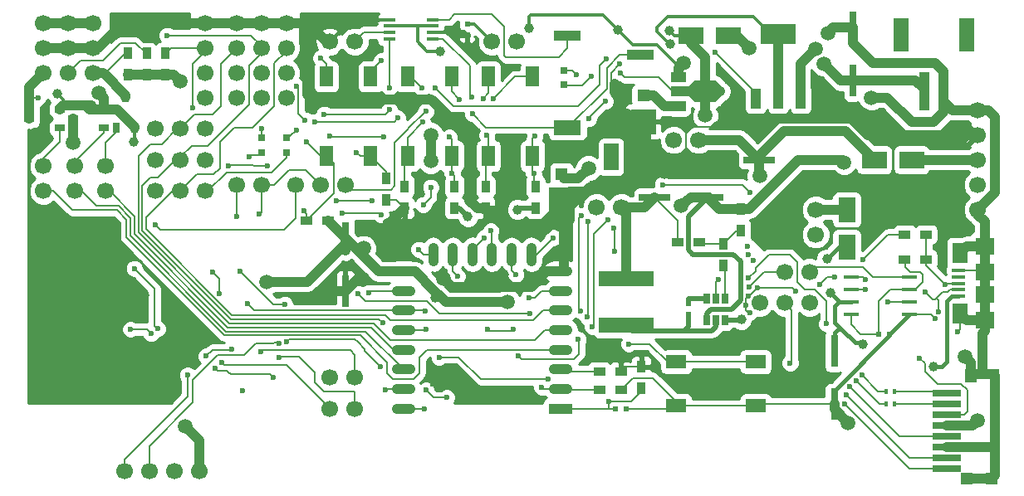
<source format=gbr>
G04 #@! TF.FileFunction,Copper,L1,Top,Signal*
%FSLAX46Y46*%
G04 Gerber Fmt 4.6, Leading zero omitted, Abs format (unit mm)*
G04 Created by KiCad (PCBNEW 4.0.0-rc1-stable) date 18.11.2015 07:04:15*
%MOMM*%
G01*
G04 APERTURE LIST*
%ADD10C,0.020000*%
%ADD11R,2.540000X2.540000*%
%ADD12R,1.270000X1.270000*%
%ADD13R,0.797560X0.797560*%
%ADD14C,1.700000*%
%ADD15R,1.300000X0.300000*%
%ADD16R,2.500000X1.800000*%
%ADD17R,0.800000X3.200000*%
%ADD18R,3.200000X0.800000*%
%ADD19R,2.800000X1.000000*%
%ADD20R,2.800000X1.500000*%
%ADD21R,1.500000X2.800000*%
%ADD22R,1.800000X2.500000*%
%ADD23R,0.900000X1.200000*%
%ADD24R,1.500000X1.000000*%
%ADD25R,2.200000X2.200000*%
%ADD26R,2.400000X1.000000*%
%ADD27R,0.650000X1.060000*%
%ADD28R,2.100000X1.400000*%
%ADD29R,1.400000X2.100000*%
%ADD30R,1.200000X1.150000*%
%ADD31R,3.000000X0.700000*%
%ADD32R,1.200000X1.450000*%
%ADD33R,0.700000X1.000000*%
%ADD34R,0.900000X1.450000*%
%ADD35R,1.200000X0.900000*%
%ADD36R,3.657600X2.032000*%
%ADD37R,1.016000X2.032000*%
%ADD38R,1.000000X0.700000*%
%ADD39R,1.500000X3.400000*%
%ADD40R,1.000000X4.000000*%
%ADD41R,1.350000X0.400000*%
%ADD42R,1.600000X2.100000*%
%ADD43R,1.900000X1.800000*%
%ADD44R,5.700000X1.600000*%
%ADD45R,0.400000X0.600000*%
%ADD46R,1.500000X0.400000*%
%ADD47O,1.100000X2.400000*%
%ADD48R,2.400000X1.100000*%
%ADD49O,2.400000X1.100000*%
%ADD50R,0.500000X0.600000*%
%ADD51R,0.600000X0.500000*%
%ADD52C,0.600000*%
%ADD53C,1.500000*%
%ADD54C,1.000000*%
%ADD55C,0.200000*%
%ADD56C,1.000000*%
%ADD57C,0.400000*%
%ADD58C,0.300000*%
%ADD59C,0.500000*%
%ADD60C,0.254000*%
G04 APERTURE END LIST*
D10*
D11*
X63423800Y-11938000D03*
D12*
X63423800Y-9268000D03*
D13*
X55359300Y-8191500D03*
X55359300Y-6692900D03*
D14*
X75272900Y-30441900D03*
X77812900Y-30441900D03*
X80352900Y-30441900D03*
D13*
X27012900Y-15062200D03*
X27012900Y-13563600D03*
D15*
X41912900Y-3481900D03*
X41912900Y-2821900D03*
X41912900Y-2181900D03*
X41912900Y-1521900D03*
X37512900Y-2821900D03*
X37512900Y-2181900D03*
X37512900Y-1521900D03*
X37512900Y-3481900D03*
D16*
X72092900Y-3136900D03*
X68292900Y-3136900D03*
D17*
X33037900Y-23826900D03*
X33037900Y-29226900D03*
D18*
X80639900Y-15836900D03*
X75239900Y-15836900D03*
X69971900Y-19646900D03*
X64571900Y-19646900D03*
D17*
X82892900Y-40761900D03*
X82892900Y-35361900D03*
X84797900Y-2341900D03*
X84797900Y-7741900D03*
D19*
X55697900Y-3136900D03*
X63097900Y-5136900D03*
D20*
X55697900Y-12536900D03*
D21*
X60147900Y-15536900D03*
D22*
X84162900Y-24721900D03*
X84162900Y-20921900D03*
D16*
X90761900Y-15836900D03*
X86961900Y-15836900D03*
D14*
X10502900Y-47586900D03*
X13042900Y-47586900D03*
X15582900Y-47586900D03*
X18122900Y-47586900D03*
D23*
X14693900Y-4957900D03*
X14693900Y-7157900D03*
X10883900Y-4957900D03*
X10883900Y-7157900D03*
X12788900Y-4957900D03*
X12788900Y-7157900D03*
D24*
X66977900Y-7351900D03*
D10*
G36*
X67727900Y-8751900D02*
X68627900Y-7751900D01*
X68627900Y-9951900D01*
X67727900Y-8951900D01*
X67727900Y-8751900D01*
X67727900Y-8751900D01*
G37*
G36*
X70827900Y-7751900D02*
X71727900Y-8751900D01*
X71727900Y-8951900D01*
X70827900Y-9951900D01*
X70827900Y-7751900D01*
X70827900Y-7751900D01*
G37*
D25*
X69727900Y-8851900D03*
D26*
X67427900Y-8851900D03*
D24*
X66977900Y-10351900D03*
D27*
X69877900Y-32176900D03*
X70827900Y-32176900D03*
X71777900Y-32176900D03*
X71777900Y-29976900D03*
X69877900Y-29976900D03*
X70827900Y-29976900D03*
D28*
X66777900Y-40946900D03*
X74877900Y-40946900D03*
X66777900Y-36446900D03*
X74877900Y-36446900D03*
D29*
X39367900Y-7341900D03*
X39367900Y-15441900D03*
X43867900Y-7341900D03*
X43867900Y-15441900D03*
X47622900Y-7341900D03*
X47622900Y-15441900D03*
X52122900Y-7341900D03*
X52122900Y-15441900D03*
X31112900Y-7341900D03*
X31112900Y-15441900D03*
X35612900Y-7341900D03*
X35612900Y-15441900D03*
D30*
X98957900Y-48366900D03*
D31*
X94317900Y-41816900D03*
X94317900Y-39616900D03*
X94317900Y-40716900D03*
X94317900Y-42916900D03*
X94317900Y-44016900D03*
X94317900Y-45116900D03*
X94317900Y-46216900D03*
X94317900Y-47316900D03*
D30*
X96367900Y-48366900D03*
D32*
X96807900Y-37891900D03*
D33*
X97957900Y-37666900D03*
D34*
X99257900Y-37891900D03*
D35*
X90047900Y-25996900D03*
X92247900Y-25996900D03*
X92247900Y-23456900D03*
X90047900Y-23456900D03*
X58932900Y-37426900D03*
X61132900Y-37426900D03*
D23*
X63207900Y-39161900D03*
X63207900Y-36961900D03*
D35*
X66933900Y-24218900D03*
X69133900Y-24218900D03*
D23*
X73367900Y-20832900D03*
X73367900Y-23032900D03*
X71589900Y-24388900D03*
X71589900Y-26588900D03*
D35*
X61132900Y-39331900D03*
X58932900Y-39331900D03*
D23*
X44157900Y-20746900D03*
X44157900Y-18546900D03*
X39077900Y-20746900D03*
X39077900Y-18546900D03*
X52412900Y-20746900D03*
X52412900Y-18546900D03*
X47332900Y-20746900D03*
X47332900Y-18546900D03*
D35*
X31287900Y-22076900D03*
X29087900Y-22076900D03*
D23*
X37187900Y-17726900D03*
X37187900Y-19926900D03*
D36*
X77177900Y-3009900D03*
D37*
X77177900Y-9613900D03*
X79463900Y-9613900D03*
X74891900Y-9613900D03*
D33*
X10629900Y-9460900D03*
X9679900Y-12560900D03*
X11579900Y-12560900D03*
D38*
X5325780Y-11645900D03*
X8425780Y-12595900D03*
X8425780Y-10695900D03*
X824900Y-11645900D03*
X3924900Y-12595900D03*
X3924900Y-10695900D03*
D39*
X96402900Y-3101900D03*
D40*
X92052900Y-8851900D03*
X94052900Y-8851900D03*
D39*
X89702900Y-3101900D03*
D14*
X21932900Y-9486900D03*
X21932900Y-6946900D03*
X21932900Y-4406900D03*
X21932900Y-1866900D03*
X24472900Y-9486900D03*
X24472900Y-6946900D03*
X24472900Y-4406900D03*
X24472900Y-1866900D03*
X27012900Y-9486900D03*
X27012900Y-6946900D03*
X27012900Y-4406900D03*
X27012900Y-1866900D03*
X2247900Y-6946900D03*
X2247900Y-4406900D03*
X2247900Y-1866900D03*
X18757900Y-9486900D03*
X18757900Y-6946900D03*
X18757900Y-4406900D03*
X18757900Y-1866900D03*
X4787900Y-6946900D03*
X4787900Y-4406900D03*
X4787900Y-1866900D03*
X7327900Y-6946900D03*
X7327900Y-4406900D03*
X7327900Y-1866900D03*
X97497900Y-10756900D03*
X97497900Y-13296900D03*
X97497900Y-15836900D03*
X97497900Y-18376900D03*
X97497900Y-20916900D03*
D41*
X95542900Y-27136900D03*
X95542900Y-27786900D03*
X95542900Y-29736900D03*
X95542900Y-29086900D03*
D42*
X95692900Y-31536900D03*
X95692900Y-25336900D03*
D43*
X98217900Y-29586900D03*
X98217900Y-27286900D03*
X98217900Y-32236900D03*
X98217900Y-24636900D03*
D41*
X95542900Y-28436900D03*
D44*
X61683900Y-32664900D03*
X61683900Y-27964900D03*
D45*
X89057900Y-40716900D03*
X88157900Y-40716900D03*
X88157900Y-39446900D03*
X89057900Y-39446900D03*
D14*
X69049900Y-13804900D03*
X66509900Y-13804900D03*
X47967900Y-3771900D03*
X50507900Y-3771900D03*
X31457900Y-38061900D03*
X33997900Y-38061900D03*
X33997900Y-41236900D03*
X31457900Y-41236900D03*
X80352900Y-27266900D03*
X77812900Y-27266900D03*
X58635900Y-20662900D03*
X61175900Y-20662900D03*
X80987900Y-23456900D03*
X80987900Y-20916900D03*
X31457900Y-3771900D03*
X33997900Y-3771900D03*
X27957900Y-18376900D03*
X30497900Y-18376900D03*
X33037900Y-18376900D03*
X24472900Y-18376900D03*
X21932900Y-18376900D03*
X2247900Y-16471900D03*
X2247900Y-19011900D03*
X5422900Y-16471900D03*
X5422900Y-19011900D03*
X8597900Y-16471900D03*
X8597900Y-19011900D03*
X13677900Y-12661900D03*
X16217900Y-12661900D03*
X18757900Y-12661900D03*
X13677900Y-15836900D03*
X16217900Y-15836900D03*
X18757900Y-15836900D03*
X13677900Y-19011900D03*
X16217900Y-19011900D03*
X18757900Y-19011900D03*
D46*
X84592900Y-27791900D03*
X84592900Y-29061900D03*
X84592900Y-30331900D03*
X84592900Y-31601900D03*
X90542900Y-27791900D03*
X90542900Y-29061900D03*
X90542900Y-30331900D03*
X90542900Y-31601900D03*
D47*
X51997900Y-25471900D03*
X49997900Y-25471900D03*
X47997900Y-25471900D03*
X45997900Y-25471900D03*
X43997900Y-25471900D03*
X41997900Y-25471900D03*
D48*
X54987900Y-41221900D03*
D49*
X54987900Y-39221900D03*
X54987900Y-37221900D03*
X54987900Y-35221900D03*
X54987900Y-33221900D03*
X54987900Y-31221900D03*
X54987900Y-29221900D03*
X54987900Y-27221900D03*
X38987900Y-27221900D03*
X38987900Y-29221900D03*
X38987900Y-31221900D03*
X38987900Y-33221900D03*
X38987900Y-35221900D03*
X38987900Y-37221900D03*
X38987900Y-39221900D03*
X38987900Y-41221900D03*
D13*
X24472900Y-15062200D03*
X24472900Y-13563600D03*
D50*
X45487900Y-3076900D03*
X45487900Y-1976900D03*
D51*
X88522900Y-33616900D03*
X87422900Y-33616900D03*
X61687900Y-41276900D03*
X60587900Y-41276900D03*
D50*
X68033900Y-31626900D03*
X68033900Y-30526900D03*
D11*
X55067200Y-19939000D03*
D12*
X55067200Y-17269000D03*
D52*
X74129900Y-29705300D03*
X74256900Y-31407100D03*
X73901300Y-30695900D03*
X75018900Y-28917900D03*
X78955900Y-29222700D03*
X81368900Y-28536900D03*
X82918300Y-27774900D03*
X74028300Y-24701500D03*
X74637900Y-26123900D03*
X74104500Y-25514300D03*
D53*
X67525900Y-5930900D03*
X82257900Y-2882900D03*
D52*
X93137900Y-32026900D03*
X95437900Y-33376900D03*
D54*
X60837900Y-2576900D03*
X51787900Y-2376900D03*
D53*
X83887900Y-16076900D03*
X86637900Y-9476900D03*
X67271900Y-20535900D03*
D54*
X42737900Y-4726900D03*
D53*
X7887900Y-8976900D03*
D54*
X3687900Y-9126900D03*
X11437900Y-14026900D03*
D53*
X49587900Y-30326900D03*
D54*
X50587900Y-20926900D03*
X45537900Y-21626900D03*
D53*
X25037900Y-28276900D03*
D52*
X18837900Y-35876900D03*
X21437900Y-35126900D03*
D54*
X42187900Y-29876900D03*
D53*
X16237900Y-7826900D03*
X41744900Y-15963900D03*
X41744900Y-13296900D03*
X34887900Y-24826900D03*
X96227900Y-35902900D03*
X84287900Y-42676900D03*
X16687800Y-43053000D03*
X65587900Y-17026900D03*
X97487900Y-42426900D03*
D54*
X43837900Y-2776900D03*
D53*
X43087900Y-27926900D03*
D54*
X49237900Y-27526900D03*
D53*
X34737900Y-27976900D03*
X37537900Y-22476900D03*
D54*
X12537900Y-29676900D03*
X11287900Y-31276900D03*
X6837900Y-23726900D03*
D53*
X10287900Y-34926900D03*
D52*
X41937900Y-38676900D03*
X44237900Y-39076900D03*
D53*
X71737900Y-11976900D03*
D52*
X61787900Y-36076900D03*
X61037900Y-6076900D03*
X6667500Y-39979600D03*
X5600700Y-32651700D03*
D53*
X30619700Y-29794200D03*
D52*
X37537900Y-8476900D03*
X30887900Y-11176900D03*
X37537900Y-10726900D03*
X31437900Y-13376900D03*
X36987900Y-13526900D03*
D54*
X73437900Y-32126900D03*
D53*
X75287900Y-17476900D03*
D52*
X59905900Y-40474900D03*
D54*
X82137900Y-25926900D03*
X82537900Y-29426900D03*
X85837900Y-34626900D03*
X93037900Y-36926900D03*
D52*
X70737900Y-4826900D03*
X58102500Y-7277100D03*
D53*
X81837900Y-6026900D03*
X69737900Y-11326900D03*
D54*
X66037900Y-2626900D03*
D52*
X42237900Y-8526900D03*
X41287900Y-10826900D03*
X61048900Y-6946900D03*
X59651900Y-5549900D03*
D53*
X80987900Y-4476900D03*
X74237900Y-4426900D03*
D52*
X22537900Y-39376900D03*
X16954500Y-37795200D03*
X26287900Y-34576900D03*
X74155300Y-27901900D03*
X54237900Y-23776900D03*
X60437900Y-22776900D03*
X60487900Y-25176900D03*
X82087900Y-32576900D03*
X91587900Y-36076900D03*
X50137900Y-33126900D03*
X47537900Y-33126900D03*
X50437900Y-27526900D03*
X50687900Y-35826900D03*
X56787900Y-34176900D03*
X84087900Y-39776900D03*
X85687900Y-37776900D03*
X57037900Y-31276900D03*
X57137900Y-21526900D03*
X47887900Y-23076900D03*
X85137900Y-38376900D03*
X57737900Y-31876900D03*
X57787900Y-22126900D03*
X47237900Y-23776900D03*
X83937900Y-40726900D03*
X53687900Y-38226900D03*
X44487900Y-27726900D03*
X42587900Y-35976900D03*
X84487900Y-38976900D03*
X58237900Y-32876900D03*
X59787900Y-21926900D03*
X40537900Y-24976900D03*
X21987900Y-21576900D03*
X51887900Y-31526900D03*
X53037900Y-39026900D03*
X34287900Y-29476900D03*
X14887900Y-3126900D03*
X36837900Y-32476900D03*
X51737900Y-29876900D03*
X35387900Y-29426900D03*
X19537900Y-27326900D03*
X20187900Y-29476900D03*
X24437900Y-35376900D03*
X41187900Y-31226900D03*
X23087900Y-30526900D03*
X22287900Y-27176900D03*
X26887900Y-30576900D03*
X11537900Y-26926900D03*
X13887900Y-33076900D03*
X36637900Y-36976900D03*
X41237900Y-33126900D03*
X27087900Y-34376900D03*
X41262300Y-39331900D03*
X43370500Y-40093900D03*
X78397100Y-36563300D03*
X37087900Y-39276900D03*
X41137900Y-41226900D03*
X74187900Y-28776900D03*
X45987900Y-11126900D03*
X45887900Y-9426900D03*
X85813900Y-25996900D03*
X86067900Y-28028900D03*
X86067900Y-29044900D03*
X88353900Y-30314900D03*
X94195900Y-28536900D03*
X92163900Y-29298900D03*
X93537900Y-31326900D03*
X19737900Y-37076900D03*
X25687900Y-38076900D03*
X13237900Y-33576900D03*
X11137900Y-33126900D03*
X20437900Y-36526900D03*
D54*
X66187900Y-3976900D03*
D52*
X30537900Y-5426900D03*
X28037900Y-8326900D03*
X28937900Y-11776900D03*
X29037900Y-13976900D03*
X28790900Y-21043900D03*
X48087900Y-9626900D03*
X52387900Y-13426900D03*
X41744900Y-18630900D03*
X52237900Y-17226900D03*
X40982900Y-20408900D03*
X32727900Y-21297900D03*
X36664900Y-21424900D03*
X44687900Y-9676900D03*
X43637900Y-13476900D03*
X43937900Y-17176900D03*
X21120100Y-16446500D03*
X25107900Y-16471900D03*
X35775900Y-20027900D03*
X32092900Y-20027900D03*
X24287900Y-21376900D03*
X17487900Y-10526900D03*
X13677900Y-22440900D03*
X26287900Y-35976900D03*
D53*
X5295900Y-14058900D03*
D52*
X1739900Y-9486900D03*
X34187900Y-15076900D03*
X29937900Y-11926900D03*
X38387900Y-11576900D03*
X36687900Y-5726900D03*
X47487900Y-13326900D03*
X47087900Y-9576900D03*
X71037900Y-28076900D03*
X40937900Y-11976900D03*
X40837900Y-8526900D03*
X61937900Y-34626900D03*
D53*
X57837900Y-16676900D03*
D52*
X56603900Y-7124700D03*
X23237900Y-15526900D03*
X28028900Y-12788900D03*
X24537900Y-12676900D03*
X65366900Y-18376900D03*
X74256900Y-19138900D03*
X57873900Y-11645900D03*
X59524900Y-9867900D03*
D55*
X74206100Y-29629100D02*
X74129900Y-29705300D01*
X74155300Y-31407100D02*
X73901300Y-31153100D01*
X73901300Y-31153100D02*
X73901300Y-30695900D01*
X74256900Y-31407100D02*
X74155300Y-31407100D01*
X73901300Y-29933900D02*
X74129900Y-29705300D01*
X73901300Y-30695900D02*
X73901300Y-29933900D01*
X74231500Y-29705300D02*
X75018900Y-28917900D01*
X74129900Y-29705300D02*
X74231500Y-29705300D01*
X78651100Y-28917900D02*
X78955900Y-29222700D01*
X81368900Y-28536900D02*
X82130900Y-27774900D01*
X82130900Y-27774900D02*
X82918300Y-27774900D01*
X75018900Y-28917900D02*
X78651100Y-28917900D01*
D56*
X11579900Y-12468900D02*
X11579900Y-12560900D01*
X9806900Y-10695900D02*
X11579900Y-12468900D01*
X8425780Y-10695900D02*
X9806900Y-10695900D01*
X7012900Y-10695900D02*
X8425780Y-10695900D01*
X6565900Y-10248900D02*
X7012900Y-10695900D01*
X4279900Y-10248900D02*
X6565900Y-10248900D01*
X3924900Y-10603900D02*
X4279900Y-10248900D01*
X3924900Y-10695900D02*
X3924900Y-10603900D01*
X4787900Y-1866900D02*
X7327900Y-1866900D01*
X2247900Y-1866900D02*
X4787900Y-1866900D01*
X94052900Y-9851900D02*
X94052900Y-8851900D01*
X94957900Y-10756900D02*
X94052900Y-9851900D01*
X97497900Y-10756900D02*
X94957900Y-10756900D01*
X84797900Y-3898900D02*
X84797900Y-2341900D01*
X94052900Y-6803900D02*
X93179900Y-5930900D01*
X93179900Y-5930900D02*
X86829900Y-5930900D01*
X86829900Y-5930900D02*
X84797900Y-3898900D01*
X94052900Y-8851900D02*
X94052900Y-6803900D01*
X98217900Y-22144900D02*
X98217900Y-24636900D01*
X97497900Y-21424900D02*
X98217900Y-22144900D01*
X97497900Y-20916900D02*
X97497900Y-21424900D01*
X96392900Y-24636900D02*
X95692900Y-25336900D01*
X98217900Y-24636900D02*
X96392900Y-24636900D01*
X98217900Y-24636900D02*
X98217900Y-27286900D01*
X98217900Y-29586900D02*
X98217900Y-32236900D01*
X98217900Y-27286900D02*
X98217900Y-29586900D01*
X96392900Y-32236900D02*
X95692900Y-31536900D01*
X98217900Y-32236900D02*
X96392900Y-32236900D01*
X98217900Y-33320900D02*
X97957900Y-33580900D01*
X97957900Y-33580900D02*
X97957900Y-37666900D01*
X98217900Y-32236900D02*
X98217900Y-33320900D01*
X99032900Y-37666900D02*
X99257900Y-37891900D01*
X97957900Y-37666900D02*
X99032900Y-37666900D01*
X97032900Y-37666900D02*
X96807900Y-37891900D01*
X97957900Y-37666900D02*
X97032900Y-37666900D01*
X99257900Y-48066900D02*
X98957900Y-48366900D01*
X99257900Y-45300900D02*
X99257900Y-48066900D01*
X99257900Y-37891900D02*
X99257900Y-45300900D01*
X98957900Y-48366900D02*
X96367900Y-48366900D01*
X99257900Y-45116900D02*
X99275900Y-45134900D01*
X99275900Y-45134900D02*
X99275900Y-45300900D01*
X99275900Y-45300900D02*
X99257900Y-45300900D01*
X94317900Y-45116900D02*
X99257900Y-45116900D01*
X82257900Y-2882900D02*
X82798900Y-2341900D01*
X82798900Y-2341900D02*
X84797900Y-2341900D01*
X66977900Y-6478900D02*
X67525900Y-5930900D01*
X66977900Y-7351900D02*
X66977900Y-6478900D01*
D55*
X98067900Y-27136900D02*
X98217900Y-27286900D01*
X95542900Y-27136900D02*
X98067900Y-27136900D01*
X92712900Y-31601900D02*
X93137900Y-32026900D01*
X90542900Y-31601900D02*
X92712900Y-31601900D01*
X95437900Y-33376900D02*
X95692900Y-33121900D01*
X95692900Y-33121900D02*
X95692900Y-31536900D01*
D57*
X90537900Y-31601900D02*
X88522900Y-33616900D01*
X90542900Y-31601900D02*
X90537900Y-31601900D01*
X82892900Y-39371900D02*
X82892900Y-40761900D01*
X88522900Y-33741900D02*
X82892900Y-39371900D01*
X88522900Y-33616900D02*
X88522900Y-33741900D01*
D58*
X60837900Y-2576900D02*
X62337900Y-4076900D01*
X62337900Y-4076900D02*
X64837900Y-4076900D01*
X64837900Y-4076900D02*
X66691900Y-5930900D01*
X66691900Y-5930900D02*
X67525900Y-5930900D01*
X51787900Y-2376900D02*
X51787900Y-1176900D01*
X51787900Y-1176900D02*
X51937900Y-1026900D01*
X51937900Y-1026900D02*
X59287900Y-1026900D01*
X59287900Y-1026900D02*
X60837900Y-2576900D01*
D56*
X83647900Y-15836900D02*
X80639900Y-15836900D01*
X83647900Y-15836900D02*
X83887900Y-16076900D01*
X88287900Y-9476900D02*
X86637900Y-9476900D01*
X90787900Y-11976900D02*
X88287900Y-9476900D01*
X93037900Y-11976900D02*
X90787900Y-11976900D01*
X94052900Y-10961900D02*
X93037900Y-11976900D01*
X94052900Y-8851900D02*
X94052900Y-10961900D01*
X98617900Y-10756900D02*
X99287900Y-11426900D01*
X99287900Y-11426900D02*
X99287900Y-19126900D01*
X99287900Y-19126900D02*
X97497900Y-20916900D01*
X97497900Y-10756900D02*
X98617900Y-10756900D01*
D59*
X69877900Y-31536900D02*
X70337900Y-31076900D01*
X70337900Y-31076900D02*
X72437900Y-31076900D01*
X72437900Y-31076900D02*
X73337900Y-30176900D01*
X69877900Y-32176900D02*
X69877900Y-31536900D01*
X68037900Y-21580900D02*
X69971900Y-19646900D01*
X68037900Y-25026900D02*
X68037900Y-21580900D01*
X68487900Y-25476900D02*
X68037900Y-25026900D01*
X72637900Y-25476900D02*
X68487900Y-25476900D01*
X73337900Y-26176900D02*
X72637900Y-25476900D01*
X73337900Y-30176900D02*
X73337900Y-26176900D01*
X70198900Y-19419900D02*
X69971900Y-19646900D01*
D56*
X74231900Y-20832900D02*
X73367900Y-20832900D01*
X79227900Y-15836900D02*
X74231900Y-20832900D01*
X80639900Y-15836900D02*
X79227900Y-15836900D01*
X71157900Y-20832900D02*
X69971900Y-19646900D01*
X73367900Y-20832900D02*
X71157900Y-20832900D01*
X68257900Y-19646900D02*
X67271900Y-20535900D01*
X69971900Y-19646900D02*
X68257900Y-19646900D01*
D58*
X40387900Y-2181900D02*
X41912900Y-2181900D01*
X37512900Y-2181900D02*
X40387900Y-2181900D01*
X46172900Y-1976900D02*
X47967900Y-3771900D01*
X45487900Y-1976900D02*
X46172900Y-1976900D01*
X40387900Y-3776900D02*
X41337900Y-4726900D01*
X41337900Y-4726900D02*
X42737900Y-4726900D01*
X40387900Y-2181900D02*
X40387900Y-3776900D01*
D56*
X6565900Y-10248900D02*
X7116900Y-10248900D01*
X8425780Y-9514780D02*
X7887900Y-8976900D01*
X8425780Y-10695900D02*
X8425780Y-9514780D01*
D58*
X3687900Y-9126900D02*
X4279900Y-9718900D01*
X4279900Y-9718900D02*
X4279900Y-10248900D01*
X11579900Y-13884900D02*
X11437900Y-14026900D01*
X11579900Y-12560900D02*
X11579900Y-13884900D01*
D56*
X40132900Y-27221900D02*
X38987900Y-27221900D01*
X42137900Y-29226900D02*
X40132900Y-27221900D01*
X42387900Y-29476900D02*
X42137900Y-29226900D01*
X42587900Y-29676900D02*
X42387900Y-29476900D01*
X49587900Y-30326900D02*
X49537900Y-30376900D01*
X49537900Y-30376900D02*
X43287900Y-30376900D01*
X43287900Y-30376900D02*
X42587900Y-29676900D01*
X34762900Y-25551900D02*
X33037900Y-23826900D01*
X36432900Y-27221900D02*
X34762900Y-25551900D01*
X38987900Y-27221900D02*
X36432900Y-27221900D01*
D59*
X41787900Y-29226900D02*
X42137900Y-29226900D01*
X50587900Y-20926900D02*
X50767900Y-20746900D01*
X50767900Y-20746900D02*
X52412900Y-20746900D01*
X45537900Y-21626900D02*
X44657900Y-20746900D01*
X44657900Y-20746900D02*
X44157900Y-20746900D01*
X33037900Y-23826900D02*
X33037900Y-22961900D01*
D56*
X33037900Y-23826900D02*
X33037900Y-25126900D01*
X33037900Y-23826900D02*
X33037900Y-24276900D01*
X29137900Y-28276900D02*
X25037900Y-28276900D01*
X33037900Y-24376900D02*
X29137900Y-28276900D01*
X33037900Y-23826900D02*
X33037900Y-24376900D01*
D55*
X19487900Y-35226900D02*
X18837900Y-35876900D01*
X21337900Y-35226900D02*
X19487900Y-35226900D01*
X21437900Y-35126900D02*
X21337900Y-35226900D01*
D59*
X42187900Y-29876900D02*
X42387900Y-29676900D01*
X42387900Y-29676900D02*
X42587900Y-29676900D01*
D55*
X74877900Y-40946900D02*
X66777900Y-40946900D01*
X75062900Y-40761900D02*
X74877900Y-40946900D01*
X82892900Y-40761900D02*
X75062900Y-40761900D01*
X66447900Y-41276900D02*
X66777900Y-40946900D01*
X61687900Y-41276900D02*
X66447900Y-41276900D01*
X66777900Y-40516900D02*
X66777900Y-40946900D01*
X62337900Y-38126900D02*
X64387900Y-38126900D01*
X64387900Y-38126900D02*
X66777900Y-40516900D01*
X61132900Y-39331900D02*
X62337900Y-38126900D01*
D56*
X14693900Y-7157900D02*
X12788900Y-7157900D01*
X12788900Y-7157900D02*
X10883900Y-7157900D01*
X16237900Y-7826900D02*
X15568900Y-7157900D01*
X15568900Y-7157900D02*
X14693900Y-7157900D01*
X82892900Y-40761900D02*
X82892900Y-41281900D01*
X31287900Y-22076900D02*
X33037900Y-23826900D01*
X41744900Y-15963900D02*
X41744900Y-13296900D01*
X34762900Y-25551900D02*
X34762900Y-24951900D01*
X34762900Y-24951900D02*
X34887900Y-24826900D01*
X96227900Y-35902900D02*
X96807900Y-36482900D01*
X96807900Y-36482900D02*
X96807900Y-37891900D01*
X82892900Y-41281900D02*
X84287900Y-42676900D01*
X16687800Y-43053000D02*
X18122900Y-44488100D01*
X18122900Y-44488100D02*
X18122900Y-47586900D01*
X55333900Y-22809200D02*
X55333900Y-22567900D01*
X55956200Y-21945600D02*
X55956200Y-20608600D01*
X55333900Y-22567900D02*
X55956200Y-21945600D01*
X55956200Y-20608600D02*
X55067200Y-19939000D01*
X63715900Y-13487400D02*
X62357000Y-13487400D01*
X61925200Y-11252200D02*
X61772800Y-11099800D01*
X61925200Y-13055600D02*
X61925200Y-11252200D01*
X62357000Y-13487400D02*
X61925200Y-13055600D01*
X55067200Y-19939000D02*
X55930800Y-19075400D01*
X55930800Y-19075400D02*
X57489400Y-19075400D01*
X55067200Y-19939000D02*
X55067200Y-20548600D01*
X55067200Y-20548600D02*
X53492400Y-22123400D01*
X63715900Y-13164900D02*
X63715900Y-13487400D01*
X63715900Y-13487400D02*
X63715900Y-15948900D01*
X64509900Y-15948900D02*
X63715900Y-15948900D01*
X65587900Y-17026900D02*
X64509900Y-15948900D01*
X63715900Y-15948900D02*
X61037900Y-18626900D01*
X61037900Y-18626900D02*
X57937900Y-18626900D01*
X57937900Y-18626900D02*
X57489400Y-19075400D01*
X57489400Y-19075400D02*
X55333900Y-21230900D01*
X55333900Y-21230900D02*
X55333900Y-21546900D01*
X55333900Y-21546900D02*
X55333900Y-22809200D01*
X55333900Y-22809200D02*
X55333900Y-26875900D01*
X54867900Y-21546900D02*
X53437900Y-22976900D01*
X55333900Y-21546900D02*
X54867900Y-21546900D01*
X53437900Y-22976900D02*
X49562900Y-22976900D01*
X29171900Y-1866900D02*
X27012900Y-1866900D01*
X29784900Y-2479900D02*
X29171900Y-1866900D01*
X31076900Y-3771900D02*
X29784900Y-2479900D01*
X31457900Y-3771900D02*
X31076900Y-3771900D01*
X21932900Y-1866900D02*
X18757900Y-1866900D01*
X24472900Y-1866900D02*
X21932900Y-1866900D01*
X27012900Y-1866900D02*
X24472900Y-1866900D01*
X4787900Y-4406900D02*
X2247900Y-4406900D01*
X7327900Y-4406900D02*
X4787900Y-4406900D01*
X55333900Y-26875900D02*
X54987900Y-27221900D01*
X86307900Y-13296900D02*
X84637900Y-11626900D01*
X84637900Y-11626900D02*
X72087900Y-11626900D01*
X72087900Y-11626900D02*
X71737900Y-11976900D01*
X96237900Y-13296900D02*
X87357900Y-13296900D01*
X97497900Y-13296900D02*
X96237900Y-13296900D01*
X87357900Y-13296900D02*
X86307900Y-13296900D01*
X97487900Y-42426900D02*
X96997900Y-42916900D01*
X96997900Y-42916900D02*
X94317900Y-42916900D01*
X49562900Y-22976900D02*
X47332900Y-20746900D01*
X46557900Y-20746900D02*
X45787900Y-19976900D01*
X45787900Y-19976900D02*
X45787900Y-13676900D01*
X45787900Y-13676900D02*
X41787900Y-9676900D01*
X41787900Y-9676900D02*
X29637900Y-9676900D01*
X29637900Y-9676900D02*
X29137900Y-9176900D01*
X29137900Y-9176900D02*
X29137900Y-3126900D01*
X29137900Y-3126900D02*
X29784900Y-2479900D01*
X47332900Y-20746900D02*
X46557900Y-20746900D01*
X7857900Y-4406900D02*
X7327900Y-4406900D01*
X10397900Y-1866900D02*
X7857900Y-4406900D01*
X18757900Y-1866900D02*
X10397900Y-1866900D01*
D58*
X33707900Y-1521900D02*
X31457900Y-3771900D01*
X37512900Y-1521900D02*
X33707900Y-1521900D01*
X43837900Y-2776900D02*
X43792900Y-2821900D01*
X43792900Y-2821900D02*
X41912900Y-2821900D01*
X45187900Y-2776900D02*
X45487900Y-3076900D01*
X43837900Y-2776900D02*
X45187900Y-2776900D01*
D56*
X43937900Y-28776900D02*
X43087900Y-27926900D01*
X49387900Y-28776900D02*
X49137900Y-28776900D01*
X49137900Y-28776900D02*
X43937900Y-28776900D01*
X51987900Y-28776900D02*
X49387900Y-28776900D01*
X53542900Y-27221900D02*
X51987900Y-28776900D01*
X54987900Y-27221900D02*
X53542900Y-27221900D01*
D59*
X49237900Y-27526900D02*
X49387900Y-27676900D01*
X49387900Y-27676900D02*
X49387900Y-28776900D01*
D56*
X34287900Y-27976900D02*
X33037900Y-29226900D01*
X34737900Y-27976900D02*
X34287900Y-27976900D01*
X37537900Y-22286900D02*
X39077900Y-20746900D01*
X37537900Y-22476900D02*
X37537900Y-22286900D01*
X37537900Y-22476900D02*
X37537900Y-22381900D01*
D57*
X12537900Y-29676900D02*
X11287900Y-30926900D01*
X11287900Y-30926900D02*
X11287900Y-31276900D01*
X6837900Y-27176900D02*
X6837900Y-23726900D01*
X6837900Y-27326900D02*
X6837900Y-27176900D01*
X10787900Y-31276900D02*
X6837900Y-27326900D01*
X11287900Y-31276900D02*
X10787900Y-31276900D01*
D56*
X6616200Y-31255200D02*
X5787900Y-30426900D01*
X10287900Y-34926900D02*
X6616200Y-31255200D01*
X5787900Y-30426900D02*
X5787900Y-28226900D01*
X5787900Y-28226900D02*
X6837900Y-27176900D01*
D55*
X61252900Y-36961900D02*
X63207900Y-36961900D01*
X61132900Y-37081900D02*
X61252900Y-36961900D01*
X61132900Y-37426900D02*
X61132900Y-37081900D01*
X61132900Y-37426900D02*
X61132900Y-36731900D01*
X43837900Y-38676900D02*
X41937900Y-38676900D01*
X44237900Y-39076900D02*
X43837900Y-38676900D01*
X61132900Y-36731900D02*
X61787900Y-36076900D01*
X70837900Y-11976900D02*
X70337900Y-12476900D01*
X70337900Y-12476900D02*
X68387900Y-12476900D01*
X68387900Y-12476900D02*
X67787900Y-13076900D01*
X67787900Y-13076900D02*
X67787900Y-14826900D01*
X67787900Y-14826900D02*
X66887900Y-15726900D01*
X66887900Y-15726900D02*
X66037900Y-15726900D01*
X71737900Y-11976900D02*
X70837900Y-11976900D01*
X97017900Y-13296900D02*
X96337900Y-13976900D01*
X97497900Y-13296900D02*
X97017900Y-13296900D01*
X96237900Y-13676900D02*
X96237900Y-13296900D01*
X96617900Y-13296900D02*
X96237900Y-13676900D01*
X96767900Y-13296900D02*
X96617900Y-13296900D01*
X96087900Y-13976900D02*
X96767900Y-13296900D01*
X97107900Y-13296900D02*
X96387900Y-12576900D01*
X97497900Y-13296900D02*
X97107900Y-13296900D01*
X96857900Y-13296900D02*
X96237900Y-12676900D01*
X97497900Y-13296900D02*
X96857900Y-13296900D01*
X38257900Y-19926900D02*
X39077900Y-20746900D01*
X37187900Y-19926900D02*
X38257900Y-19926900D01*
X61775900Y-13164900D02*
X60589400Y-11978400D01*
X60589400Y-11978400D02*
X60137900Y-11526900D01*
X63715900Y-13164900D02*
X61775900Y-13164900D01*
X60137900Y-7661500D02*
X60502800Y-8026400D01*
D56*
X60515500Y-8928100D02*
X60718700Y-8928100D01*
X60502800Y-8915400D02*
X60502800Y-8026400D01*
X60515500Y-8928100D02*
X60502800Y-8915400D01*
D55*
X60137900Y-6976900D02*
X61037900Y-6076900D01*
X60137900Y-6976900D02*
X60137900Y-7661500D01*
X6667500Y-39979600D02*
X6718300Y-39928800D01*
X6718300Y-39928800D02*
X7442200Y-39928800D01*
X7442200Y-39928800D02*
X10287900Y-37083100D01*
X10287900Y-37083100D02*
X10287900Y-34926900D01*
X5600700Y-32651700D02*
X6616200Y-31636200D01*
X6616200Y-31636200D02*
X6616200Y-31255200D01*
D56*
X30619700Y-29794200D02*
X31187000Y-29226900D01*
X31187000Y-29226900D02*
X33037900Y-29226900D01*
D55*
X37512900Y-8451900D02*
X37537900Y-8476900D01*
X37137900Y-11176900D02*
X30887900Y-11176900D01*
X37537900Y-10776900D02*
X37137900Y-11176900D01*
X37512900Y-3481900D02*
X37512900Y-8451900D01*
X37537900Y-10726900D02*
X37537900Y-10776900D01*
X31437900Y-13376900D02*
X31587900Y-13526900D01*
X31587900Y-13526900D02*
X36987900Y-13526900D01*
D59*
X73437900Y-32126900D02*
X73387900Y-32176900D01*
D56*
X84051900Y-12926900D02*
X86961900Y-15836900D01*
X77787900Y-12926900D02*
X84051900Y-12926900D01*
X75239900Y-15474900D02*
X77787900Y-12926900D01*
X75239900Y-15836900D02*
X75239900Y-15474900D01*
X73207900Y-13804900D02*
X75239900Y-15836900D01*
X69049900Y-13804900D02*
X73207900Y-13804900D01*
X75287900Y-17476900D02*
X75239900Y-17428900D01*
X75239900Y-17428900D02*
X75239900Y-15836900D01*
D59*
X73387900Y-32176900D02*
X71777900Y-32176900D01*
X62295900Y-33276900D02*
X61683900Y-32664900D01*
X70827900Y-32886900D02*
X70437900Y-33276900D01*
X67637900Y-33276900D02*
X62295900Y-33276900D01*
X70437900Y-33276900D02*
X67637900Y-33276900D01*
X70827900Y-32176900D02*
X70827900Y-32886900D01*
X68033900Y-32880900D02*
X67637900Y-33276900D01*
X68033900Y-31626900D02*
X68033900Y-32880900D01*
X68033900Y-29980900D02*
X68037900Y-29976900D01*
X68037900Y-29976900D02*
X69877900Y-29976900D01*
X68033900Y-30526900D02*
X68033900Y-29980900D01*
D55*
X66933900Y-22008900D02*
X64571900Y-19646900D01*
X66933900Y-24218900D02*
X66933900Y-22008900D01*
D56*
X61683900Y-21170900D02*
X61175900Y-20662900D01*
X61683900Y-27964900D02*
X61683900Y-21170900D01*
X63555900Y-20662900D02*
X64571900Y-19646900D01*
X61175900Y-20662900D02*
X63555900Y-20662900D01*
D55*
X60532900Y-41221900D02*
X60587900Y-41276900D01*
X59905900Y-41221900D02*
X60532900Y-41221900D01*
X54987900Y-41221900D02*
X59905900Y-41221900D01*
X59905900Y-41221900D02*
X59905900Y-40474900D01*
X62191900Y-40474900D02*
X59905900Y-40474900D01*
X63207900Y-39458900D02*
X62191900Y-40474900D01*
X63207900Y-39161900D02*
X63207900Y-39458900D01*
X84592900Y-32649900D02*
X85559900Y-33616900D01*
X85559900Y-33616900D02*
X87422900Y-33616900D01*
X84592900Y-31601900D02*
X84592900Y-32649900D01*
X87422900Y-30229900D02*
X88590900Y-29061900D01*
X88590900Y-29061900D02*
X90542900Y-29061900D01*
X87422900Y-33616900D02*
X87422900Y-30229900D01*
X91130900Y-29061900D02*
X90542900Y-29061900D01*
X90047900Y-25996900D02*
X90385900Y-25996900D01*
X90131900Y-26080900D02*
X90047900Y-25996900D01*
X91655900Y-27266900D02*
X90639900Y-27266900D01*
X90639900Y-27266900D02*
X90131900Y-26758900D01*
X90131900Y-26758900D02*
X90131900Y-26080900D01*
X91909900Y-27520900D02*
X91909900Y-28282900D01*
X91130900Y-29061900D02*
X91909900Y-28282900D01*
X91909900Y-27520900D02*
X91655900Y-27266900D01*
D57*
X83342900Y-24721900D02*
X82137900Y-25926900D01*
X84162900Y-24721900D02*
X83342900Y-24721900D01*
X85837900Y-34626900D02*
X85737900Y-34526900D01*
X85737900Y-34526900D02*
X85037900Y-34526900D01*
X83637900Y-33126900D02*
X82937900Y-32426900D01*
X85037900Y-34526900D02*
X83637900Y-33126900D01*
X82937900Y-32426900D02*
X82937900Y-30726900D01*
X82937900Y-30726900D02*
X83332900Y-30331900D01*
X83332900Y-30331900D02*
X83437900Y-30331900D01*
X83437900Y-30326900D02*
X83437900Y-30331900D01*
X82537900Y-29426900D02*
X83437900Y-30326900D01*
D55*
X95542900Y-29736900D02*
X95027900Y-29736900D01*
D57*
X94827900Y-29736900D02*
X94337900Y-30226900D01*
X94337900Y-30226900D02*
X94337900Y-36426900D01*
X94337900Y-36426900D02*
X93837900Y-36926900D01*
X93837900Y-36926900D02*
X93037900Y-36926900D01*
X83437900Y-30331900D02*
X84592900Y-30331900D01*
X95542900Y-29736900D02*
X94827900Y-29736900D01*
X83237900Y-33126900D02*
X82892900Y-33471900D01*
X82892900Y-33471900D02*
X82892900Y-35361900D01*
X83637900Y-33126900D02*
X83237900Y-33126900D01*
D55*
X74891900Y-8980900D02*
X70737900Y-4826900D01*
X74891900Y-9613900D02*
X74891900Y-8980900D01*
X55384700Y-8204200D02*
X57175400Y-8204200D01*
X57175400Y-8204200D02*
X58102500Y-7277100D01*
D56*
X91180900Y-7741900D02*
X84797900Y-7741900D01*
X92052900Y-8613900D02*
X91180900Y-7741900D01*
X92052900Y-8851900D02*
X92052900Y-8613900D01*
X69727900Y-5338900D02*
X69727900Y-8851900D01*
X83552900Y-7741900D02*
X81837900Y-6026900D01*
X69737900Y-11326900D02*
X69727900Y-11316900D01*
X69727900Y-11316900D02*
X69727900Y-8851900D01*
X84797900Y-7741900D02*
X83552900Y-7741900D01*
X71277900Y-8851900D02*
X69727900Y-8851900D01*
X69727900Y-8851900D02*
X67427900Y-8851900D01*
D55*
X67427900Y-8851900D02*
X66412900Y-8851900D01*
D56*
X68292900Y-3903900D02*
X69727900Y-5338900D01*
X68292900Y-3136900D02*
X68292900Y-3903900D01*
D58*
X66547900Y-3136900D02*
X66037900Y-2626900D01*
X68292900Y-3136900D02*
X66547900Y-3136900D01*
D55*
X33545900Y-18884900D02*
X33037900Y-18376900D01*
X39402900Y-12717900D02*
X38061900Y-14058900D01*
X38061900Y-14058900D02*
X38061900Y-18503900D01*
X38061900Y-18503900D02*
X37680900Y-18884900D01*
X37680900Y-18884900D02*
X33545900Y-18884900D01*
X56787900Y-10326900D02*
X58987900Y-8126900D01*
X44037900Y-10326900D02*
X56787900Y-10326900D01*
X42237900Y-8526900D02*
X44037900Y-10326900D01*
X41237900Y-10826900D02*
X41287900Y-10826900D01*
X39402900Y-12661900D02*
X41237900Y-10826900D01*
X61478900Y-7376900D02*
X61048900Y-6946900D01*
X66412900Y-8851900D02*
X64937900Y-7376900D01*
X64937900Y-7376900D02*
X61478900Y-7376900D01*
X58987900Y-6213900D02*
X58987900Y-8126900D01*
X59651900Y-5549900D02*
X58987900Y-6213900D01*
X39402900Y-12661900D02*
X39402900Y-12717900D01*
D56*
X97497900Y-15836900D02*
X90761900Y-15836900D01*
X80992900Y-20921900D02*
X80987900Y-20916900D01*
X84162900Y-20921900D02*
X80992900Y-20921900D01*
X79463900Y-9613900D02*
X79463900Y-6000900D01*
X79463900Y-6000900D02*
X80987900Y-4476900D01*
D57*
X72747900Y-3136900D02*
X72092900Y-3136900D01*
D56*
X72947900Y-3136900D02*
X72092900Y-3136900D01*
X74237900Y-4426900D02*
X72947900Y-3136900D01*
D55*
X10502900Y-46431200D02*
X16954500Y-39979600D01*
X16954500Y-39979600D02*
X16954500Y-37795200D01*
X10502900Y-47586900D02*
X10502900Y-46431200D01*
X13042900Y-45034200D02*
X17487900Y-40589200D01*
X17487900Y-40589200D02*
X17487900Y-39426900D01*
X17487900Y-39426900D02*
X17487900Y-38326900D01*
X17487900Y-38326900D02*
X20037900Y-35776900D01*
X20037900Y-35776900D02*
X22687900Y-35776900D01*
X22687900Y-35776900D02*
X23887900Y-34576900D01*
X23887900Y-34576900D02*
X25687900Y-34576900D01*
X25687900Y-34576900D02*
X25737900Y-34526900D01*
X26237900Y-34526900D02*
X25737900Y-34526900D01*
X26287900Y-34576900D02*
X26237900Y-34526900D01*
X13042900Y-47586900D02*
X13042900Y-45034200D01*
X51997900Y-25471900D02*
X52542900Y-25471900D01*
X74155300Y-27901900D02*
X74887900Y-27169300D01*
X74887900Y-27169300D02*
X74887900Y-26876900D01*
X77837900Y-25526900D02*
X78358900Y-25526900D01*
X80892900Y-29076900D02*
X82087900Y-30271900D01*
X82087900Y-30271900D02*
X82087900Y-30576900D01*
X54237900Y-23776900D02*
X52542900Y-25471900D01*
X60437900Y-22776900D02*
X60487900Y-22826900D01*
X60487900Y-22826900D02*
X60487900Y-25176900D01*
X74887900Y-26876900D02*
X76237900Y-25526900D01*
X76237900Y-25526900D02*
X77837900Y-25526900D01*
X79887900Y-29076900D02*
X80587900Y-29076900D01*
X82087900Y-30576900D02*
X82087900Y-32576900D01*
X91587900Y-36076900D02*
X92137900Y-36626900D01*
X92137900Y-36626900D02*
X92137900Y-37426900D01*
X92137900Y-37426900D02*
X93387900Y-38676900D01*
X93387900Y-38676900D02*
X95787900Y-38676900D01*
X95787900Y-38676900D02*
X96437900Y-39326900D01*
X96437900Y-39326900D02*
X96437900Y-41526900D01*
X96437900Y-41526900D02*
X96147900Y-41816900D01*
X94317900Y-41816900D02*
X96147900Y-41816900D01*
X80587900Y-29076900D02*
X80892900Y-29076900D01*
X79082900Y-28271900D02*
X79887900Y-29076900D01*
X79082900Y-26250900D02*
X79082900Y-28271900D01*
X78358900Y-25526900D02*
X79082900Y-26250900D01*
X50137900Y-33126900D02*
X49937900Y-33326900D01*
X49937900Y-33326900D02*
X47737900Y-33326900D01*
X47737900Y-33326900D02*
X47537900Y-33126900D01*
X50437900Y-27526900D02*
X49997900Y-27086900D01*
X49997900Y-27086900D02*
X49997900Y-25471900D01*
X94317900Y-46216900D02*
X90527900Y-46216900D01*
X51037900Y-36176900D02*
X50687900Y-35826900D01*
X56337900Y-36176900D02*
X51037900Y-36176900D01*
X56837900Y-35676900D02*
X56337900Y-36176900D01*
X56837900Y-34226900D02*
X56837900Y-35676900D01*
X56787900Y-34176900D02*
X56837900Y-34226900D01*
X90527900Y-46216900D02*
X84087900Y-39776900D01*
X87357900Y-39446900D02*
X85687900Y-37776900D01*
X57037900Y-31276900D02*
X56837900Y-31076900D01*
X56837900Y-31076900D02*
X56837900Y-21826900D01*
X56837900Y-21826900D02*
X57137900Y-21526900D01*
X47887900Y-23076900D02*
X47997900Y-23186900D01*
X47997900Y-23186900D02*
X47997900Y-25471900D01*
X88157900Y-39446900D02*
X87357900Y-39446900D01*
X45997900Y-25016900D02*
X45997900Y-25471900D01*
X87477900Y-40716900D02*
X85137900Y-38376900D01*
X57737900Y-31876900D02*
X57787900Y-31826900D01*
X57787900Y-31826900D02*
X57787900Y-22126900D01*
X47237900Y-23776900D02*
X45997900Y-25016900D01*
X88157900Y-40716900D02*
X87477900Y-40716900D01*
X83937900Y-40726900D02*
X90527900Y-47316900D01*
X90527900Y-47316900D02*
X91147900Y-47316900D01*
X44587900Y-35976900D02*
X46837900Y-38226900D01*
X46837900Y-38226900D02*
X53687900Y-38226900D01*
X91147900Y-47316900D02*
X94317900Y-47316900D01*
X43997900Y-25471900D02*
X43997900Y-27236900D01*
X43997900Y-27236900D02*
X44487900Y-27726900D01*
X42587900Y-35976900D02*
X44587900Y-35976900D01*
X89527900Y-44016900D02*
X84487900Y-38976900D01*
X58237900Y-32876900D02*
X58387900Y-32726900D01*
X58387900Y-32726900D02*
X58387900Y-30676900D01*
X58387900Y-30676900D02*
X58337900Y-30626900D01*
X58337900Y-30626900D02*
X58337900Y-23376900D01*
X58337900Y-23376900D02*
X59787900Y-21926900D01*
X40537900Y-24976900D02*
X41032900Y-25471900D01*
X41032900Y-25471900D02*
X41997900Y-25471900D01*
X94317900Y-44016900D02*
X89527900Y-44016900D01*
X55097900Y-39331900D02*
X54987900Y-39221900D01*
X58932900Y-39331900D02*
X55097900Y-39331900D01*
X21932900Y-21521900D02*
X21987900Y-21576900D01*
X21932900Y-18376900D02*
X21932900Y-21521900D01*
X53037900Y-39026900D02*
X53232900Y-39221900D01*
X53232900Y-39221900D02*
X54987900Y-39221900D01*
X40287900Y-30276900D02*
X41337900Y-30276900D01*
X34287900Y-29476900D02*
X35087900Y-30276900D01*
X35087900Y-30276900D02*
X40042902Y-30276900D01*
X40042902Y-30276900D02*
X40287900Y-30276900D01*
X42587900Y-31526900D02*
X48837900Y-31526900D01*
X41337900Y-30276900D02*
X42587900Y-31526900D01*
X48837900Y-31526900D02*
X51887900Y-31526900D01*
X55192900Y-37426900D02*
X54987900Y-37221900D01*
X58932900Y-37426900D02*
X55192900Y-37426900D01*
X10737894Y-23758270D02*
X20739370Y-33759746D01*
X20739370Y-33759746D02*
X34570746Y-33759746D01*
X34570746Y-33759746D02*
X37287900Y-36476900D01*
X37287900Y-36476900D02*
X37287900Y-37576900D01*
X37287900Y-37576900D02*
X37887900Y-38176900D01*
X37887900Y-38176900D02*
X40037900Y-38176900D01*
X40037900Y-38176900D02*
X40587900Y-37626900D01*
X40587900Y-37626900D02*
X40587900Y-36026900D01*
X40587900Y-36026900D02*
X41392900Y-35221900D01*
X41392900Y-35221900D02*
X54987900Y-35221900D01*
X2247900Y-19011900D02*
X3272900Y-19011900D01*
X10737894Y-21926894D02*
X10737894Y-22326900D01*
X9737902Y-20926902D02*
X10737894Y-21926894D01*
X5187902Y-20926902D02*
X9737902Y-20926902D01*
X3272900Y-19011900D02*
X5187902Y-20926902D01*
X10737894Y-22326900D02*
X10737894Y-23758270D01*
X20337900Y-6026900D02*
X20337900Y-10376900D01*
X20337900Y-10376900D02*
X19487900Y-11226900D01*
X19487900Y-11226900D02*
X17652900Y-11226900D01*
X17652900Y-11226900D02*
X16217900Y-12661900D01*
X21932900Y-4431900D02*
X20337900Y-6026900D01*
X21932900Y-4406900D02*
X21932900Y-4431900D01*
X16217900Y-12661900D02*
X15902900Y-12661900D01*
X11937900Y-23258276D02*
X21206526Y-32526902D01*
X21206526Y-32526902D02*
X35937902Y-32526902D01*
X35937902Y-32526902D02*
X37637900Y-34226900D01*
X37637900Y-34226900D02*
X52337900Y-34226900D01*
X52337900Y-34226900D02*
X53342900Y-33221900D01*
X53342900Y-33221900D02*
X54987900Y-33221900D01*
X15902900Y-12661900D02*
X14337900Y-14226900D01*
X11937900Y-15476900D02*
X11937900Y-22326900D01*
X13187900Y-14226900D02*
X11937900Y-15476900D01*
X14337900Y-14226900D02*
X13187900Y-14226900D01*
X11937900Y-22326900D02*
X11937900Y-23258276D01*
X25787900Y-5976900D02*
X25787900Y-10326900D01*
X25787900Y-10326900D02*
X23537900Y-12576900D01*
X23537900Y-12576900D02*
X21687900Y-12576900D01*
X21687900Y-12576900D02*
X20237900Y-14026900D01*
X20237900Y-14026900D02*
X20237900Y-16726900D01*
X20237900Y-16726900D02*
X19637900Y-17326900D01*
X19637900Y-17326900D02*
X17902900Y-17326900D01*
X17902900Y-17326900D02*
X16217900Y-19011900D01*
X27012900Y-4751900D02*
X25787900Y-5976900D01*
X27012900Y-4406900D02*
X27012900Y-4751900D01*
X16217900Y-19011900D02*
X15852900Y-19011900D01*
X16217900Y-19011900D02*
X15452904Y-19011900D01*
X12737904Y-22926904D02*
X21487900Y-31676900D01*
X21487900Y-31676900D02*
X37087900Y-31676900D01*
X37087900Y-31676900D02*
X37637900Y-32226900D01*
X37637900Y-32226900D02*
X52187900Y-32226900D01*
X52187900Y-32226900D02*
X53192900Y-31221900D01*
X53192900Y-31221900D02*
X54987900Y-31221900D01*
X15452904Y-19011900D02*
X12737904Y-21726900D01*
X12737904Y-21726900D02*
X12737904Y-22326900D01*
X12737904Y-22326900D02*
X12737904Y-22926904D01*
X23387900Y-3126900D02*
X14887900Y-3126900D01*
X24472900Y-4211900D02*
X23387900Y-3126900D01*
X24472900Y-4406900D02*
X24472900Y-4211900D01*
X16217900Y-15546900D02*
X16217900Y-15836900D01*
X23237900Y-6176900D02*
X23237900Y-10176900D01*
X23237900Y-10176900D02*
X19037900Y-14376900D01*
X19037900Y-14376900D02*
X17387900Y-14376900D01*
X17387900Y-14376900D02*
X16217900Y-15546900D01*
X24472900Y-4941900D02*
X23237900Y-6176900D01*
X24472900Y-4406900D02*
X24472900Y-4941900D01*
X16217900Y-15836900D02*
X15727900Y-15836900D01*
X54242900Y-29221900D02*
X54987900Y-29221900D01*
X12387900Y-18426902D02*
X12337902Y-18476900D01*
X12337902Y-18476900D02*
X12337902Y-22326900D01*
X13937900Y-17626900D02*
X15727900Y-15836900D01*
X13187900Y-17626900D02*
X12387900Y-18426900D01*
X13937900Y-17626900D02*
X13187900Y-17626900D01*
X12387900Y-18426900D02*
X12387900Y-18426902D01*
X36487900Y-32126900D02*
X36837900Y-32476900D01*
X21372212Y-32126900D02*
X36487900Y-32126900D01*
X12337902Y-23092590D02*
X21372212Y-32126900D01*
X12337902Y-22326900D02*
X12337902Y-23092590D01*
X53042900Y-29221900D02*
X52387900Y-29876900D01*
X52387900Y-29876900D02*
X51737900Y-29876900D01*
X54987900Y-29221900D02*
X53042900Y-29221900D01*
X35592900Y-29221900D02*
X35387900Y-29426900D01*
X38987900Y-29221900D02*
X35592900Y-29221900D01*
X19537900Y-27326900D02*
X20187900Y-27976900D01*
X20187900Y-27976900D02*
X20187900Y-29476900D01*
X24437900Y-35376900D02*
X24537900Y-35276900D01*
X24537900Y-35276900D02*
X33537900Y-35276900D01*
X33537900Y-35276900D02*
X33997900Y-35736900D01*
X33997900Y-35736900D02*
X33997900Y-38061900D01*
X41182900Y-31221900D02*
X41187900Y-31226900D01*
X38987900Y-31221900D02*
X41182900Y-31221900D01*
X23782900Y-31221900D02*
X23087900Y-30526900D01*
X38987900Y-31221900D02*
X23782900Y-31221900D01*
X22287900Y-27176900D02*
X25687900Y-30576900D01*
X25687900Y-30576900D02*
X26887900Y-30576900D01*
X13587900Y-28976900D02*
X11537900Y-26926900D01*
X13587900Y-32776900D02*
X13587900Y-28976900D01*
X13887900Y-33076900D02*
X13587900Y-32776900D01*
X36637900Y-36976900D02*
X34987900Y-35326900D01*
X34987900Y-35326900D02*
X34987900Y-35126900D01*
X34287900Y-34426900D02*
X34987900Y-35126900D01*
X41237900Y-33126900D02*
X41142900Y-33221900D01*
X41142900Y-33221900D02*
X38987900Y-33221900D01*
X34020748Y-34159748D02*
X34287900Y-34426900D01*
X27305052Y-34159748D02*
X34020748Y-34159748D01*
X27087900Y-34376900D02*
X27305052Y-34159748D01*
X8597900Y-19011900D02*
X8972900Y-19011900D01*
X37982900Y-35221900D02*
X38987900Y-35221900D01*
X11537898Y-23426898D02*
X21037904Y-32926904D01*
X21037904Y-32926904D02*
X35687904Y-32926904D01*
X35687904Y-32926904D02*
X37982900Y-35221900D01*
X8972900Y-19011900D02*
X11537898Y-21576898D01*
X11537898Y-21576898D02*
X11537898Y-22326900D01*
X11537898Y-22326900D02*
X11537898Y-23426898D01*
X5422900Y-19011900D02*
X6122900Y-19011900D01*
X11137896Y-23592584D02*
X20905056Y-33359744D01*
X20905056Y-33359744D02*
X35125744Y-33359744D01*
X35125744Y-33359744D02*
X38987900Y-37221900D01*
X6122900Y-19011900D02*
X7637900Y-20526900D01*
X7637900Y-20526900D02*
X9922212Y-20526900D01*
X9922212Y-20526900D02*
X11137896Y-21742584D01*
X11137896Y-21742584D02*
X11137896Y-22326900D01*
X11137896Y-22326900D02*
X11137896Y-23592584D01*
X77812900Y-30441900D02*
X77304900Y-30441900D01*
X41262300Y-39331900D02*
X42024300Y-40093900D01*
X42024300Y-40093900D02*
X43370500Y-40093900D01*
X78397100Y-36563300D02*
X78524100Y-36436300D01*
X78524100Y-36436300D02*
X78524100Y-31153100D01*
X78524100Y-31153100D02*
X77812900Y-30441900D01*
X38987900Y-39221900D02*
X37142900Y-39221900D01*
X37087900Y-39276900D02*
X37142900Y-39221900D01*
X41137900Y-41226900D02*
X41132900Y-41221900D01*
X41132900Y-41221900D02*
X38987900Y-41221900D01*
X77177900Y-27266900D02*
X75697900Y-27266900D01*
X75697900Y-27266900D02*
X74187900Y-28776900D01*
X61027900Y-5136900D02*
X59687900Y-6476900D01*
X59687900Y-6476900D02*
X59687900Y-8546900D01*
X59687900Y-8546900D02*
X55697900Y-12536900D01*
X63097900Y-5136900D02*
X61027900Y-5136900D01*
X47397900Y-12536900D02*
X45987900Y-11126900D01*
X45887900Y-9426900D02*
X45737900Y-9276900D01*
X45737900Y-9276900D02*
X45737900Y-6226900D01*
X45737900Y-6226900D02*
X42992900Y-3481900D01*
X42992900Y-3481900D02*
X41912900Y-3481900D01*
X55697900Y-12536900D02*
X47397900Y-12536900D01*
X43642900Y-1521900D02*
X44187900Y-976900D01*
X44187900Y-976900D02*
X47987900Y-976900D01*
X47987900Y-976900D02*
X49237900Y-2226900D01*
X49237900Y-2226900D02*
X49237900Y-5176900D01*
X49237900Y-5176900D02*
X49437900Y-5376900D01*
X49437900Y-5376900D02*
X54787900Y-5376900D01*
X54787900Y-5376900D02*
X55697900Y-4466900D01*
X55697900Y-4466900D02*
X55697900Y-3136900D01*
X41912900Y-1521900D02*
X43642900Y-1521900D01*
X34947900Y-2821900D02*
X33997900Y-3771900D01*
X37512900Y-2821900D02*
X34947900Y-2821900D01*
X88353900Y-23456900D02*
X85813900Y-25996900D01*
X86067900Y-28028900D02*
X85830900Y-27791900D01*
X85830900Y-27791900D02*
X84592900Y-27791900D01*
X90047900Y-23456900D02*
X88353900Y-23456900D01*
X86050900Y-29061900D02*
X86067900Y-29044900D01*
X84592900Y-29061900D02*
X86050900Y-29061900D01*
X80225900Y-26758900D02*
X79717900Y-27266900D01*
X86846900Y-27791900D02*
X85813900Y-26758900D01*
X85813900Y-26758900D02*
X80225900Y-26758900D01*
X90542900Y-27791900D02*
X86846900Y-27791900D01*
X90542900Y-30331900D02*
X88370900Y-30331900D01*
X88370900Y-30331900D02*
X88353900Y-30314900D01*
X94095900Y-28436900D02*
X92247900Y-26588900D01*
X92247900Y-26588900D02*
X92247900Y-25996900D01*
X94703900Y-28436900D02*
X94095900Y-28436900D01*
X95542900Y-28436900D02*
X94703900Y-28436900D01*
X92247900Y-23456900D02*
X92247900Y-25996900D01*
X94295900Y-28436900D02*
X94195900Y-28536900D01*
X94703900Y-28436900D02*
X94295900Y-28436900D01*
X93275900Y-29964900D02*
X93179900Y-30060900D01*
X93941900Y-29298900D02*
X93275900Y-29964900D01*
X94449900Y-29298900D02*
X93941900Y-29298900D01*
X94661900Y-29086900D02*
X94449900Y-29298900D01*
X95542900Y-29086900D02*
X94661900Y-29086900D01*
X92925900Y-30060900D02*
X92163900Y-29298900D01*
X93137900Y-30060900D02*
X92925900Y-30060900D01*
X93179900Y-30060900D02*
X93137900Y-30060900D01*
X93137900Y-30060900D02*
X93179900Y-30060900D01*
X93275900Y-29964900D02*
X93375900Y-29964900D01*
X93537900Y-30126900D02*
X93375900Y-29964900D01*
X93537900Y-30126900D02*
X93537900Y-31326900D01*
X19737900Y-37076900D02*
X20037900Y-37376900D01*
X20037900Y-37376900D02*
X20987900Y-37376900D01*
X20987900Y-37376900D02*
X21137900Y-37526900D01*
X25687900Y-38076900D02*
X25337900Y-37726900D01*
X25337900Y-37726900D02*
X21737900Y-37726900D01*
X21337900Y-37726900D02*
X21737900Y-37726900D01*
X21137900Y-37526900D02*
X21337900Y-37726900D01*
X13237900Y-33576900D02*
X12787900Y-33126900D01*
X12787900Y-33126900D02*
X11137900Y-33126900D01*
X20687900Y-36776900D02*
X20437900Y-36526900D01*
X27037900Y-36776900D02*
X20687900Y-36776900D01*
X31457900Y-41196900D02*
X27037900Y-36776900D01*
X31457900Y-41236900D02*
X31457900Y-41196900D01*
D58*
X77177900Y-3009900D02*
X76420900Y-3009900D01*
X64837900Y-2776900D02*
X66037900Y-3976900D01*
X66037900Y-3976900D02*
X66187900Y-3976900D01*
X76420900Y-3009900D02*
X74637900Y-1226900D01*
X65937900Y-1226900D02*
X64837900Y-2326900D01*
X74637900Y-1226900D02*
X65937900Y-1226900D01*
X64837900Y-2326900D02*
X64837900Y-2776900D01*
D56*
X77177900Y-9613900D02*
X77177900Y-3009900D01*
D55*
X30502900Y-15441900D02*
X31112900Y-15441900D01*
X31112900Y-6001900D02*
X30537900Y-5426900D01*
X28037900Y-8326900D02*
X28237900Y-8526900D01*
X28237900Y-8526900D02*
X28237900Y-11076900D01*
X28237900Y-11076900D02*
X28937900Y-11776900D01*
X29037900Y-13976900D02*
X30502900Y-15441900D01*
X31112900Y-7341900D02*
X31112900Y-6001900D01*
X30822900Y-15731900D02*
X31112900Y-15441900D01*
X31838900Y-16167900D02*
X31112900Y-15441900D01*
X31838900Y-19265900D02*
X31838900Y-16167900D01*
X29087900Y-22016900D02*
X31838900Y-19265900D01*
X29087900Y-22076900D02*
X29087900Y-22016900D01*
X28790900Y-21043900D02*
X29087900Y-21340900D01*
X29087900Y-21340900D02*
X29087900Y-22076900D01*
X19152900Y-19011900D02*
X18757900Y-19011900D01*
X19011900Y-19011900D02*
X18757900Y-19011900D01*
X27012900Y-15582900D02*
X25488900Y-17106900D01*
X25488900Y-17106900D02*
X20916900Y-17106900D01*
X20916900Y-17106900D02*
X19011900Y-19011900D01*
X27012900Y-14935200D02*
X27012900Y-15582900D01*
X52122900Y-17111900D02*
X52122900Y-15441900D01*
X52237900Y-17226900D02*
X52122900Y-17111900D01*
X52237900Y-18371900D02*
X52412900Y-18546900D01*
X52237900Y-17226900D02*
X52237900Y-18371900D01*
X50372900Y-7341900D02*
X48087900Y-9626900D01*
X52387900Y-13426900D02*
X52122900Y-13691900D01*
X52122900Y-13691900D02*
X52122900Y-15441900D01*
X52122900Y-7341900D02*
X50372900Y-7341900D01*
X40982900Y-20408900D02*
X41744900Y-19646900D01*
X41744900Y-19646900D02*
X41744900Y-18630900D01*
X36537900Y-21297900D02*
X32727900Y-21297900D01*
X36664900Y-21424900D02*
X36537900Y-21297900D01*
X43867900Y-8856900D02*
X44687900Y-9676900D01*
X43637900Y-13476900D02*
X43867900Y-13706900D01*
X43867900Y-13706900D02*
X43867900Y-15441900D01*
X43867900Y-7341900D02*
X43867900Y-8856900D01*
X44157900Y-17396900D02*
X44157900Y-18546900D01*
X43937900Y-17176900D02*
X44157900Y-17396900D01*
X43937900Y-15511900D02*
X43867900Y-15441900D01*
X43937900Y-17176900D02*
X43937900Y-15511900D01*
X21120100Y-16446500D02*
X21221700Y-16344900D01*
X21221700Y-16344900D02*
X23583900Y-16344900D01*
X23583900Y-16344900D02*
X23710900Y-16471900D01*
X23710900Y-16471900D02*
X25107900Y-16471900D01*
X32092900Y-20027900D02*
X35775900Y-20027900D01*
X9679900Y-12884900D02*
X9679900Y-12560900D01*
X9679900Y-12984900D02*
X9679900Y-12560900D01*
X8597900Y-14066900D02*
X9679900Y-12984900D01*
X8597900Y-16471900D02*
X8597900Y-14066900D01*
X5422900Y-16041900D02*
X5422900Y-16471900D01*
X8425780Y-13039020D02*
X5422900Y-16041900D01*
X8425780Y-12595900D02*
X8425780Y-13039020D01*
X3924900Y-13989900D02*
X3924900Y-12595900D01*
X2247900Y-15666900D02*
X3924900Y-13989900D01*
X2247900Y-16471900D02*
X2247900Y-15666900D01*
X15244900Y-4406900D02*
X14693900Y-4957900D01*
X18757900Y-4406900D02*
X15244900Y-4406900D01*
X18757900Y-4406900D02*
X18757900Y-4806900D01*
X24287900Y-21376900D02*
X24472900Y-21191900D01*
X24472900Y-21191900D02*
X24472900Y-18376900D01*
X25742900Y-18376900D02*
X27266900Y-16852900D01*
X27266900Y-16852900D02*
X28973900Y-16852900D01*
X28973900Y-16852900D02*
X30497900Y-18376900D01*
X24472900Y-18376900D02*
X25742900Y-18376900D01*
X17487900Y-6076900D02*
X17487900Y-10526900D01*
X17487900Y-6076900D02*
X18757900Y-4806900D01*
X27647900Y-17741900D02*
X27647900Y-17816900D01*
X27957900Y-21749900D02*
X26758900Y-22948900D01*
X26758900Y-22948900D02*
X14185900Y-22948900D01*
X14185900Y-22948900D02*
X13677900Y-22440900D01*
X27957900Y-18376900D02*
X27957900Y-21749900D01*
X26287900Y-35976900D02*
X26337900Y-35926900D01*
X26337900Y-35926900D02*
X28337900Y-35926900D01*
X28337900Y-35926900D02*
X29937900Y-37526900D01*
X29937900Y-37526900D02*
X29937900Y-38576900D01*
X29937900Y-38576900D02*
X30837900Y-39476900D01*
X30837900Y-39476900D02*
X33887900Y-39476900D01*
X33887900Y-39476900D02*
X33997900Y-39586900D01*
X33997900Y-39586900D02*
X33997900Y-41236900D01*
X94147900Y-39446900D02*
X94317900Y-39616900D01*
X89057900Y-39446900D02*
X94147900Y-39446900D01*
X94317900Y-40716900D02*
X89057900Y-40716900D01*
D56*
X8343900Y-6946900D02*
X7327900Y-6946900D01*
X8470900Y-7073900D02*
X8343900Y-6946900D01*
X10629900Y-9232900D02*
X8470900Y-7073900D01*
X10629900Y-9460900D02*
X10629900Y-9232900D01*
D55*
X10586900Y-4957900D02*
X8470900Y-7073900D01*
X10883900Y-4957900D02*
X10586900Y-4957900D01*
D56*
X5325780Y-14029020D02*
X5295900Y-14058900D01*
X5325780Y-11645900D02*
X5325780Y-14029020D01*
D55*
X6057900Y-5676900D02*
X4787900Y-6946900D01*
X8343900Y-5676900D02*
X6057900Y-5676900D01*
X10121900Y-3898900D02*
X8343900Y-5676900D01*
X11645900Y-3898900D02*
X10121900Y-3898900D01*
X12704900Y-4957900D02*
X11645900Y-3898900D01*
X12788900Y-4957900D02*
X12704900Y-4957900D01*
D56*
X824900Y-8369900D02*
X2247900Y-6946900D01*
X824900Y-9486900D02*
X824900Y-8369900D01*
X824900Y-11645900D02*
X824900Y-9486900D01*
D55*
X977900Y-9486900D02*
X824900Y-9486900D01*
X824900Y-9486900D02*
X977900Y-9486900D01*
X1739900Y-9486900D02*
X824900Y-9486900D01*
X34552900Y-15441900D02*
X35612900Y-15441900D01*
X34187900Y-15076900D02*
X34552900Y-15441900D01*
X38037900Y-11926900D02*
X29937900Y-11926900D01*
X38387900Y-11576900D02*
X38037900Y-11926900D01*
X35612900Y-6801900D02*
X36687900Y-5726900D01*
X35612900Y-7341900D02*
X35612900Y-6801900D01*
X35902900Y-15731900D02*
X35612900Y-15441900D01*
X37187900Y-17016900D02*
X35612900Y-15441900D01*
X37187900Y-17726900D02*
X37187900Y-17016900D01*
X47332900Y-15731900D02*
X47622900Y-15441900D01*
X47332900Y-18546900D02*
X47332900Y-15731900D01*
X47622900Y-13461900D02*
X47487900Y-13326900D01*
X47087900Y-9576900D02*
X47622900Y-9041900D01*
X47622900Y-9041900D02*
X47622900Y-7341900D01*
X47622900Y-15441900D02*
X47622900Y-13461900D01*
X70827900Y-29976900D02*
X70827900Y-28286900D01*
X70827900Y-28286900D02*
X71037900Y-28076900D01*
X39367900Y-13546900D02*
X39367900Y-15441900D01*
X40937900Y-11976900D02*
X39367900Y-13546900D01*
X39652900Y-7341900D02*
X40837900Y-8526900D01*
X39367900Y-7341900D02*
X39652900Y-7341900D01*
X39077900Y-15731900D02*
X39367900Y-15441900D01*
X39077900Y-18546900D02*
X39077900Y-15731900D01*
X69303900Y-24388900D02*
X69133900Y-24218900D01*
X71589900Y-24388900D02*
X69303900Y-24388900D01*
X72945900Y-23032900D02*
X71589900Y-24388900D01*
X73367900Y-23032900D02*
X72945900Y-23032900D01*
X71777900Y-26776900D02*
X71589900Y-26588900D01*
X71777900Y-29976900D02*
X71777900Y-26776900D01*
X74877900Y-36446900D02*
X66777900Y-36446900D01*
X64087900Y-34626900D02*
X61937900Y-34626900D01*
X65907900Y-36446900D02*
X64087900Y-34626900D01*
X66777900Y-36446900D02*
X65907900Y-36446900D01*
D56*
X57837900Y-16676900D02*
X56767900Y-17746900D01*
X56767900Y-17746900D02*
X55333900Y-17746900D01*
D55*
X56184800Y-6705600D02*
X55384700Y-6705600D01*
X56603900Y-7124700D02*
X56184800Y-6705600D01*
X23237900Y-15526900D02*
X23448600Y-15316200D01*
X23448600Y-15316200D02*
X24472900Y-15316200D01*
X27381200Y-13436600D02*
X27012900Y-13436600D01*
X28028900Y-12788900D02*
X27381200Y-13436600D01*
X24472900Y-12741900D02*
X24537900Y-12676900D01*
X24472900Y-13817600D02*
X24472900Y-12741900D01*
X73494900Y-18376900D02*
X65366900Y-18376900D01*
X74256900Y-19138900D02*
X73494900Y-18376900D01*
X57873900Y-11518900D02*
X57873900Y-11645900D01*
X59524900Y-9867900D02*
X57873900Y-11518900D01*
D56*
X63423800Y-9268000D02*
X64487600Y-9268000D01*
X65571500Y-10351900D02*
X66977900Y-10351900D01*
X64487600Y-9268000D02*
X65571500Y-10351900D01*
D60*
G36*
X2725133Y-9768986D02*
X2918319Y-9962510D01*
X2828469Y-10094010D01*
X2777460Y-10345900D01*
X2777460Y-11045900D01*
X2821738Y-11281217D01*
X2960810Y-11497341D01*
X3173010Y-11642331D01*
X3186097Y-11644981D01*
X2973459Y-11781810D01*
X2828469Y-11994010D01*
X2777460Y-12245900D01*
X2777460Y-12945900D01*
X2821738Y-13181217D01*
X2960810Y-13397341D01*
X3173010Y-13542331D01*
X3189900Y-13545751D01*
X3189900Y-13685453D01*
X1842872Y-15032482D01*
X1407814Y-15212244D01*
X989712Y-15629617D01*
X763158Y-16175219D01*
X762643Y-16765989D01*
X988244Y-17311986D01*
X1405617Y-17730088D01*
X1433457Y-17741648D01*
X1407814Y-17752244D01*
X989712Y-18169617D01*
X763158Y-18715219D01*
X762643Y-19305989D01*
X988244Y-19851986D01*
X1405617Y-20270088D01*
X1951219Y-20496642D01*
X2541989Y-20497157D01*
X3087986Y-20271556D01*
X3290725Y-20069171D01*
X4668179Y-21446626D01*
X4885598Y-21591900D01*
X4906630Y-21605953D01*
X5187902Y-21661902D01*
X9433456Y-21661902D01*
X10002894Y-22231341D01*
X10002894Y-23758270D01*
X10038511Y-23937327D01*
X10058843Y-24039542D01*
X10218171Y-24277993D01*
X20219647Y-34279469D01*
X20458098Y-34438797D01*
X20725062Y-34491900D01*
X19487900Y-34491900D01*
X19206628Y-34547849D01*
X18968177Y-34707176D01*
X18733545Y-34941808D01*
X18652733Y-34941738D01*
X18308957Y-35083783D01*
X18045708Y-35346573D01*
X17903062Y-35690101D01*
X17902738Y-36062067D01*
X18044783Y-36405843D01*
X18207005Y-36568348D01*
X17628461Y-37146893D01*
X17484827Y-37003008D01*
X17141299Y-36860362D01*
X16769333Y-36860038D01*
X16425557Y-37002083D01*
X16162308Y-37264873D01*
X16019662Y-37608401D01*
X16019338Y-37980367D01*
X16161383Y-38324143D01*
X16219500Y-38382362D01*
X16219500Y-39675153D01*
X15244753Y-40649900D01*
X747900Y-40649900D01*
X747900Y-33312067D01*
X10202738Y-33312067D01*
X10344783Y-33655843D01*
X10607573Y-33919092D01*
X10951101Y-34061738D01*
X11323067Y-34062062D01*
X11666843Y-33920017D01*
X11725062Y-33861900D01*
X12343988Y-33861900D01*
X12444783Y-34105843D01*
X12707573Y-34369092D01*
X13051101Y-34511738D01*
X13423067Y-34512062D01*
X13766843Y-34370017D01*
X14030092Y-34107227D01*
X14069609Y-34012059D01*
X14073067Y-34012062D01*
X14416843Y-33870017D01*
X14680092Y-33607227D01*
X14822738Y-33263699D01*
X14823062Y-32891733D01*
X14681017Y-32547957D01*
X14418227Y-32284708D01*
X14322900Y-32245125D01*
X14322900Y-28976900D01*
X14266951Y-28695628D01*
X14261119Y-28686900D01*
X14107624Y-28457177D01*
X12472992Y-26822545D01*
X12473062Y-26741733D01*
X12331017Y-26397957D01*
X12068227Y-26134708D01*
X11724699Y-25992062D01*
X11352733Y-25991738D01*
X11008957Y-26133783D01*
X10745708Y-26396573D01*
X10603062Y-26740101D01*
X10602738Y-27112067D01*
X10744783Y-27455843D01*
X11007573Y-27719092D01*
X11351101Y-27861738D01*
X11433363Y-27861810D01*
X12852900Y-29281347D01*
X12852900Y-32404829D01*
X12787900Y-32391900D01*
X11725319Y-32391900D01*
X11668227Y-32334708D01*
X11324699Y-32192062D01*
X10952733Y-32191738D01*
X10608957Y-32333783D01*
X10345708Y-32596573D01*
X10203062Y-32940101D01*
X10202738Y-33312067D01*
X747900Y-33312067D01*
X747900Y-14344314D01*
X749870Y-12765976D01*
X824900Y-12780900D01*
X1259246Y-12694503D01*
X1340096Y-12640481D01*
X1560217Y-12599062D01*
X1776341Y-12459990D01*
X1921331Y-12247790D01*
X1972340Y-11995900D01*
X1972340Y-11295900D01*
X1959900Y-11229787D01*
X1959900Y-10407669D01*
X2268843Y-10280017D01*
X2532092Y-10017227D01*
X2674738Y-9673699D01*
X2674761Y-9647077D01*
X2725133Y-9768986D01*
X2725133Y-9768986D01*
G37*
X2725133Y-9768986D02*
X2918319Y-9962510D01*
X2828469Y-10094010D01*
X2777460Y-10345900D01*
X2777460Y-11045900D01*
X2821738Y-11281217D01*
X2960810Y-11497341D01*
X3173010Y-11642331D01*
X3186097Y-11644981D01*
X2973459Y-11781810D01*
X2828469Y-11994010D01*
X2777460Y-12245900D01*
X2777460Y-12945900D01*
X2821738Y-13181217D01*
X2960810Y-13397341D01*
X3173010Y-13542331D01*
X3189900Y-13545751D01*
X3189900Y-13685453D01*
X1842872Y-15032482D01*
X1407814Y-15212244D01*
X989712Y-15629617D01*
X763158Y-16175219D01*
X762643Y-16765989D01*
X988244Y-17311986D01*
X1405617Y-17730088D01*
X1433457Y-17741648D01*
X1407814Y-17752244D01*
X989712Y-18169617D01*
X763158Y-18715219D01*
X762643Y-19305989D01*
X988244Y-19851986D01*
X1405617Y-20270088D01*
X1951219Y-20496642D01*
X2541989Y-20497157D01*
X3087986Y-20271556D01*
X3290725Y-20069171D01*
X4668179Y-21446626D01*
X4885598Y-21591900D01*
X4906630Y-21605953D01*
X5187902Y-21661902D01*
X9433456Y-21661902D01*
X10002894Y-22231341D01*
X10002894Y-23758270D01*
X10038511Y-23937327D01*
X10058843Y-24039542D01*
X10218171Y-24277993D01*
X20219647Y-34279469D01*
X20458098Y-34438797D01*
X20725062Y-34491900D01*
X19487900Y-34491900D01*
X19206628Y-34547849D01*
X18968177Y-34707176D01*
X18733545Y-34941808D01*
X18652733Y-34941738D01*
X18308957Y-35083783D01*
X18045708Y-35346573D01*
X17903062Y-35690101D01*
X17902738Y-36062067D01*
X18044783Y-36405843D01*
X18207005Y-36568348D01*
X17628461Y-37146893D01*
X17484827Y-37003008D01*
X17141299Y-36860362D01*
X16769333Y-36860038D01*
X16425557Y-37002083D01*
X16162308Y-37264873D01*
X16019662Y-37608401D01*
X16019338Y-37980367D01*
X16161383Y-38324143D01*
X16219500Y-38382362D01*
X16219500Y-39675153D01*
X15244753Y-40649900D01*
X747900Y-40649900D01*
X747900Y-33312067D01*
X10202738Y-33312067D01*
X10344783Y-33655843D01*
X10607573Y-33919092D01*
X10951101Y-34061738D01*
X11323067Y-34062062D01*
X11666843Y-33920017D01*
X11725062Y-33861900D01*
X12343988Y-33861900D01*
X12444783Y-34105843D01*
X12707573Y-34369092D01*
X13051101Y-34511738D01*
X13423067Y-34512062D01*
X13766843Y-34370017D01*
X14030092Y-34107227D01*
X14069609Y-34012059D01*
X14073067Y-34012062D01*
X14416843Y-33870017D01*
X14680092Y-33607227D01*
X14822738Y-33263699D01*
X14823062Y-32891733D01*
X14681017Y-32547957D01*
X14418227Y-32284708D01*
X14322900Y-32245125D01*
X14322900Y-28976900D01*
X14266951Y-28695628D01*
X14261119Y-28686900D01*
X14107624Y-28457177D01*
X12472992Y-26822545D01*
X12473062Y-26741733D01*
X12331017Y-26397957D01*
X12068227Y-26134708D01*
X11724699Y-25992062D01*
X11352733Y-25991738D01*
X11008957Y-26133783D01*
X10745708Y-26396573D01*
X10603062Y-26740101D01*
X10602738Y-27112067D01*
X10744783Y-27455843D01*
X11007573Y-27719092D01*
X11351101Y-27861738D01*
X11433363Y-27861810D01*
X12852900Y-29281347D01*
X12852900Y-32404829D01*
X12787900Y-32391900D01*
X11725319Y-32391900D01*
X11668227Y-32334708D01*
X11324699Y-32192062D01*
X10952733Y-32191738D01*
X10608957Y-32333783D01*
X10345708Y-32596573D01*
X10203062Y-32940101D01*
X10202738Y-33312067D01*
X747900Y-33312067D01*
X747900Y-14344314D01*
X749870Y-12765976D01*
X824900Y-12780900D01*
X1259246Y-12694503D01*
X1340096Y-12640481D01*
X1560217Y-12599062D01*
X1776341Y-12459990D01*
X1921331Y-12247790D01*
X1972340Y-11995900D01*
X1972340Y-11295900D01*
X1959900Y-11229787D01*
X1959900Y-10407669D01*
X2268843Y-10280017D01*
X2532092Y-10017227D01*
X2674738Y-9673699D01*
X2674761Y-9647077D01*
X2725133Y-9768986D01*
G36*
X41652738Y-36162067D02*
X41794783Y-36505843D01*
X42057573Y-36769092D01*
X42401101Y-36911738D01*
X42773067Y-36912062D01*
X43116843Y-36770017D01*
X43175062Y-36711900D01*
X44283454Y-36711900D01*
X46318177Y-38746624D01*
X46502849Y-38870017D01*
X46556628Y-38905951D01*
X46837900Y-38961900D01*
X52102956Y-38961900D01*
X52102738Y-39212067D01*
X52244783Y-39555843D01*
X52507573Y-39819092D01*
X52851101Y-39961738D01*
X53223067Y-39962062D01*
X53235560Y-39956900D01*
X53395258Y-39956900D01*
X53464028Y-40059822D01*
X53514269Y-40093392D01*
X53336459Y-40207810D01*
X53191469Y-40420010D01*
X53144915Y-40649900D01*
X44136974Y-40649900D01*
X44162692Y-40624227D01*
X44305338Y-40280699D01*
X44305662Y-39908733D01*
X44163617Y-39564957D01*
X43900827Y-39301708D01*
X43557299Y-39159062D01*
X43185333Y-39158738D01*
X42841557Y-39300783D01*
X42783338Y-39358900D01*
X42328747Y-39358900D01*
X42197392Y-39227545D01*
X42197462Y-39146733D01*
X42055417Y-38802957D01*
X41792627Y-38539708D01*
X41449099Y-38397062D01*
X41077133Y-38396738D01*
X40733357Y-38538783D01*
X40662483Y-38609534D01*
X40655365Y-38598881D01*
X41107623Y-38146624D01*
X41266951Y-37908173D01*
X41287040Y-37807177D01*
X41322900Y-37626900D01*
X41322900Y-36331346D01*
X41652878Y-36001369D01*
X41652738Y-36162067D01*
X41652738Y-36162067D01*
G37*
X41652738Y-36162067D02*
X41794783Y-36505843D01*
X42057573Y-36769092D01*
X42401101Y-36911738D01*
X42773067Y-36912062D01*
X43116843Y-36770017D01*
X43175062Y-36711900D01*
X44283454Y-36711900D01*
X46318177Y-38746624D01*
X46502849Y-38870017D01*
X46556628Y-38905951D01*
X46837900Y-38961900D01*
X52102956Y-38961900D01*
X52102738Y-39212067D01*
X52244783Y-39555843D01*
X52507573Y-39819092D01*
X52851101Y-39961738D01*
X53223067Y-39962062D01*
X53235560Y-39956900D01*
X53395258Y-39956900D01*
X53464028Y-40059822D01*
X53514269Y-40093392D01*
X53336459Y-40207810D01*
X53191469Y-40420010D01*
X53144915Y-40649900D01*
X44136974Y-40649900D01*
X44162692Y-40624227D01*
X44305338Y-40280699D01*
X44305662Y-39908733D01*
X44163617Y-39564957D01*
X43900827Y-39301708D01*
X43557299Y-39159062D01*
X43185333Y-39158738D01*
X42841557Y-39300783D01*
X42783338Y-39358900D01*
X42328747Y-39358900D01*
X42197392Y-39227545D01*
X42197462Y-39146733D01*
X42055417Y-38802957D01*
X41792627Y-38539708D01*
X41449099Y-38397062D01*
X41077133Y-38396738D01*
X40733357Y-38538783D01*
X40662483Y-38609534D01*
X40655365Y-38598881D01*
X41107623Y-38146624D01*
X41266951Y-37908173D01*
X41287040Y-37807177D01*
X41322900Y-37626900D01*
X41322900Y-36331346D01*
X41652878Y-36001369D01*
X41652738Y-36162067D01*
G36*
X76553244Y-31281986D02*
X76970617Y-31700088D01*
X77516219Y-31926642D01*
X77789100Y-31926880D01*
X77789100Y-35849102D01*
X77604908Y-36032973D01*
X77462262Y-36376501D01*
X77461938Y-36748467D01*
X77603983Y-37092243D01*
X77866773Y-37355492D01*
X78210301Y-37498138D01*
X78582267Y-37498462D01*
X78926043Y-37356417D01*
X79189292Y-37093627D01*
X79331938Y-36750099D01*
X79332262Y-36378133D01*
X79259100Y-36201067D01*
X79259100Y-31448132D01*
X79510617Y-31700088D01*
X80056219Y-31926642D01*
X80646989Y-31927157D01*
X81192986Y-31701556D01*
X81352900Y-31541921D01*
X81352900Y-31989481D01*
X81295708Y-32046573D01*
X81153062Y-32390101D01*
X81152738Y-32762067D01*
X81294783Y-33105843D01*
X81557573Y-33369092D01*
X81896573Y-33509858D01*
X81896469Y-33510010D01*
X81845460Y-33761900D01*
X81845460Y-36961900D01*
X81889738Y-37197217D01*
X82028810Y-37413341D01*
X82241010Y-37558331D01*
X82492900Y-37609340D01*
X83292900Y-37609340D01*
X83516704Y-37567228D01*
X82569472Y-38514460D01*
X82492900Y-38514460D01*
X82257583Y-38558738D01*
X82041459Y-38697810D01*
X81896469Y-38910010D01*
X81845460Y-39161900D01*
X81845460Y-40026900D01*
X76533944Y-40026900D01*
X76531062Y-40011583D01*
X76391990Y-39795459D01*
X76179790Y-39650469D01*
X75927900Y-39599460D01*
X73827900Y-39599460D01*
X73592583Y-39643738D01*
X73376459Y-39782810D01*
X73231469Y-39995010D01*
X73187548Y-40211900D01*
X68468754Y-40211900D01*
X68431062Y-40011583D01*
X68291990Y-39795459D01*
X68079790Y-39650469D01*
X67827900Y-39599460D01*
X66899907Y-39599460D01*
X64907623Y-37607177D01*
X64669172Y-37447849D01*
X64640079Y-37442062D01*
X64387900Y-37391900D01*
X64292900Y-37391900D01*
X64292900Y-37247650D01*
X64134150Y-37088900D01*
X63334900Y-37088900D01*
X63334900Y-37108900D01*
X63080900Y-37108900D01*
X63080900Y-37088900D01*
X63060900Y-37088900D01*
X63060900Y-36834900D01*
X63080900Y-36834900D01*
X63080900Y-35885650D01*
X63334900Y-35885650D01*
X63334900Y-36834900D01*
X64134150Y-36834900D01*
X64292900Y-36676150D01*
X64292900Y-36235591D01*
X64196227Y-36002202D01*
X64017599Y-35823573D01*
X63784210Y-35726900D01*
X63493650Y-35726900D01*
X63334900Y-35885650D01*
X63080900Y-35885650D01*
X62922150Y-35726900D01*
X62631590Y-35726900D01*
X62398201Y-35823573D01*
X62219573Y-36002202D01*
X62122900Y-36235591D01*
X62122900Y-36468875D01*
X62092598Y-36438573D01*
X61859209Y-36341900D01*
X61418650Y-36341900D01*
X61259900Y-36500650D01*
X61259900Y-37299900D01*
X61279900Y-37299900D01*
X61279900Y-37553900D01*
X61259900Y-37553900D01*
X61259900Y-37573900D01*
X61005900Y-37573900D01*
X61005900Y-37553900D01*
X60985900Y-37553900D01*
X60985900Y-37299900D01*
X61005900Y-37299900D01*
X61005900Y-36500650D01*
X60847150Y-36341900D01*
X60406591Y-36341900D01*
X60173202Y-36438573D01*
X60031964Y-36579810D01*
X59996990Y-36525459D01*
X59784790Y-36380469D01*
X59532900Y-36329460D01*
X58332900Y-36329460D01*
X58097583Y-36373738D01*
X57881459Y-36512810D01*
X57759092Y-36691900D01*
X56862346Y-36691900D01*
X57357624Y-36196623D01*
X57516951Y-35958172D01*
X57523171Y-35926900D01*
X57572900Y-35676900D01*
X57572900Y-34714406D01*
X57580092Y-34707227D01*
X57722738Y-34363699D01*
X57723062Y-33991733D01*
X57581017Y-33647957D01*
X57318227Y-33384708D01*
X56974699Y-33242062D01*
X56854860Y-33241958D01*
X56858850Y-33221900D01*
X56768647Y-32768420D01*
X56511772Y-32383978D01*
X56269204Y-32221900D01*
X56503702Y-32065214D01*
X56507573Y-32069092D01*
X56851101Y-32211738D01*
X56864585Y-32211750D01*
X56944783Y-32405843D01*
X57207573Y-32669092D01*
X57303046Y-32708736D01*
X57302738Y-33062067D01*
X57444783Y-33405843D01*
X57707573Y-33669092D01*
X58051101Y-33811738D01*
X58302641Y-33811957D01*
X58369810Y-33916341D01*
X58582010Y-34061331D01*
X58833900Y-34112340D01*
X61139161Y-34112340D01*
X61003062Y-34440101D01*
X61002738Y-34812067D01*
X61144783Y-35155843D01*
X61407573Y-35419092D01*
X61751101Y-35561738D01*
X62123067Y-35562062D01*
X62466843Y-35420017D01*
X62525062Y-35361900D01*
X63783454Y-35361900D01*
X65080460Y-36658907D01*
X65080460Y-37146900D01*
X65124738Y-37382217D01*
X65263810Y-37598341D01*
X65476010Y-37743331D01*
X65727900Y-37794340D01*
X67827900Y-37794340D01*
X68063217Y-37750062D01*
X68279341Y-37610990D01*
X68424331Y-37398790D01*
X68468252Y-37181900D01*
X73187046Y-37181900D01*
X73224738Y-37382217D01*
X73363810Y-37598341D01*
X73576010Y-37743331D01*
X73827900Y-37794340D01*
X75927900Y-37794340D01*
X76163217Y-37750062D01*
X76379341Y-37610990D01*
X76524331Y-37398790D01*
X76575340Y-37146900D01*
X76575340Y-35746900D01*
X76531062Y-35511583D01*
X76391990Y-35295459D01*
X76179790Y-35150469D01*
X75927900Y-35099460D01*
X73827900Y-35099460D01*
X73592583Y-35143738D01*
X73376459Y-35282810D01*
X73231469Y-35495010D01*
X73187548Y-35711900D01*
X68468754Y-35711900D01*
X68431062Y-35511583D01*
X68291990Y-35295459D01*
X68079790Y-35150469D01*
X67827900Y-35099460D01*
X65727900Y-35099460D01*
X65620176Y-35119730D01*
X64662346Y-34161900D01*
X67637895Y-34161900D01*
X67637900Y-34161901D01*
X67637905Y-34161900D01*
X70437895Y-34161900D01*
X70437900Y-34161901D01*
X70759361Y-34097957D01*
X70776575Y-34094533D01*
X71063690Y-33902690D01*
X71453687Y-33512692D01*
X71453690Y-33512690D01*
X71559495Y-33354340D01*
X72102900Y-33354340D01*
X72338217Y-33310062D01*
X72554341Y-33170990D01*
X72628879Y-33061900D01*
X72767536Y-33061900D01*
X72794135Y-33088545D01*
X73211144Y-33261703D01*
X73662675Y-33262097D01*
X74079986Y-33089667D01*
X74399545Y-32770665D01*
X74572703Y-32353656D01*
X74572760Y-32288261D01*
X74785843Y-32200217D01*
X75049092Y-31937427D01*
X75053542Y-31926709D01*
X75566989Y-31927157D01*
X76112986Y-31701556D01*
X76531088Y-31284183D01*
X76542648Y-31256343D01*
X76553244Y-31281986D01*
X76553244Y-31281986D01*
G37*
X76553244Y-31281986D02*
X76970617Y-31700088D01*
X77516219Y-31926642D01*
X77789100Y-31926880D01*
X77789100Y-35849102D01*
X77604908Y-36032973D01*
X77462262Y-36376501D01*
X77461938Y-36748467D01*
X77603983Y-37092243D01*
X77866773Y-37355492D01*
X78210301Y-37498138D01*
X78582267Y-37498462D01*
X78926043Y-37356417D01*
X79189292Y-37093627D01*
X79331938Y-36750099D01*
X79332262Y-36378133D01*
X79259100Y-36201067D01*
X79259100Y-31448132D01*
X79510617Y-31700088D01*
X80056219Y-31926642D01*
X80646989Y-31927157D01*
X81192986Y-31701556D01*
X81352900Y-31541921D01*
X81352900Y-31989481D01*
X81295708Y-32046573D01*
X81153062Y-32390101D01*
X81152738Y-32762067D01*
X81294783Y-33105843D01*
X81557573Y-33369092D01*
X81896573Y-33509858D01*
X81896469Y-33510010D01*
X81845460Y-33761900D01*
X81845460Y-36961900D01*
X81889738Y-37197217D01*
X82028810Y-37413341D01*
X82241010Y-37558331D01*
X82492900Y-37609340D01*
X83292900Y-37609340D01*
X83516704Y-37567228D01*
X82569472Y-38514460D01*
X82492900Y-38514460D01*
X82257583Y-38558738D01*
X82041459Y-38697810D01*
X81896469Y-38910010D01*
X81845460Y-39161900D01*
X81845460Y-40026900D01*
X76533944Y-40026900D01*
X76531062Y-40011583D01*
X76391990Y-39795459D01*
X76179790Y-39650469D01*
X75927900Y-39599460D01*
X73827900Y-39599460D01*
X73592583Y-39643738D01*
X73376459Y-39782810D01*
X73231469Y-39995010D01*
X73187548Y-40211900D01*
X68468754Y-40211900D01*
X68431062Y-40011583D01*
X68291990Y-39795459D01*
X68079790Y-39650469D01*
X67827900Y-39599460D01*
X66899907Y-39599460D01*
X64907623Y-37607177D01*
X64669172Y-37447849D01*
X64640079Y-37442062D01*
X64387900Y-37391900D01*
X64292900Y-37391900D01*
X64292900Y-37247650D01*
X64134150Y-37088900D01*
X63334900Y-37088900D01*
X63334900Y-37108900D01*
X63080900Y-37108900D01*
X63080900Y-37088900D01*
X63060900Y-37088900D01*
X63060900Y-36834900D01*
X63080900Y-36834900D01*
X63080900Y-35885650D01*
X63334900Y-35885650D01*
X63334900Y-36834900D01*
X64134150Y-36834900D01*
X64292900Y-36676150D01*
X64292900Y-36235591D01*
X64196227Y-36002202D01*
X64017599Y-35823573D01*
X63784210Y-35726900D01*
X63493650Y-35726900D01*
X63334900Y-35885650D01*
X63080900Y-35885650D01*
X62922150Y-35726900D01*
X62631590Y-35726900D01*
X62398201Y-35823573D01*
X62219573Y-36002202D01*
X62122900Y-36235591D01*
X62122900Y-36468875D01*
X62092598Y-36438573D01*
X61859209Y-36341900D01*
X61418650Y-36341900D01*
X61259900Y-36500650D01*
X61259900Y-37299900D01*
X61279900Y-37299900D01*
X61279900Y-37553900D01*
X61259900Y-37553900D01*
X61259900Y-37573900D01*
X61005900Y-37573900D01*
X61005900Y-37553900D01*
X60985900Y-37553900D01*
X60985900Y-37299900D01*
X61005900Y-37299900D01*
X61005900Y-36500650D01*
X60847150Y-36341900D01*
X60406591Y-36341900D01*
X60173202Y-36438573D01*
X60031964Y-36579810D01*
X59996990Y-36525459D01*
X59784790Y-36380469D01*
X59532900Y-36329460D01*
X58332900Y-36329460D01*
X58097583Y-36373738D01*
X57881459Y-36512810D01*
X57759092Y-36691900D01*
X56862346Y-36691900D01*
X57357624Y-36196623D01*
X57516951Y-35958172D01*
X57523171Y-35926900D01*
X57572900Y-35676900D01*
X57572900Y-34714406D01*
X57580092Y-34707227D01*
X57722738Y-34363699D01*
X57723062Y-33991733D01*
X57581017Y-33647957D01*
X57318227Y-33384708D01*
X56974699Y-33242062D01*
X56854860Y-33241958D01*
X56858850Y-33221900D01*
X56768647Y-32768420D01*
X56511772Y-32383978D01*
X56269204Y-32221900D01*
X56503702Y-32065214D01*
X56507573Y-32069092D01*
X56851101Y-32211738D01*
X56864585Y-32211750D01*
X56944783Y-32405843D01*
X57207573Y-32669092D01*
X57303046Y-32708736D01*
X57302738Y-33062067D01*
X57444783Y-33405843D01*
X57707573Y-33669092D01*
X58051101Y-33811738D01*
X58302641Y-33811957D01*
X58369810Y-33916341D01*
X58582010Y-34061331D01*
X58833900Y-34112340D01*
X61139161Y-34112340D01*
X61003062Y-34440101D01*
X61002738Y-34812067D01*
X61144783Y-35155843D01*
X61407573Y-35419092D01*
X61751101Y-35561738D01*
X62123067Y-35562062D01*
X62466843Y-35420017D01*
X62525062Y-35361900D01*
X63783454Y-35361900D01*
X65080460Y-36658907D01*
X65080460Y-37146900D01*
X65124738Y-37382217D01*
X65263810Y-37598341D01*
X65476010Y-37743331D01*
X65727900Y-37794340D01*
X67827900Y-37794340D01*
X68063217Y-37750062D01*
X68279341Y-37610990D01*
X68424331Y-37398790D01*
X68468252Y-37181900D01*
X73187046Y-37181900D01*
X73224738Y-37382217D01*
X73363810Y-37598341D01*
X73576010Y-37743331D01*
X73827900Y-37794340D01*
X75927900Y-37794340D01*
X76163217Y-37750062D01*
X76379341Y-37610990D01*
X76524331Y-37398790D01*
X76575340Y-37146900D01*
X76575340Y-35746900D01*
X76531062Y-35511583D01*
X76391990Y-35295459D01*
X76179790Y-35150469D01*
X75927900Y-35099460D01*
X73827900Y-35099460D01*
X73592583Y-35143738D01*
X73376459Y-35282810D01*
X73231469Y-35495010D01*
X73187548Y-35711900D01*
X68468754Y-35711900D01*
X68431062Y-35511583D01*
X68291990Y-35295459D01*
X68079790Y-35150469D01*
X67827900Y-35099460D01*
X65727900Y-35099460D01*
X65620176Y-35119730D01*
X64662346Y-34161900D01*
X67637895Y-34161900D01*
X67637900Y-34161901D01*
X67637905Y-34161900D01*
X70437895Y-34161900D01*
X70437900Y-34161901D01*
X70759361Y-34097957D01*
X70776575Y-34094533D01*
X71063690Y-33902690D01*
X71453687Y-33512692D01*
X71453690Y-33512690D01*
X71559495Y-33354340D01*
X72102900Y-33354340D01*
X72338217Y-33310062D01*
X72554341Y-33170990D01*
X72628879Y-33061900D01*
X72767536Y-33061900D01*
X72794135Y-33088545D01*
X73211144Y-33261703D01*
X73662675Y-33262097D01*
X74079986Y-33089667D01*
X74399545Y-32770665D01*
X74572703Y-32353656D01*
X74572760Y-32288261D01*
X74785843Y-32200217D01*
X75049092Y-31937427D01*
X75053542Y-31926709D01*
X75566989Y-31927157D01*
X76112986Y-31701556D01*
X76531088Y-31284183D01*
X76542648Y-31256343D01*
X76553244Y-31281986D01*
G36*
X35630334Y-28024466D02*
X35998555Y-28270504D01*
X36432900Y-28356900D01*
X37504553Y-28356900D01*
X37464028Y-28383978D01*
X37395258Y-28486900D01*
X35592900Y-28486900D01*
X35566983Y-28492055D01*
X35202733Y-28491738D01*
X34858957Y-28633783D01*
X34810964Y-28681692D01*
X34474699Y-28542062D01*
X34102733Y-28541738D01*
X34072900Y-28554065D01*
X34072900Y-27500590D01*
X33976227Y-27267201D01*
X33797598Y-27088573D01*
X33564209Y-26991900D01*
X33323650Y-26991900D01*
X33164900Y-27150650D01*
X33164900Y-29099900D01*
X33184900Y-29099900D01*
X33184900Y-29353900D01*
X33164900Y-29353900D01*
X33164900Y-29373900D01*
X32910900Y-29373900D01*
X32910900Y-29353900D01*
X32161650Y-29353900D01*
X32002900Y-29512650D01*
X32002900Y-30486900D01*
X27822979Y-30486900D01*
X27823062Y-30391733D01*
X27681017Y-30047957D01*
X27418227Y-29784708D01*
X27074699Y-29642062D01*
X26702733Y-29641738D01*
X26358957Y-29783783D01*
X26300738Y-29841900D01*
X25992347Y-29841900D01*
X25666279Y-29515832D01*
X25821415Y-29451731D01*
X25861315Y-29411900D01*
X29137900Y-29411900D01*
X29572246Y-29325503D01*
X29940466Y-29079466D01*
X31519342Y-27500590D01*
X32002900Y-27500590D01*
X32002900Y-28941150D01*
X32161650Y-29099900D01*
X32910900Y-29099900D01*
X32910900Y-27150650D01*
X32752150Y-26991900D01*
X32511591Y-26991900D01*
X32278202Y-27088573D01*
X32099573Y-27267201D01*
X32002900Y-27500590D01*
X31519342Y-27500590D01*
X32804465Y-26215467D01*
X33037900Y-26261900D01*
X33472246Y-26175503D01*
X33657553Y-26051685D01*
X35630334Y-28024466D01*
X35630334Y-28024466D01*
G37*
X35630334Y-28024466D02*
X35998555Y-28270504D01*
X36432900Y-28356900D01*
X37504553Y-28356900D01*
X37464028Y-28383978D01*
X37395258Y-28486900D01*
X35592900Y-28486900D01*
X35566983Y-28492055D01*
X35202733Y-28491738D01*
X34858957Y-28633783D01*
X34810964Y-28681692D01*
X34474699Y-28542062D01*
X34102733Y-28541738D01*
X34072900Y-28554065D01*
X34072900Y-27500590D01*
X33976227Y-27267201D01*
X33797598Y-27088573D01*
X33564209Y-26991900D01*
X33323650Y-26991900D01*
X33164900Y-27150650D01*
X33164900Y-29099900D01*
X33184900Y-29099900D01*
X33184900Y-29353900D01*
X33164900Y-29353900D01*
X33164900Y-29373900D01*
X32910900Y-29373900D01*
X32910900Y-29353900D01*
X32161650Y-29353900D01*
X32002900Y-29512650D01*
X32002900Y-30486900D01*
X27822979Y-30486900D01*
X27823062Y-30391733D01*
X27681017Y-30047957D01*
X27418227Y-29784708D01*
X27074699Y-29642062D01*
X26702733Y-29641738D01*
X26358957Y-29783783D01*
X26300738Y-29841900D01*
X25992347Y-29841900D01*
X25666279Y-29515832D01*
X25821415Y-29451731D01*
X25861315Y-29411900D01*
X29137900Y-29411900D01*
X29572246Y-29325503D01*
X29940466Y-29079466D01*
X31519342Y-27500590D01*
X32002900Y-27500590D01*
X32002900Y-28941150D01*
X32161650Y-29099900D01*
X32910900Y-29099900D01*
X32910900Y-27150650D01*
X32752150Y-26991900D01*
X32511591Y-26991900D01*
X32278202Y-27088573D01*
X32099573Y-27267201D01*
X32002900Y-27500590D01*
X31519342Y-27500590D01*
X32804465Y-26215467D01*
X33037900Y-26261900D01*
X33472246Y-26175503D01*
X33657553Y-26051685D01*
X35630334Y-28024466D01*
G36*
X60518573Y-7739092D02*
X60862101Y-7881738D01*
X60944363Y-7881810D01*
X60959177Y-7896624D01*
X61187725Y-8049334D01*
X61197628Y-8055951D01*
X61478900Y-8111900D01*
X62425955Y-8111900D01*
X62337359Y-8168910D01*
X62192369Y-8381110D01*
X62141360Y-8633000D01*
X62141360Y-9903000D01*
X62165821Y-10033000D01*
X62027490Y-10033000D01*
X61794101Y-10129673D01*
X61615473Y-10308302D01*
X61518800Y-10541691D01*
X61518800Y-11652250D01*
X61677550Y-11811000D01*
X63296800Y-11811000D01*
X63296800Y-11791000D01*
X63550800Y-11791000D01*
X63550800Y-11811000D01*
X65170050Y-11811000D01*
X65328800Y-11652250D01*
X65328800Y-11438624D01*
X65571500Y-11486900D01*
X66166469Y-11486900D01*
X66227900Y-11499340D01*
X67727900Y-11499340D01*
X67963217Y-11455062D01*
X68179341Y-11315990D01*
X68324331Y-11103790D01*
X68375340Y-10851900D01*
X68375340Y-10547873D01*
X68376010Y-10548331D01*
X68493363Y-10572096D01*
X68546555Y-10584406D01*
X68353141Y-11050198D01*
X68352660Y-11601185D01*
X68563069Y-12110415D01*
X68771947Y-12319657D01*
X68755811Y-12319643D01*
X68209814Y-12545244D01*
X67791712Y-12962617D01*
X67780152Y-12990457D01*
X67769556Y-12964814D01*
X67352183Y-12546712D01*
X66806581Y-12320158D01*
X66215811Y-12319643D01*
X65669814Y-12545244D01*
X65328800Y-12885663D01*
X65328800Y-12223750D01*
X65170050Y-12065000D01*
X63550800Y-12065000D01*
X63550800Y-13684250D01*
X63709550Y-13843000D01*
X64820110Y-13843000D01*
X65024940Y-13758156D01*
X65024643Y-14098989D01*
X65250244Y-14644986D01*
X65667617Y-15063088D01*
X66213219Y-15289642D01*
X66803989Y-15290157D01*
X67349986Y-15064556D01*
X67768088Y-14647183D01*
X67779648Y-14619343D01*
X67790244Y-14644986D01*
X68207617Y-15063088D01*
X68753219Y-15289642D01*
X69343989Y-15290157D01*
X69889986Y-15064556D01*
X70014860Y-14939900D01*
X72737768Y-14939900D01*
X73033265Y-15235397D01*
X72992460Y-15436900D01*
X72992460Y-16236900D01*
X73036738Y-16472217D01*
X73175810Y-16688341D01*
X73388010Y-16833331D01*
X73639900Y-16884340D01*
X74034297Y-16884340D01*
X73903141Y-17200198D01*
X73902660Y-17751185D01*
X73920457Y-17794257D01*
X73776172Y-17697849D01*
X73494900Y-17641900D01*
X65954319Y-17641900D01*
X65897227Y-17584708D01*
X65553699Y-17442062D01*
X65181733Y-17441738D01*
X64837957Y-17583783D01*
X64574708Y-17846573D01*
X64432062Y-18190101D01*
X64431757Y-18539776D01*
X64137555Y-18598297D01*
X64135814Y-18599460D01*
X62971900Y-18599460D01*
X62736583Y-18643738D01*
X62520459Y-18782810D01*
X62375469Y-18995010D01*
X62324460Y-19246900D01*
X62324460Y-19527900D01*
X62141156Y-19527900D01*
X62018183Y-19404712D01*
X61472581Y-19178158D01*
X60881811Y-19177643D01*
X60335814Y-19403244D01*
X59917712Y-19820617D01*
X59906152Y-19848457D01*
X59895556Y-19822814D01*
X59478183Y-19404712D01*
X58932581Y-19178158D01*
X58341811Y-19177643D01*
X57795814Y-19403244D01*
X57377712Y-19820617D01*
X57151158Y-20366219D01*
X57150961Y-20591911D01*
X56972200Y-20591755D01*
X56972200Y-20224750D01*
X56813450Y-20066000D01*
X55194200Y-20066000D01*
X55194200Y-21685250D01*
X55352950Y-21844000D01*
X56102900Y-21844000D01*
X56102900Y-26142611D01*
X55764900Y-26036900D01*
X55114900Y-26036900D01*
X55114900Y-27094900D01*
X55134900Y-27094900D01*
X55134900Y-27348900D01*
X55114900Y-27348900D01*
X55114900Y-27368900D01*
X54860900Y-27368900D01*
X54860900Y-27348900D01*
X53319539Y-27348900D01*
X53194097Y-27531644D01*
X53194502Y-27558046D01*
X53410176Y-27970018D01*
X53709472Y-28219978D01*
X53464028Y-28383978D01*
X53395258Y-28486900D01*
X53042900Y-28486900D01*
X52765006Y-28542177D01*
X52761628Y-28542849D01*
X52523177Y-28702176D01*
X52178079Y-29047275D01*
X51924699Y-28942062D01*
X51552733Y-28941738D01*
X51208957Y-29083783D01*
X50945708Y-29346573D01*
X50813232Y-29665608D01*
X50762731Y-29543385D01*
X50373464Y-29153439D01*
X49864602Y-28942141D01*
X49313615Y-28941660D01*
X48804385Y-29152069D01*
X48714397Y-29241900D01*
X43758033Y-29241900D01*
X43390466Y-28874334D01*
X41824488Y-27308356D01*
X41997900Y-27342850D01*
X42451380Y-27252647D01*
X42835822Y-26995772D01*
X42997900Y-26753204D01*
X43159978Y-26995772D01*
X43262900Y-27064542D01*
X43262900Y-27236900D01*
X43315226Y-27499957D01*
X43318849Y-27518172D01*
X43478177Y-27756623D01*
X43552808Y-27831255D01*
X43552738Y-27912067D01*
X43694783Y-28255843D01*
X43957573Y-28519092D01*
X44301101Y-28661738D01*
X44673067Y-28662062D01*
X45016843Y-28520017D01*
X45280092Y-28257227D01*
X45422738Y-27913699D01*
X45423062Y-27541733D01*
X45281017Y-27197957D01*
X45018227Y-26934708D01*
X44907379Y-26888680D01*
X44997900Y-26753204D01*
X45159978Y-26995772D01*
X45544420Y-27252647D01*
X45997900Y-27342850D01*
X46451380Y-27252647D01*
X46835822Y-26995772D01*
X46997900Y-26753204D01*
X47159978Y-26995772D01*
X47544420Y-27252647D01*
X47997900Y-27342850D01*
X48451380Y-27252647D01*
X48835822Y-26995772D01*
X48997900Y-26753204D01*
X49159978Y-26995772D01*
X49262900Y-27064542D01*
X49262900Y-27086900D01*
X49312253Y-27335010D01*
X49318849Y-27368172D01*
X49478177Y-27606623D01*
X49502808Y-27631254D01*
X49502738Y-27712067D01*
X49644783Y-28055843D01*
X49907573Y-28319092D01*
X50251101Y-28461738D01*
X50623067Y-28462062D01*
X50966843Y-28320017D01*
X51230092Y-28057227D01*
X51372738Y-27713699D01*
X51373062Y-27341733D01*
X51256862Y-27060508D01*
X51544420Y-27252647D01*
X51997900Y-27342850D01*
X52451380Y-27252647D01*
X52835822Y-26995772D01*
X52891692Y-26912156D01*
X53194097Y-26912156D01*
X53319539Y-27094900D01*
X54860900Y-27094900D01*
X54860900Y-26036900D01*
X54210900Y-26036900D01*
X53767087Y-26175704D01*
X53410176Y-26473782D01*
X53194502Y-26885754D01*
X53194097Y-26912156D01*
X52891692Y-26912156D01*
X53092697Y-26611330D01*
X53182900Y-26157850D01*
X53182900Y-25871346D01*
X54342254Y-24711992D01*
X54423067Y-24712062D01*
X54766843Y-24570017D01*
X55030092Y-24307227D01*
X55172738Y-23963699D01*
X55173062Y-23591733D01*
X55031017Y-23247957D01*
X54768227Y-22984708D01*
X54424699Y-22842062D01*
X54052733Y-22841738D01*
X53708957Y-22983783D01*
X53445708Y-23246573D01*
X53303062Y-23590101D01*
X53302990Y-23672364D01*
X52912528Y-24062826D01*
X52835822Y-23948028D01*
X52451380Y-23691153D01*
X51997900Y-23600950D01*
X51544420Y-23691153D01*
X51159978Y-23948028D01*
X50997900Y-24190596D01*
X50835822Y-23948028D01*
X50451380Y-23691153D01*
X49997900Y-23600950D01*
X49544420Y-23691153D01*
X49159978Y-23948028D01*
X48997900Y-24190596D01*
X48835822Y-23948028D01*
X48732900Y-23879258D01*
X48732900Y-23480052D01*
X48822738Y-23263699D01*
X48823062Y-22891733D01*
X48681017Y-22547957D01*
X48418227Y-22284708D01*
X48074699Y-22142062D01*
X47702733Y-22141738D01*
X47358957Y-22283783D01*
X47095708Y-22546573D01*
X46956661Y-22881434D01*
X46708957Y-22983783D01*
X46445708Y-23246573D01*
X46303062Y-23590101D01*
X46303000Y-23661638D01*
X45997900Y-23600950D01*
X45544420Y-23691153D01*
X45159978Y-23948028D01*
X44997900Y-24190596D01*
X44835822Y-23948028D01*
X44451380Y-23691153D01*
X43997900Y-23600950D01*
X43544420Y-23691153D01*
X43159978Y-23948028D01*
X42997900Y-24190596D01*
X42835822Y-23948028D01*
X42451380Y-23691153D01*
X41997900Y-23600950D01*
X41544420Y-23691153D01*
X41159978Y-23948028D01*
X41016254Y-24163127D01*
X40724699Y-24042062D01*
X40352733Y-24041738D01*
X40008957Y-24183783D01*
X39745708Y-24446573D01*
X39603062Y-24790101D01*
X39602738Y-25162067D01*
X39744783Y-25505843D01*
X40007573Y-25769092D01*
X40351101Y-25911738D01*
X40433363Y-25911810D01*
X40513177Y-25991624D01*
X40734439Y-26139466D01*
X40751628Y-26150951D01*
X40813995Y-26163357D01*
X40854098Y-26364966D01*
X40567246Y-26173297D01*
X40132900Y-26086900D01*
X39925216Y-26086900D01*
X39673850Y-26036900D01*
X38301950Y-26036900D01*
X38050584Y-26086900D01*
X36903032Y-26086900D01*
X36169109Y-25352977D01*
X36272659Y-25103602D01*
X36273140Y-24552615D01*
X36062731Y-24043385D01*
X35673464Y-23653439D01*
X35164602Y-23442141D01*
X34613615Y-23441660D01*
X34361828Y-23545696D01*
X34085340Y-23269208D01*
X34085340Y-22226900D01*
X34048836Y-22032900D01*
X35950702Y-22032900D01*
X36134573Y-22217092D01*
X36478101Y-22359738D01*
X36850067Y-22360062D01*
X37193843Y-22218017D01*
X37457092Y-21955227D01*
X37599738Y-21611699D01*
X37600062Y-21239733D01*
X37567902Y-21161900D01*
X37764210Y-21161900D01*
X37992900Y-21067173D01*
X37992900Y-21473209D01*
X38089573Y-21706598D01*
X38268201Y-21885227D01*
X38501590Y-21981900D01*
X38792150Y-21981900D01*
X38950900Y-21823150D01*
X38950900Y-20873900D01*
X38930900Y-20873900D01*
X38930900Y-20619900D01*
X38950900Y-20619900D01*
X38950900Y-20599900D01*
X39204900Y-20599900D01*
X39204900Y-20619900D01*
X39224900Y-20619900D01*
X39224900Y-20873900D01*
X39204900Y-20873900D01*
X39204900Y-21823150D01*
X39363650Y-21981900D01*
X39654210Y-21981900D01*
X39887599Y-21885227D01*
X40066227Y-21706598D01*
X40162900Y-21473209D01*
X40162900Y-21032650D01*
X40004152Y-20873902D01*
X40162900Y-20873902D01*
X40162900Y-20872781D01*
X40189783Y-20937843D01*
X40452573Y-21201092D01*
X40796101Y-21343738D01*
X41168067Y-21344062D01*
X41511843Y-21202017D01*
X41775092Y-20939227D01*
X41917738Y-20595699D01*
X41917810Y-20513437D01*
X42264624Y-20166623D01*
X42423951Y-19928172D01*
X42479900Y-19646900D01*
X42479900Y-19218319D01*
X42537092Y-19161227D01*
X42679738Y-18817699D01*
X42680062Y-18445733D01*
X42538017Y-18101957D01*
X42275227Y-17838708D01*
X41931699Y-17696062D01*
X41559733Y-17695738D01*
X41215957Y-17837783D01*
X40952708Y-18100573D01*
X40810062Y-18444101D01*
X40809738Y-18816067D01*
X40951783Y-19159843D01*
X41009900Y-19218062D01*
X41009900Y-19342453D01*
X40878545Y-19473808D01*
X40797733Y-19473738D01*
X40453957Y-19615783D01*
X40190708Y-19878573D01*
X40147338Y-19983020D01*
X40066227Y-19787202D01*
X39924990Y-19645964D01*
X39979341Y-19610990D01*
X40124331Y-19398790D01*
X40175340Y-19146900D01*
X40175340Y-17946900D01*
X40131062Y-17711583D01*
X39991990Y-17495459D01*
X39812900Y-17373092D01*
X39812900Y-17139340D01*
X40067900Y-17139340D01*
X40303217Y-17095062D01*
X40519341Y-16955990D01*
X40624558Y-16801999D01*
X40959336Y-17137361D01*
X41468198Y-17348659D01*
X42019185Y-17349140D01*
X42528415Y-17138731D01*
X42715883Y-16951590D01*
X42916010Y-17088331D01*
X43002961Y-17105939D01*
X43002738Y-17362067D01*
X43129440Y-17668709D01*
X43111469Y-17695010D01*
X43060460Y-17946900D01*
X43060460Y-19146900D01*
X43104738Y-19382217D01*
X43243810Y-19598341D01*
X43313611Y-19646034D01*
X43256459Y-19682810D01*
X43111469Y-19895010D01*
X43060460Y-20146900D01*
X43060460Y-21346900D01*
X43104738Y-21582217D01*
X43243810Y-21798341D01*
X43456010Y-21943331D01*
X43707900Y-21994340D01*
X44461651Y-21994340D01*
X44575133Y-22268986D01*
X44894135Y-22588545D01*
X45311144Y-22761703D01*
X45762675Y-22762097D01*
X46179986Y-22589667D01*
X46499545Y-22270665D01*
X46639577Y-21933432D01*
X46756590Y-21981900D01*
X47047150Y-21981900D01*
X47205900Y-21823150D01*
X47205900Y-20873900D01*
X47459900Y-20873900D01*
X47459900Y-21823150D01*
X47618650Y-21981900D01*
X47909210Y-21981900D01*
X48142599Y-21885227D01*
X48321227Y-21706598D01*
X48417900Y-21473209D01*
X48417900Y-21032650D01*
X48259150Y-20873900D01*
X47459900Y-20873900D01*
X47205900Y-20873900D01*
X47185900Y-20873900D01*
X47185900Y-20619900D01*
X47205900Y-20619900D01*
X47205900Y-20599900D01*
X47459900Y-20599900D01*
X47459900Y-20619900D01*
X48259150Y-20619900D01*
X48417900Y-20461150D01*
X48417900Y-20020591D01*
X48321227Y-19787202D01*
X48179990Y-19645964D01*
X48234341Y-19610990D01*
X48379331Y-19398790D01*
X48430340Y-19146900D01*
X48430340Y-17946900D01*
X48386062Y-17711583D01*
X48246990Y-17495459D01*
X48067900Y-17373092D01*
X48067900Y-17139340D01*
X48322900Y-17139340D01*
X48558217Y-17095062D01*
X48774341Y-16955990D01*
X48919331Y-16743790D01*
X48970340Y-16491900D01*
X48970340Y-14391900D01*
X48926062Y-14156583D01*
X48786990Y-13940459D01*
X48574790Y-13795469D01*
X48357900Y-13751548D01*
X48357900Y-13669845D01*
X48422738Y-13513699D01*
X48422949Y-13271900D01*
X51453034Y-13271900D01*
X51452925Y-13397044D01*
X51443849Y-13410628D01*
X51387900Y-13691900D01*
X51387900Y-13751046D01*
X51187583Y-13788738D01*
X50971459Y-13927810D01*
X50826469Y-14140010D01*
X50775460Y-14391900D01*
X50775460Y-16491900D01*
X50819738Y-16727217D01*
X50958810Y-16943341D01*
X51171010Y-17088331D01*
X51302997Y-17115059D01*
X51302738Y-17412067D01*
X51399608Y-17646510D01*
X51366469Y-17695010D01*
X51315460Y-17946900D01*
X51315460Y-19146900D01*
X51359738Y-19382217D01*
X51498810Y-19598341D01*
X51568611Y-19646034D01*
X51511459Y-19682810D01*
X51389092Y-19861900D01*
X50982760Y-19861900D01*
X50814656Y-19792097D01*
X50363125Y-19791703D01*
X49945814Y-19964133D01*
X49626255Y-20283135D01*
X49453097Y-20700144D01*
X49452703Y-21151675D01*
X49625133Y-21568986D01*
X49944135Y-21888545D01*
X50361144Y-22061703D01*
X50812675Y-22062097D01*
X51229986Y-21889667D01*
X51429449Y-21690551D01*
X51498810Y-21798341D01*
X51711010Y-21943331D01*
X51962900Y-21994340D01*
X52862900Y-21994340D01*
X53098217Y-21950062D01*
X53314341Y-21810990D01*
X53390176Y-21700002D01*
X53437501Y-21747327D01*
X53670890Y-21844000D01*
X54781450Y-21844000D01*
X54940200Y-21685250D01*
X54940200Y-20066000D01*
X54920200Y-20066000D01*
X54920200Y-19812000D01*
X54940200Y-19812000D01*
X54940200Y-19792000D01*
X55194200Y-19792000D01*
X55194200Y-19812000D01*
X56813450Y-19812000D01*
X56972200Y-19653250D01*
X56972200Y-18841262D01*
X57202246Y-18795503D01*
X57570466Y-18549466D01*
X58057840Y-18062093D01*
X58112185Y-18062140D01*
X58621415Y-17851731D01*
X59011361Y-17462464D01*
X59018197Y-17446000D01*
X59146010Y-17533331D01*
X59397900Y-17584340D01*
X60897900Y-17584340D01*
X61133217Y-17540062D01*
X61349341Y-17400990D01*
X61494331Y-17188790D01*
X61545340Y-16936900D01*
X61545340Y-14136900D01*
X61501062Y-13901583D01*
X61361990Y-13685459D01*
X61149790Y-13540469D01*
X60897900Y-13489460D01*
X59397900Y-13489460D01*
X59162583Y-13533738D01*
X58946459Y-13672810D01*
X58801469Y-13885010D01*
X58750460Y-14136900D01*
X58750460Y-15630657D01*
X58623464Y-15503439D01*
X58114602Y-15292141D01*
X57563615Y-15291660D01*
X57054385Y-15502069D01*
X56664439Y-15891336D01*
X56453141Y-16400198D01*
X56453092Y-16456576D01*
X56337925Y-16571742D01*
X56305362Y-16398683D01*
X56166290Y-16182559D01*
X55954090Y-16037569D01*
X55702200Y-15986560D01*
X54432200Y-15986560D01*
X54196883Y-16030838D01*
X53980759Y-16169910D01*
X53835769Y-16382110D01*
X53784760Y-16634000D01*
X53784760Y-17904000D01*
X53809221Y-18034000D01*
X53670890Y-18034000D01*
X53510340Y-18100502D01*
X53510340Y-17946900D01*
X53466062Y-17711583D01*
X53326990Y-17495459D01*
X53172759Y-17390077D01*
X53173062Y-17041733D01*
X53166347Y-17025482D01*
X53274341Y-16955990D01*
X53419331Y-16743790D01*
X53470340Y-16491900D01*
X53470340Y-14391900D01*
X53426062Y-14156583D01*
X53286990Y-13940459D01*
X53209142Y-13887268D01*
X53322738Y-13613699D01*
X53323036Y-13271900D01*
X53650460Y-13271900D01*
X53650460Y-13286900D01*
X53694738Y-13522217D01*
X53833810Y-13738341D01*
X54046010Y-13883331D01*
X54297900Y-13934340D01*
X57097900Y-13934340D01*
X57333217Y-13890062D01*
X57549341Y-13750990D01*
X57694331Y-13538790D01*
X57745340Y-13286900D01*
X57745340Y-12580789D01*
X58059067Y-12581062D01*
X58402843Y-12439017D01*
X58618485Y-12223750D01*
X61518800Y-12223750D01*
X61518800Y-13334309D01*
X61615473Y-13567698D01*
X61794101Y-13746327D01*
X62027490Y-13843000D01*
X63138050Y-13843000D01*
X63296800Y-13684250D01*
X63296800Y-12065000D01*
X61677550Y-12065000D01*
X61518800Y-12223750D01*
X58618485Y-12223750D01*
X58666092Y-12176227D01*
X58808738Y-11832699D01*
X58808920Y-11623326D01*
X59629255Y-10802992D01*
X59710067Y-10803062D01*
X60053843Y-10661017D01*
X60317092Y-10398227D01*
X60459738Y-10054699D01*
X60460062Y-9682733D01*
X60318017Y-9338957D01*
X60126820Y-9147427D01*
X60207623Y-9066624D01*
X60366951Y-8828172D01*
X60370929Y-8808172D01*
X60422900Y-8546900D01*
X60422900Y-7643252D01*
X60518573Y-7739092D01*
X60518573Y-7739092D01*
G37*
X60518573Y-7739092D02*
X60862101Y-7881738D01*
X60944363Y-7881810D01*
X60959177Y-7896624D01*
X61187725Y-8049334D01*
X61197628Y-8055951D01*
X61478900Y-8111900D01*
X62425955Y-8111900D01*
X62337359Y-8168910D01*
X62192369Y-8381110D01*
X62141360Y-8633000D01*
X62141360Y-9903000D01*
X62165821Y-10033000D01*
X62027490Y-10033000D01*
X61794101Y-10129673D01*
X61615473Y-10308302D01*
X61518800Y-10541691D01*
X61518800Y-11652250D01*
X61677550Y-11811000D01*
X63296800Y-11811000D01*
X63296800Y-11791000D01*
X63550800Y-11791000D01*
X63550800Y-11811000D01*
X65170050Y-11811000D01*
X65328800Y-11652250D01*
X65328800Y-11438624D01*
X65571500Y-11486900D01*
X66166469Y-11486900D01*
X66227900Y-11499340D01*
X67727900Y-11499340D01*
X67963217Y-11455062D01*
X68179341Y-11315990D01*
X68324331Y-11103790D01*
X68375340Y-10851900D01*
X68375340Y-10547873D01*
X68376010Y-10548331D01*
X68493363Y-10572096D01*
X68546555Y-10584406D01*
X68353141Y-11050198D01*
X68352660Y-11601185D01*
X68563069Y-12110415D01*
X68771947Y-12319657D01*
X68755811Y-12319643D01*
X68209814Y-12545244D01*
X67791712Y-12962617D01*
X67780152Y-12990457D01*
X67769556Y-12964814D01*
X67352183Y-12546712D01*
X66806581Y-12320158D01*
X66215811Y-12319643D01*
X65669814Y-12545244D01*
X65328800Y-12885663D01*
X65328800Y-12223750D01*
X65170050Y-12065000D01*
X63550800Y-12065000D01*
X63550800Y-13684250D01*
X63709550Y-13843000D01*
X64820110Y-13843000D01*
X65024940Y-13758156D01*
X65024643Y-14098989D01*
X65250244Y-14644986D01*
X65667617Y-15063088D01*
X66213219Y-15289642D01*
X66803989Y-15290157D01*
X67349986Y-15064556D01*
X67768088Y-14647183D01*
X67779648Y-14619343D01*
X67790244Y-14644986D01*
X68207617Y-15063088D01*
X68753219Y-15289642D01*
X69343989Y-15290157D01*
X69889986Y-15064556D01*
X70014860Y-14939900D01*
X72737768Y-14939900D01*
X73033265Y-15235397D01*
X72992460Y-15436900D01*
X72992460Y-16236900D01*
X73036738Y-16472217D01*
X73175810Y-16688341D01*
X73388010Y-16833331D01*
X73639900Y-16884340D01*
X74034297Y-16884340D01*
X73903141Y-17200198D01*
X73902660Y-17751185D01*
X73920457Y-17794257D01*
X73776172Y-17697849D01*
X73494900Y-17641900D01*
X65954319Y-17641900D01*
X65897227Y-17584708D01*
X65553699Y-17442062D01*
X65181733Y-17441738D01*
X64837957Y-17583783D01*
X64574708Y-17846573D01*
X64432062Y-18190101D01*
X64431757Y-18539776D01*
X64137555Y-18598297D01*
X64135814Y-18599460D01*
X62971900Y-18599460D01*
X62736583Y-18643738D01*
X62520459Y-18782810D01*
X62375469Y-18995010D01*
X62324460Y-19246900D01*
X62324460Y-19527900D01*
X62141156Y-19527900D01*
X62018183Y-19404712D01*
X61472581Y-19178158D01*
X60881811Y-19177643D01*
X60335814Y-19403244D01*
X59917712Y-19820617D01*
X59906152Y-19848457D01*
X59895556Y-19822814D01*
X59478183Y-19404712D01*
X58932581Y-19178158D01*
X58341811Y-19177643D01*
X57795814Y-19403244D01*
X57377712Y-19820617D01*
X57151158Y-20366219D01*
X57150961Y-20591911D01*
X56972200Y-20591755D01*
X56972200Y-20224750D01*
X56813450Y-20066000D01*
X55194200Y-20066000D01*
X55194200Y-21685250D01*
X55352950Y-21844000D01*
X56102900Y-21844000D01*
X56102900Y-26142611D01*
X55764900Y-26036900D01*
X55114900Y-26036900D01*
X55114900Y-27094900D01*
X55134900Y-27094900D01*
X55134900Y-27348900D01*
X55114900Y-27348900D01*
X55114900Y-27368900D01*
X54860900Y-27368900D01*
X54860900Y-27348900D01*
X53319539Y-27348900D01*
X53194097Y-27531644D01*
X53194502Y-27558046D01*
X53410176Y-27970018D01*
X53709472Y-28219978D01*
X53464028Y-28383978D01*
X53395258Y-28486900D01*
X53042900Y-28486900D01*
X52765006Y-28542177D01*
X52761628Y-28542849D01*
X52523177Y-28702176D01*
X52178079Y-29047275D01*
X51924699Y-28942062D01*
X51552733Y-28941738D01*
X51208957Y-29083783D01*
X50945708Y-29346573D01*
X50813232Y-29665608D01*
X50762731Y-29543385D01*
X50373464Y-29153439D01*
X49864602Y-28942141D01*
X49313615Y-28941660D01*
X48804385Y-29152069D01*
X48714397Y-29241900D01*
X43758033Y-29241900D01*
X43390466Y-28874334D01*
X41824488Y-27308356D01*
X41997900Y-27342850D01*
X42451380Y-27252647D01*
X42835822Y-26995772D01*
X42997900Y-26753204D01*
X43159978Y-26995772D01*
X43262900Y-27064542D01*
X43262900Y-27236900D01*
X43315226Y-27499957D01*
X43318849Y-27518172D01*
X43478177Y-27756623D01*
X43552808Y-27831255D01*
X43552738Y-27912067D01*
X43694783Y-28255843D01*
X43957573Y-28519092D01*
X44301101Y-28661738D01*
X44673067Y-28662062D01*
X45016843Y-28520017D01*
X45280092Y-28257227D01*
X45422738Y-27913699D01*
X45423062Y-27541733D01*
X45281017Y-27197957D01*
X45018227Y-26934708D01*
X44907379Y-26888680D01*
X44997900Y-26753204D01*
X45159978Y-26995772D01*
X45544420Y-27252647D01*
X45997900Y-27342850D01*
X46451380Y-27252647D01*
X46835822Y-26995772D01*
X46997900Y-26753204D01*
X47159978Y-26995772D01*
X47544420Y-27252647D01*
X47997900Y-27342850D01*
X48451380Y-27252647D01*
X48835822Y-26995772D01*
X48997900Y-26753204D01*
X49159978Y-26995772D01*
X49262900Y-27064542D01*
X49262900Y-27086900D01*
X49312253Y-27335010D01*
X49318849Y-27368172D01*
X49478177Y-27606623D01*
X49502808Y-27631254D01*
X49502738Y-27712067D01*
X49644783Y-28055843D01*
X49907573Y-28319092D01*
X50251101Y-28461738D01*
X50623067Y-28462062D01*
X50966843Y-28320017D01*
X51230092Y-28057227D01*
X51372738Y-27713699D01*
X51373062Y-27341733D01*
X51256862Y-27060508D01*
X51544420Y-27252647D01*
X51997900Y-27342850D01*
X52451380Y-27252647D01*
X52835822Y-26995772D01*
X52891692Y-26912156D01*
X53194097Y-26912156D01*
X53319539Y-27094900D01*
X54860900Y-27094900D01*
X54860900Y-26036900D01*
X54210900Y-26036900D01*
X53767087Y-26175704D01*
X53410176Y-26473782D01*
X53194502Y-26885754D01*
X53194097Y-26912156D01*
X52891692Y-26912156D01*
X53092697Y-26611330D01*
X53182900Y-26157850D01*
X53182900Y-25871346D01*
X54342254Y-24711992D01*
X54423067Y-24712062D01*
X54766843Y-24570017D01*
X55030092Y-24307227D01*
X55172738Y-23963699D01*
X55173062Y-23591733D01*
X55031017Y-23247957D01*
X54768227Y-22984708D01*
X54424699Y-22842062D01*
X54052733Y-22841738D01*
X53708957Y-22983783D01*
X53445708Y-23246573D01*
X53303062Y-23590101D01*
X53302990Y-23672364D01*
X52912528Y-24062826D01*
X52835822Y-23948028D01*
X52451380Y-23691153D01*
X51997900Y-23600950D01*
X51544420Y-23691153D01*
X51159978Y-23948028D01*
X50997900Y-24190596D01*
X50835822Y-23948028D01*
X50451380Y-23691153D01*
X49997900Y-23600950D01*
X49544420Y-23691153D01*
X49159978Y-23948028D01*
X48997900Y-24190596D01*
X48835822Y-23948028D01*
X48732900Y-23879258D01*
X48732900Y-23480052D01*
X48822738Y-23263699D01*
X48823062Y-22891733D01*
X48681017Y-22547957D01*
X48418227Y-22284708D01*
X48074699Y-22142062D01*
X47702733Y-22141738D01*
X47358957Y-22283783D01*
X47095708Y-22546573D01*
X46956661Y-22881434D01*
X46708957Y-22983783D01*
X46445708Y-23246573D01*
X46303062Y-23590101D01*
X46303000Y-23661638D01*
X45997900Y-23600950D01*
X45544420Y-23691153D01*
X45159978Y-23948028D01*
X44997900Y-24190596D01*
X44835822Y-23948028D01*
X44451380Y-23691153D01*
X43997900Y-23600950D01*
X43544420Y-23691153D01*
X43159978Y-23948028D01*
X42997900Y-24190596D01*
X42835822Y-23948028D01*
X42451380Y-23691153D01*
X41997900Y-23600950D01*
X41544420Y-23691153D01*
X41159978Y-23948028D01*
X41016254Y-24163127D01*
X40724699Y-24042062D01*
X40352733Y-24041738D01*
X40008957Y-24183783D01*
X39745708Y-24446573D01*
X39603062Y-24790101D01*
X39602738Y-25162067D01*
X39744783Y-25505843D01*
X40007573Y-25769092D01*
X40351101Y-25911738D01*
X40433363Y-25911810D01*
X40513177Y-25991624D01*
X40734439Y-26139466D01*
X40751628Y-26150951D01*
X40813995Y-26163357D01*
X40854098Y-26364966D01*
X40567246Y-26173297D01*
X40132900Y-26086900D01*
X39925216Y-26086900D01*
X39673850Y-26036900D01*
X38301950Y-26036900D01*
X38050584Y-26086900D01*
X36903032Y-26086900D01*
X36169109Y-25352977D01*
X36272659Y-25103602D01*
X36273140Y-24552615D01*
X36062731Y-24043385D01*
X35673464Y-23653439D01*
X35164602Y-23442141D01*
X34613615Y-23441660D01*
X34361828Y-23545696D01*
X34085340Y-23269208D01*
X34085340Y-22226900D01*
X34048836Y-22032900D01*
X35950702Y-22032900D01*
X36134573Y-22217092D01*
X36478101Y-22359738D01*
X36850067Y-22360062D01*
X37193843Y-22218017D01*
X37457092Y-21955227D01*
X37599738Y-21611699D01*
X37600062Y-21239733D01*
X37567902Y-21161900D01*
X37764210Y-21161900D01*
X37992900Y-21067173D01*
X37992900Y-21473209D01*
X38089573Y-21706598D01*
X38268201Y-21885227D01*
X38501590Y-21981900D01*
X38792150Y-21981900D01*
X38950900Y-21823150D01*
X38950900Y-20873900D01*
X38930900Y-20873900D01*
X38930900Y-20619900D01*
X38950900Y-20619900D01*
X38950900Y-20599900D01*
X39204900Y-20599900D01*
X39204900Y-20619900D01*
X39224900Y-20619900D01*
X39224900Y-20873900D01*
X39204900Y-20873900D01*
X39204900Y-21823150D01*
X39363650Y-21981900D01*
X39654210Y-21981900D01*
X39887599Y-21885227D01*
X40066227Y-21706598D01*
X40162900Y-21473209D01*
X40162900Y-21032650D01*
X40004152Y-20873902D01*
X40162900Y-20873902D01*
X40162900Y-20872781D01*
X40189783Y-20937843D01*
X40452573Y-21201092D01*
X40796101Y-21343738D01*
X41168067Y-21344062D01*
X41511843Y-21202017D01*
X41775092Y-20939227D01*
X41917738Y-20595699D01*
X41917810Y-20513437D01*
X42264624Y-20166623D01*
X42423951Y-19928172D01*
X42479900Y-19646900D01*
X42479900Y-19218319D01*
X42537092Y-19161227D01*
X42679738Y-18817699D01*
X42680062Y-18445733D01*
X42538017Y-18101957D01*
X42275227Y-17838708D01*
X41931699Y-17696062D01*
X41559733Y-17695738D01*
X41215957Y-17837783D01*
X40952708Y-18100573D01*
X40810062Y-18444101D01*
X40809738Y-18816067D01*
X40951783Y-19159843D01*
X41009900Y-19218062D01*
X41009900Y-19342453D01*
X40878545Y-19473808D01*
X40797733Y-19473738D01*
X40453957Y-19615783D01*
X40190708Y-19878573D01*
X40147338Y-19983020D01*
X40066227Y-19787202D01*
X39924990Y-19645964D01*
X39979341Y-19610990D01*
X40124331Y-19398790D01*
X40175340Y-19146900D01*
X40175340Y-17946900D01*
X40131062Y-17711583D01*
X39991990Y-17495459D01*
X39812900Y-17373092D01*
X39812900Y-17139340D01*
X40067900Y-17139340D01*
X40303217Y-17095062D01*
X40519341Y-16955990D01*
X40624558Y-16801999D01*
X40959336Y-17137361D01*
X41468198Y-17348659D01*
X42019185Y-17349140D01*
X42528415Y-17138731D01*
X42715883Y-16951590D01*
X42916010Y-17088331D01*
X43002961Y-17105939D01*
X43002738Y-17362067D01*
X43129440Y-17668709D01*
X43111469Y-17695010D01*
X43060460Y-17946900D01*
X43060460Y-19146900D01*
X43104738Y-19382217D01*
X43243810Y-19598341D01*
X43313611Y-19646034D01*
X43256459Y-19682810D01*
X43111469Y-19895010D01*
X43060460Y-20146900D01*
X43060460Y-21346900D01*
X43104738Y-21582217D01*
X43243810Y-21798341D01*
X43456010Y-21943331D01*
X43707900Y-21994340D01*
X44461651Y-21994340D01*
X44575133Y-22268986D01*
X44894135Y-22588545D01*
X45311144Y-22761703D01*
X45762675Y-22762097D01*
X46179986Y-22589667D01*
X46499545Y-22270665D01*
X46639577Y-21933432D01*
X46756590Y-21981900D01*
X47047150Y-21981900D01*
X47205900Y-21823150D01*
X47205900Y-20873900D01*
X47459900Y-20873900D01*
X47459900Y-21823150D01*
X47618650Y-21981900D01*
X47909210Y-21981900D01*
X48142599Y-21885227D01*
X48321227Y-21706598D01*
X48417900Y-21473209D01*
X48417900Y-21032650D01*
X48259150Y-20873900D01*
X47459900Y-20873900D01*
X47205900Y-20873900D01*
X47185900Y-20873900D01*
X47185900Y-20619900D01*
X47205900Y-20619900D01*
X47205900Y-20599900D01*
X47459900Y-20599900D01*
X47459900Y-20619900D01*
X48259150Y-20619900D01*
X48417900Y-20461150D01*
X48417900Y-20020591D01*
X48321227Y-19787202D01*
X48179990Y-19645964D01*
X48234341Y-19610990D01*
X48379331Y-19398790D01*
X48430340Y-19146900D01*
X48430340Y-17946900D01*
X48386062Y-17711583D01*
X48246990Y-17495459D01*
X48067900Y-17373092D01*
X48067900Y-17139340D01*
X48322900Y-17139340D01*
X48558217Y-17095062D01*
X48774341Y-16955990D01*
X48919331Y-16743790D01*
X48970340Y-16491900D01*
X48970340Y-14391900D01*
X48926062Y-14156583D01*
X48786990Y-13940459D01*
X48574790Y-13795469D01*
X48357900Y-13751548D01*
X48357900Y-13669845D01*
X48422738Y-13513699D01*
X48422949Y-13271900D01*
X51453034Y-13271900D01*
X51452925Y-13397044D01*
X51443849Y-13410628D01*
X51387900Y-13691900D01*
X51387900Y-13751046D01*
X51187583Y-13788738D01*
X50971459Y-13927810D01*
X50826469Y-14140010D01*
X50775460Y-14391900D01*
X50775460Y-16491900D01*
X50819738Y-16727217D01*
X50958810Y-16943341D01*
X51171010Y-17088331D01*
X51302997Y-17115059D01*
X51302738Y-17412067D01*
X51399608Y-17646510D01*
X51366469Y-17695010D01*
X51315460Y-17946900D01*
X51315460Y-19146900D01*
X51359738Y-19382217D01*
X51498810Y-19598341D01*
X51568611Y-19646034D01*
X51511459Y-19682810D01*
X51389092Y-19861900D01*
X50982760Y-19861900D01*
X50814656Y-19792097D01*
X50363125Y-19791703D01*
X49945814Y-19964133D01*
X49626255Y-20283135D01*
X49453097Y-20700144D01*
X49452703Y-21151675D01*
X49625133Y-21568986D01*
X49944135Y-21888545D01*
X50361144Y-22061703D01*
X50812675Y-22062097D01*
X51229986Y-21889667D01*
X51429449Y-21690551D01*
X51498810Y-21798341D01*
X51711010Y-21943331D01*
X51962900Y-21994340D01*
X52862900Y-21994340D01*
X53098217Y-21950062D01*
X53314341Y-21810990D01*
X53390176Y-21700002D01*
X53437501Y-21747327D01*
X53670890Y-21844000D01*
X54781450Y-21844000D01*
X54940200Y-21685250D01*
X54940200Y-20066000D01*
X54920200Y-20066000D01*
X54920200Y-19812000D01*
X54940200Y-19812000D01*
X54940200Y-19792000D01*
X55194200Y-19792000D01*
X55194200Y-19812000D01*
X56813450Y-19812000D01*
X56972200Y-19653250D01*
X56972200Y-18841262D01*
X57202246Y-18795503D01*
X57570466Y-18549466D01*
X58057840Y-18062093D01*
X58112185Y-18062140D01*
X58621415Y-17851731D01*
X59011361Y-17462464D01*
X59018197Y-17446000D01*
X59146010Y-17533331D01*
X59397900Y-17584340D01*
X60897900Y-17584340D01*
X61133217Y-17540062D01*
X61349341Y-17400990D01*
X61494331Y-17188790D01*
X61545340Y-16936900D01*
X61545340Y-14136900D01*
X61501062Y-13901583D01*
X61361990Y-13685459D01*
X61149790Y-13540469D01*
X60897900Y-13489460D01*
X59397900Y-13489460D01*
X59162583Y-13533738D01*
X58946459Y-13672810D01*
X58801469Y-13885010D01*
X58750460Y-14136900D01*
X58750460Y-15630657D01*
X58623464Y-15503439D01*
X58114602Y-15292141D01*
X57563615Y-15291660D01*
X57054385Y-15502069D01*
X56664439Y-15891336D01*
X56453141Y-16400198D01*
X56453092Y-16456576D01*
X56337925Y-16571742D01*
X56305362Y-16398683D01*
X56166290Y-16182559D01*
X55954090Y-16037569D01*
X55702200Y-15986560D01*
X54432200Y-15986560D01*
X54196883Y-16030838D01*
X53980759Y-16169910D01*
X53835769Y-16382110D01*
X53784760Y-16634000D01*
X53784760Y-17904000D01*
X53809221Y-18034000D01*
X53670890Y-18034000D01*
X53510340Y-18100502D01*
X53510340Y-17946900D01*
X53466062Y-17711583D01*
X53326990Y-17495459D01*
X53172759Y-17390077D01*
X53173062Y-17041733D01*
X53166347Y-17025482D01*
X53274341Y-16955990D01*
X53419331Y-16743790D01*
X53470340Y-16491900D01*
X53470340Y-14391900D01*
X53426062Y-14156583D01*
X53286990Y-13940459D01*
X53209142Y-13887268D01*
X53322738Y-13613699D01*
X53323036Y-13271900D01*
X53650460Y-13271900D01*
X53650460Y-13286900D01*
X53694738Y-13522217D01*
X53833810Y-13738341D01*
X54046010Y-13883331D01*
X54297900Y-13934340D01*
X57097900Y-13934340D01*
X57333217Y-13890062D01*
X57549341Y-13750990D01*
X57694331Y-13538790D01*
X57745340Y-13286900D01*
X57745340Y-12580789D01*
X58059067Y-12581062D01*
X58402843Y-12439017D01*
X58618485Y-12223750D01*
X61518800Y-12223750D01*
X61518800Y-13334309D01*
X61615473Y-13567698D01*
X61794101Y-13746327D01*
X62027490Y-13843000D01*
X63138050Y-13843000D01*
X63296800Y-13684250D01*
X63296800Y-12065000D01*
X61677550Y-12065000D01*
X61518800Y-12223750D01*
X58618485Y-12223750D01*
X58666092Y-12176227D01*
X58808738Y-11832699D01*
X58808920Y-11623326D01*
X59629255Y-10802992D01*
X59710067Y-10803062D01*
X60053843Y-10661017D01*
X60317092Y-10398227D01*
X60459738Y-10054699D01*
X60460062Y-9682733D01*
X60318017Y-9338957D01*
X60126820Y-9147427D01*
X60207623Y-9066624D01*
X60366951Y-8828172D01*
X60370929Y-8808172D01*
X60422900Y-8546900D01*
X60422900Y-7643252D01*
X60518573Y-7739092D01*
G36*
X73736460Y-8864907D02*
X73736460Y-10629900D01*
X73780738Y-10865217D01*
X73919810Y-11081341D01*
X74132010Y-11226331D01*
X74383900Y-11277340D01*
X75399900Y-11277340D01*
X75635217Y-11233062D01*
X75851341Y-11093990D01*
X75996331Y-10881790D01*
X76034443Y-10693586D01*
X76066738Y-10865217D01*
X76205810Y-11081341D01*
X76418010Y-11226331D01*
X76669900Y-11277340D01*
X77685900Y-11277340D01*
X77921217Y-11233062D01*
X78137341Y-11093990D01*
X78282331Y-10881790D01*
X78320443Y-10693586D01*
X78352738Y-10865217D01*
X78491810Y-11081341D01*
X78704010Y-11226331D01*
X78955900Y-11277340D01*
X79971900Y-11277340D01*
X80207217Y-11233062D01*
X80423341Y-11093990D01*
X80568331Y-10881790D01*
X80619340Y-10629900D01*
X80619340Y-8597900D01*
X80598900Y-8489271D01*
X80598900Y-6655114D01*
X80663069Y-6810415D01*
X81052336Y-7200361D01*
X81561198Y-7411659D01*
X81617576Y-7411708D01*
X82750334Y-8544466D01*
X83118554Y-8790503D01*
X83552900Y-8876900D01*
X83750460Y-8876900D01*
X83750460Y-9341900D01*
X83794738Y-9577217D01*
X83933810Y-9793341D01*
X84146010Y-9938331D01*
X84397900Y-9989340D01*
X85197900Y-9989340D01*
X85340014Y-9962599D01*
X85463069Y-10260415D01*
X85852336Y-10650361D01*
X86361198Y-10861659D01*
X86912185Y-10862140D01*
X87421415Y-10651731D01*
X87461315Y-10611900D01*
X87817768Y-10611900D01*
X89985334Y-12779466D01*
X90353554Y-13025503D01*
X90787900Y-13111900D01*
X93037900Y-13111900D01*
X93257699Y-13068179D01*
X96001182Y-13068179D01*
X96027585Y-13658358D01*
X96202641Y-14080980D01*
X96453942Y-14161253D01*
X97318295Y-13296900D01*
X96453942Y-12432547D01*
X96202641Y-12512820D01*
X96001182Y-13068179D01*
X93257699Y-13068179D01*
X93472246Y-13025503D01*
X93840466Y-12779466D01*
X94766170Y-11853762D01*
X94957900Y-11891900D01*
X96532644Y-11891900D01*
X96655617Y-12015088D01*
X96703212Y-12034851D01*
X96633547Y-12252942D01*
X97497900Y-13117295D01*
X97512043Y-13103153D01*
X97691648Y-13282758D01*
X97677505Y-13296900D01*
X97691648Y-13311043D01*
X97512043Y-13490648D01*
X97497900Y-13476505D01*
X96633547Y-14340858D01*
X96703081Y-14558540D01*
X96657814Y-14577244D01*
X96532940Y-14701900D01*
X92615122Y-14701900D01*
X92615062Y-14701583D01*
X92475990Y-14485459D01*
X92263790Y-14340469D01*
X92011900Y-14289460D01*
X89511900Y-14289460D01*
X89276583Y-14333738D01*
X89060459Y-14472810D01*
X88915469Y-14685010D01*
X88864460Y-14936900D01*
X88864460Y-16736900D01*
X88908738Y-16972217D01*
X89047810Y-17188341D01*
X89260010Y-17333331D01*
X89511900Y-17384340D01*
X92011900Y-17384340D01*
X92247217Y-17340062D01*
X92463341Y-17200990D01*
X92608331Y-16988790D01*
X92611751Y-16971900D01*
X96532644Y-16971900D01*
X96655617Y-17095088D01*
X96683457Y-17106648D01*
X96657814Y-17117244D01*
X96239712Y-17534617D01*
X96013158Y-18080219D01*
X96012643Y-18670989D01*
X96238244Y-19216986D01*
X96655617Y-19635088D01*
X96683457Y-19646648D01*
X96657814Y-19657244D01*
X96239712Y-20074617D01*
X96013158Y-20620219D01*
X96012643Y-21210989D01*
X96238244Y-21756986D01*
X96655617Y-22175088D01*
X96662148Y-22177800D01*
X96688402Y-22217092D01*
X96695334Y-22227466D01*
X97082900Y-22615032D01*
X97082900Y-23124270D01*
X97032583Y-23133738D01*
X96816459Y-23272810D01*
X96671469Y-23485010D01*
X96668049Y-23501900D01*
X96392900Y-23501900D01*
X96028751Y-23574334D01*
X95958554Y-23588297D01*
X95881983Y-23639460D01*
X94892900Y-23639460D01*
X94657583Y-23683738D01*
X94441459Y-23822810D01*
X94296469Y-24035010D01*
X94245460Y-24286900D01*
X94245460Y-26386900D01*
X94289738Y-26622217D01*
X94301686Y-26640785D01*
X94271469Y-26685010D01*
X94220460Y-26936900D01*
X94220460Y-27336900D01*
X94244844Y-27466489D01*
X94231387Y-27532940D01*
X93425214Y-26726768D01*
X93444331Y-26698790D01*
X93495340Y-26446900D01*
X93495340Y-25546900D01*
X93451062Y-25311583D01*
X93311990Y-25095459D01*
X93099790Y-24950469D01*
X92982900Y-24926798D01*
X92982900Y-24528938D01*
X93083217Y-24510062D01*
X93299341Y-24370990D01*
X93444331Y-24158790D01*
X93495340Y-23906900D01*
X93495340Y-23006900D01*
X93451062Y-22771583D01*
X93311990Y-22555459D01*
X93099790Y-22410469D01*
X92847900Y-22359460D01*
X91647900Y-22359460D01*
X91412583Y-22403738D01*
X91196459Y-22542810D01*
X91148766Y-22612611D01*
X91111990Y-22555459D01*
X90899790Y-22410469D01*
X90647900Y-22359460D01*
X89447900Y-22359460D01*
X89212583Y-22403738D01*
X88996459Y-22542810D01*
X88874092Y-22721900D01*
X88353900Y-22721900D01*
X88151215Y-22762217D01*
X88072627Y-22777849D01*
X87834176Y-22937177D01*
X85710340Y-25061014D01*
X85710340Y-23471900D01*
X85666062Y-23236583D01*
X85526990Y-23020459D01*
X85314790Y-22875469D01*
X85062900Y-22824460D01*
X83262900Y-22824460D01*
X83027583Y-22868738D01*
X82811459Y-23007810D01*
X82666469Y-23220010D01*
X82615460Y-23471900D01*
X82615460Y-24268472D01*
X82092073Y-24791859D01*
X81913125Y-24791703D01*
X81495814Y-24964133D01*
X81176255Y-25283135D01*
X81003097Y-25700144D01*
X81002897Y-25928868D01*
X80649581Y-25782158D01*
X80058811Y-25781643D01*
X79727746Y-25918436D01*
X79723487Y-25912062D01*
X79602624Y-25731177D01*
X78878623Y-25007177D01*
X78640172Y-24847849D01*
X78358900Y-24791900D01*
X76237900Y-24791900D01*
X75956628Y-24847849D01*
X75718176Y-25007177D01*
X75698310Y-25027043D01*
X74434821Y-23783608D01*
X74465340Y-23632900D01*
X74465340Y-22432900D01*
X74421062Y-22197583D01*
X74281990Y-21981459D01*
X74255326Y-21963240D01*
X74666246Y-21881503D01*
X75034466Y-21635466D01*
X75458943Y-21210989D01*
X79502643Y-21210989D01*
X79728244Y-21756986D01*
X80145617Y-22175088D01*
X80173457Y-22186648D01*
X80147814Y-22197244D01*
X79729712Y-22614617D01*
X79503158Y-23160219D01*
X79502643Y-23750989D01*
X79728244Y-24296986D01*
X80145617Y-24715088D01*
X80691219Y-24941642D01*
X81281989Y-24942157D01*
X81827986Y-24716556D01*
X82246088Y-24299183D01*
X82472642Y-23753581D01*
X82473157Y-23162811D01*
X82247556Y-22616814D01*
X81830183Y-22198712D01*
X81802343Y-22187152D01*
X81827986Y-22176556D01*
X81947851Y-22056900D01*
X82615460Y-22056900D01*
X82615460Y-22171900D01*
X82659738Y-22407217D01*
X82798810Y-22623341D01*
X83011010Y-22768331D01*
X83262900Y-22819340D01*
X85062900Y-22819340D01*
X85298217Y-22775062D01*
X85514341Y-22635990D01*
X85659331Y-22423790D01*
X85710340Y-22171900D01*
X85710340Y-19671900D01*
X85666062Y-19436583D01*
X85526990Y-19220459D01*
X85314790Y-19075469D01*
X85062900Y-19024460D01*
X83262900Y-19024460D01*
X83027583Y-19068738D01*
X82811459Y-19207810D01*
X82666469Y-19420010D01*
X82615460Y-19671900D01*
X82615460Y-19786900D01*
X81958147Y-19786900D01*
X81830183Y-19658712D01*
X81284581Y-19432158D01*
X80693811Y-19431643D01*
X80147814Y-19657244D01*
X79729712Y-20074617D01*
X79503158Y-20620219D01*
X79502643Y-21210989D01*
X75458943Y-21210989D01*
X79698032Y-16971900D01*
X82824360Y-16971900D01*
X83102336Y-17250361D01*
X83611198Y-17461659D01*
X84162185Y-17462140D01*
X84671415Y-17251731D01*
X85061361Y-16862464D01*
X85079752Y-16818172D01*
X85108738Y-16972217D01*
X85247810Y-17188341D01*
X85460010Y-17333331D01*
X85711900Y-17384340D01*
X88211900Y-17384340D01*
X88447217Y-17340062D01*
X88663341Y-17200990D01*
X88808331Y-16988790D01*
X88859340Y-16736900D01*
X88859340Y-14936900D01*
X88815062Y-14701583D01*
X88675990Y-14485459D01*
X88463790Y-14340469D01*
X88211900Y-14289460D01*
X87019593Y-14289460D01*
X84854466Y-12124334D01*
X84813408Y-12096900D01*
X84486246Y-11878297D01*
X84051900Y-11791900D01*
X77787900Y-11791900D01*
X77353554Y-11878297D01*
X77026392Y-12096900D01*
X76985334Y-12124334D01*
X75058900Y-14050768D01*
X74010466Y-13002334D01*
X73927014Y-12946573D01*
X73642246Y-12756297D01*
X73207900Y-12669900D01*
X70114414Y-12669900D01*
X70521415Y-12501731D01*
X70911361Y-12112464D01*
X71122659Y-11603602D01*
X71123140Y-11052615D01*
X70928103Y-10580587D01*
X70929950Y-10580138D01*
X71063217Y-10555062D01*
X71081542Y-10543270D01*
X71102718Y-10538120D01*
X71189004Y-10474120D01*
X71279341Y-10415990D01*
X71291635Y-10397997D01*
X71309138Y-10385015D01*
X71794909Y-9845269D01*
X72080466Y-9654466D01*
X72326503Y-9286246D01*
X72412900Y-8851900D01*
X72326503Y-8417554D01*
X72080466Y-8049334D01*
X71794909Y-7858531D01*
X71309138Y-7318785D01*
X71299000Y-7311352D01*
X71291990Y-7300459D01*
X71176545Y-7221579D01*
X71096172Y-7162656D01*
X71087305Y-7160604D01*
X71079790Y-7155469D01*
X70962437Y-7131704D01*
X70862900Y-7108668D01*
X70862900Y-5991346D01*
X73736460Y-8864907D01*
X73736460Y-8864907D01*
G37*
X73736460Y-8864907D02*
X73736460Y-10629900D01*
X73780738Y-10865217D01*
X73919810Y-11081341D01*
X74132010Y-11226331D01*
X74383900Y-11277340D01*
X75399900Y-11277340D01*
X75635217Y-11233062D01*
X75851341Y-11093990D01*
X75996331Y-10881790D01*
X76034443Y-10693586D01*
X76066738Y-10865217D01*
X76205810Y-11081341D01*
X76418010Y-11226331D01*
X76669900Y-11277340D01*
X77685900Y-11277340D01*
X77921217Y-11233062D01*
X78137341Y-11093990D01*
X78282331Y-10881790D01*
X78320443Y-10693586D01*
X78352738Y-10865217D01*
X78491810Y-11081341D01*
X78704010Y-11226331D01*
X78955900Y-11277340D01*
X79971900Y-11277340D01*
X80207217Y-11233062D01*
X80423341Y-11093990D01*
X80568331Y-10881790D01*
X80619340Y-10629900D01*
X80619340Y-8597900D01*
X80598900Y-8489271D01*
X80598900Y-6655114D01*
X80663069Y-6810415D01*
X81052336Y-7200361D01*
X81561198Y-7411659D01*
X81617576Y-7411708D01*
X82750334Y-8544466D01*
X83118554Y-8790503D01*
X83552900Y-8876900D01*
X83750460Y-8876900D01*
X83750460Y-9341900D01*
X83794738Y-9577217D01*
X83933810Y-9793341D01*
X84146010Y-9938331D01*
X84397900Y-9989340D01*
X85197900Y-9989340D01*
X85340014Y-9962599D01*
X85463069Y-10260415D01*
X85852336Y-10650361D01*
X86361198Y-10861659D01*
X86912185Y-10862140D01*
X87421415Y-10651731D01*
X87461315Y-10611900D01*
X87817768Y-10611900D01*
X89985334Y-12779466D01*
X90353554Y-13025503D01*
X90787900Y-13111900D01*
X93037900Y-13111900D01*
X93257699Y-13068179D01*
X96001182Y-13068179D01*
X96027585Y-13658358D01*
X96202641Y-14080980D01*
X96453942Y-14161253D01*
X97318295Y-13296900D01*
X96453942Y-12432547D01*
X96202641Y-12512820D01*
X96001182Y-13068179D01*
X93257699Y-13068179D01*
X93472246Y-13025503D01*
X93840466Y-12779466D01*
X94766170Y-11853762D01*
X94957900Y-11891900D01*
X96532644Y-11891900D01*
X96655617Y-12015088D01*
X96703212Y-12034851D01*
X96633547Y-12252942D01*
X97497900Y-13117295D01*
X97512043Y-13103153D01*
X97691648Y-13282758D01*
X97677505Y-13296900D01*
X97691648Y-13311043D01*
X97512043Y-13490648D01*
X97497900Y-13476505D01*
X96633547Y-14340858D01*
X96703081Y-14558540D01*
X96657814Y-14577244D01*
X96532940Y-14701900D01*
X92615122Y-14701900D01*
X92615062Y-14701583D01*
X92475990Y-14485459D01*
X92263790Y-14340469D01*
X92011900Y-14289460D01*
X89511900Y-14289460D01*
X89276583Y-14333738D01*
X89060459Y-14472810D01*
X88915469Y-14685010D01*
X88864460Y-14936900D01*
X88864460Y-16736900D01*
X88908738Y-16972217D01*
X89047810Y-17188341D01*
X89260010Y-17333331D01*
X89511900Y-17384340D01*
X92011900Y-17384340D01*
X92247217Y-17340062D01*
X92463341Y-17200990D01*
X92608331Y-16988790D01*
X92611751Y-16971900D01*
X96532644Y-16971900D01*
X96655617Y-17095088D01*
X96683457Y-17106648D01*
X96657814Y-17117244D01*
X96239712Y-17534617D01*
X96013158Y-18080219D01*
X96012643Y-18670989D01*
X96238244Y-19216986D01*
X96655617Y-19635088D01*
X96683457Y-19646648D01*
X96657814Y-19657244D01*
X96239712Y-20074617D01*
X96013158Y-20620219D01*
X96012643Y-21210989D01*
X96238244Y-21756986D01*
X96655617Y-22175088D01*
X96662148Y-22177800D01*
X96688402Y-22217092D01*
X96695334Y-22227466D01*
X97082900Y-22615032D01*
X97082900Y-23124270D01*
X97032583Y-23133738D01*
X96816459Y-23272810D01*
X96671469Y-23485010D01*
X96668049Y-23501900D01*
X96392900Y-23501900D01*
X96028751Y-23574334D01*
X95958554Y-23588297D01*
X95881983Y-23639460D01*
X94892900Y-23639460D01*
X94657583Y-23683738D01*
X94441459Y-23822810D01*
X94296469Y-24035010D01*
X94245460Y-24286900D01*
X94245460Y-26386900D01*
X94289738Y-26622217D01*
X94301686Y-26640785D01*
X94271469Y-26685010D01*
X94220460Y-26936900D01*
X94220460Y-27336900D01*
X94244844Y-27466489D01*
X94231387Y-27532940D01*
X93425214Y-26726768D01*
X93444331Y-26698790D01*
X93495340Y-26446900D01*
X93495340Y-25546900D01*
X93451062Y-25311583D01*
X93311990Y-25095459D01*
X93099790Y-24950469D01*
X92982900Y-24926798D01*
X92982900Y-24528938D01*
X93083217Y-24510062D01*
X93299341Y-24370990D01*
X93444331Y-24158790D01*
X93495340Y-23906900D01*
X93495340Y-23006900D01*
X93451062Y-22771583D01*
X93311990Y-22555459D01*
X93099790Y-22410469D01*
X92847900Y-22359460D01*
X91647900Y-22359460D01*
X91412583Y-22403738D01*
X91196459Y-22542810D01*
X91148766Y-22612611D01*
X91111990Y-22555459D01*
X90899790Y-22410469D01*
X90647900Y-22359460D01*
X89447900Y-22359460D01*
X89212583Y-22403738D01*
X88996459Y-22542810D01*
X88874092Y-22721900D01*
X88353900Y-22721900D01*
X88151215Y-22762217D01*
X88072627Y-22777849D01*
X87834176Y-22937177D01*
X85710340Y-25061014D01*
X85710340Y-23471900D01*
X85666062Y-23236583D01*
X85526990Y-23020459D01*
X85314790Y-22875469D01*
X85062900Y-22824460D01*
X83262900Y-22824460D01*
X83027583Y-22868738D01*
X82811459Y-23007810D01*
X82666469Y-23220010D01*
X82615460Y-23471900D01*
X82615460Y-24268472D01*
X82092073Y-24791859D01*
X81913125Y-24791703D01*
X81495814Y-24964133D01*
X81176255Y-25283135D01*
X81003097Y-25700144D01*
X81002897Y-25928868D01*
X80649581Y-25782158D01*
X80058811Y-25781643D01*
X79727746Y-25918436D01*
X79723487Y-25912062D01*
X79602624Y-25731177D01*
X78878623Y-25007177D01*
X78640172Y-24847849D01*
X78358900Y-24791900D01*
X76237900Y-24791900D01*
X75956628Y-24847849D01*
X75718176Y-25007177D01*
X75698310Y-25027043D01*
X74434821Y-23783608D01*
X74465340Y-23632900D01*
X74465340Y-22432900D01*
X74421062Y-22197583D01*
X74281990Y-21981459D01*
X74255326Y-21963240D01*
X74666246Y-21881503D01*
X75034466Y-21635466D01*
X75458943Y-21210989D01*
X79502643Y-21210989D01*
X79728244Y-21756986D01*
X80145617Y-22175088D01*
X80173457Y-22186648D01*
X80147814Y-22197244D01*
X79729712Y-22614617D01*
X79503158Y-23160219D01*
X79502643Y-23750989D01*
X79728244Y-24296986D01*
X80145617Y-24715088D01*
X80691219Y-24941642D01*
X81281989Y-24942157D01*
X81827986Y-24716556D01*
X82246088Y-24299183D01*
X82472642Y-23753581D01*
X82473157Y-23162811D01*
X82247556Y-22616814D01*
X81830183Y-22198712D01*
X81802343Y-22187152D01*
X81827986Y-22176556D01*
X81947851Y-22056900D01*
X82615460Y-22056900D01*
X82615460Y-22171900D01*
X82659738Y-22407217D01*
X82798810Y-22623341D01*
X83011010Y-22768331D01*
X83262900Y-22819340D01*
X85062900Y-22819340D01*
X85298217Y-22775062D01*
X85514341Y-22635990D01*
X85659331Y-22423790D01*
X85710340Y-22171900D01*
X85710340Y-19671900D01*
X85666062Y-19436583D01*
X85526990Y-19220459D01*
X85314790Y-19075469D01*
X85062900Y-19024460D01*
X83262900Y-19024460D01*
X83027583Y-19068738D01*
X82811459Y-19207810D01*
X82666469Y-19420010D01*
X82615460Y-19671900D01*
X82615460Y-19786900D01*
X81958147Y-19786900D01*
X81830183Y-19658712D01*
X81284581Y-19432158D01*
X80693811Y-19431643D01*
X80147814Y-19657244D01*
X79729712Y-20074617D01*
X79503158Y-20620219D01*
X79502643Y-21210989D01*
X75458943Y-21210989D01*
X79698032Y-16971900D01*
X82824360Y-16971900D01*
X83102336Y-17250361D01*
X83611198Y-17461659D01*
X84162185Y-17462140D01*
X84671415Y-17251731D01*
X85061361Y-16862464D01*
X85079752Y-16818172D01*
X85108738Y-16972217D01*
X85247810Y-17188341D01*
X85460010Y-17333331D01*
X85711900Y-17384340D01*
X88211900Y-17384340D01*
X88447217Y-17340062D01*
X88663341Y-17200990D01*
X88808331Y-16988790D01*
X88859340Y-16736900D01*
X88859340Y-14936900D01*
X88815062Y-14701583D01*
X88675990Y-14485459D01*
X88463790Y-14340469D01*
X88211900Y-14289460D01*
X87019593Y-14289460D01*
X84854466Y-12124334D01*
X84813408Y-12096900D01*
X84486246Y-11878297D01*
X84051900Y-11791900D01*
X77787900Y-11791900D01*
X77353554Y-11878297D01*
X77026392Y-12096900D01*
X76985334Y-12124334D01*
X75058900Y-14050768D01*
X74010466Y-13002334D01*
X73927014Y-12946573D01*
X73642246Y-12756297D01*
X73207900Y-12669900D01*
X70114414Y-12669900D01*
X70521415Y-12501731D01*
X70911361Y-12112464D01*
X71122659Y-11603602D01*
X71123140Y-11052615D01*
X70928103Y-10580587D01*
X70929950Y-10580138D01*
X71063217Y-10555062D01*
X71081542Y-10543270D01*
X71102718Y-10538120D01*
X71189004Y-10474120D01*
X71279341Y-10415990D01*
X71291635Y-10397997D01*
X71309138Y-10385015D01*
X71794909Y-9845269D01*
X72080466Y-9654466D01*
X72326503Y-9286246D01*
X72412900Y-8851900D01*
X72326503Y-8417554D01*
X72080466Y-8049334D01*
X71794909Y-7858531D01*
X71309138Y-7318785D01*
X71299000Y-7311352D01*
X71291990Y-7300459D01*
X71176545Y-7221579D01*
X71096172Y-7162656D01*
X71087305Y-7160604D01*
X71079790Y-7155469D01*
X70962437Y-7131704D01*
X70862900Y-7108668D01*
X70862900Y-5991346D01*
X73736460Y-8864907D01*
G36*
X36324573Y-1012202D02*
X36227900Y-1245591D01*
X36227900Y-1288150D01*
X36386650Y-1446900D01*
X36599358Y-1446900D01*
X36411459Y-1567810D01*
X36391583Y-1596900D01*
X36386650Y-1596900D01*
X36227900Y-1755650D01*
X36227900Y-1798209D01*
X36251329Y-1854772D01*
X36215460Y-2031900D01*
X36215460Y-2086900D01*
X34947900Y-2086900D01*
X34671399Y-2141900D01*
X34666628Y-2142849D01*
X34428177Y-2302176D01*
X34399591Y-2330762D01*
X34294581Y-2287158D01*
X33703811Y-2286643D01*
X33157814Y-2512244D01*
X32739712Y-2929617D01*
X32719949Y-2977212D01*
X32501858Y-2907547D01*
X32421476Y-2987929D01*
X32275131Y-2775064D01*
X32322253Y-2727942D01*
X32241980Y-2476641D01*
X31686621Y-2275182D01*
X31096442Y-2301585D01*
X30673820Y-2476641D01*
X30593547Y-2727942D01*
X30610625Y-2745020D01*
X30483845Y-2977450D01*
X30413942Y-2907547D01*
X30162641Y-2987820D01*
X29961182Y-3543179D01*
X29987585Y-4133358D01*
X30162641Y-4555980D01*
X30182163Y-4562216D01*
X30008957Y-4633783D01*
X29745708Y-4896573D01*
X29603062Y-5240101D01*
X29602738Y-5612067D01*
X29744783Y-5955843D01*
X29821481Y-6032675D01*
X29816469Y-6040010D01*
X29765460Y-6291900D01*
X29765460Y-8391900D01*
X29809738Y-8627217D01*
X29948810Y-8843341D01*
X30161010Y-8988331D01*
X30412900Y-9039340D01*
X31812900Y-9039340D01*
X32048217Y-8995062D01*
X32264341Y-8855990D01*
X32409331Y-8643790D01*
X32460340Y-8391900D01*
X32460340Y-6291900D01*
X32416062Y-6056583D01*
X32276990Y-5840459D01*
X32064790Y-5695469D01*
X31812900Y-5644460D01*
X31741057Y-5644460D01*
X31632624Y-5482177D01*
X31472992Y-5322545D01*
X31473048Y-5257708D01*
X31819358Y-5242215D01*
X32241980Y-5067159D01*
X32293193Y-4906833D01*
X32634642Y-4593838D01*
X32719540Y-4566719D01*
X32738244Y-4611986D01*
X33155617Y-5030088D01*
X33701219Y-5256642D01*
X34291989Y-5257157D01*
X34837986Y-5031556D01*
X35256088Y-4614183D01*
X35482642Y-4068581D01*
X35483088Y-3556900D01*
X36215460Y-3556900D01*
X36215460Y-3631900D01*
X36259738Y-3867217D01*
X36398810Y-4083341D01*
X36611010Y-4228331D01*
X36777900Y-4262127D01*
X36777900Y-4791978D01*
X36502733Y-4791738D01*
X36158957Y-4933783D01*
X35895708Y-5196573D01*
X35753062Y-5540101D01*
X35752990Y-5622363D01*
X35730893Y-5644460D01*
X34912900Y-5644460D01*
X34677583Y-5688738D01*
X34461459Y-5827810D01*
X34316469Y-6040010D01*
X34265460Y-6291900D01*
X34265460Y-8391900D01*
X34309738Y-8627217D01*
X34448810Y-8843341D01*
X34661010Y-8988331D01*
X34912900Y-9039340D01*
X36312900Y-9039340D01*
X36548217Y-8995062D01*
X36699978Y-8897406D01*
X36744783Y-9005843D01*
X37007573Y-9269092D01*
X37351101Y-9411738D01*
X37723067Y-9412062D01*
X38066843Y-9270017D01*
X38330092Y-9007227D01*
X38355193Y-8946777D01*
X38416010Y-8988331D01*
X38667900Y-9039340D01*
X40037964Y-9039340D01*
X40044783Y-9055843D01*
X40307573Y-9319092D01*
X40651101Y-9461738D01*
X41023067Y-9462062D01*
X41366843Y-9320017D01*
X41537968Y-9149191D01*
X41707573Y-9319092D01*
X42051101Y-9461738D01*
X42133363Y-9461810D01*
X43518176Y-10846623D01*
X43756627Y-11005951D01*
X43787375Y-11012067D01*
X44037900Y-11061900D01*
X45052956Y-11061900D01*
X45052738Y-11312067D01*
X45194783Y-11655843D01*
X45457573Y-11919092D01*
X45801101Y-12061738D01*
X45883363Y-12061810D01*
X46672945Y-12851392D01*
X46553062Y-13140101D01*
X46552738Y-13512067D01*
X46671367Y-13799173D01*
X46471459Y-13927810D01*
X46326469Y-14140010D01*
X46275460Y-14391900D01*
X46275460Y-16491900D01*
X46319738Y-16727217D01*
X46458810Y-16943341D01*
X46597900Y-17038377D01*
X46597900Y-17375708D01*
X46431459Y-17482810D01*
X46286469Y-17695010D01*
X46235460Y-17946900D01*
X46235460Y-19146900D01*
X46279738Y-19382217D01*
X46418810Y-19598341D01*
X46486906Y-19644869D01*
X46344573Y-19787202D01*
X46247900Y-20020591D01*
X46247900Y-20461150D01*
X46406648Y-20619898D01*
X46247900Y-20619898D01*
X46247900Y-20731606D01*
X46181665Y-20665255D01*
X45764656Y-20492097D01*
X45654581Y-20492001D01*
X45283690Y-20121110D01*
X45245713Y-20095735D01*
X45211062Y-19911583D01*
X45071990Y-19695459D01*
X45002189Y-19647766D01*
X45059341Y-19610990D01*
X45204331Y-19398790D01*
X45255340Y-19146900D01*
X45255340Y-17946900D01*
X45211062Y-17711583D01*
X45071990Y-17495459D01*
X44887419Y-17369347D01*
X44872797Y-17295837D01*
X44873011Y-17050151D01*
X45019341Y-16955990D01*
X45164331Y-16743790D01*
X45215340Y-16491900D01*
X45215340Y-14391900D01*
X45171062Y-14156583D01*
X45031990Y-13940459D01*
X44819790Y-13795469D01*
X44602900Y-13751548D01*
X44602900Y-13706900D01*
X44572832Y-13555740D01*
X44573062Y-13291733D01*
X44431017Y-12947957D01*
X44168227Y-12684708D01*
X43824699Y-12542062D01*
X43452733Y-12541738D01*
X43108957Y-12683783D01*
X43024835Y-12767758D01*
X42919731Y-12513385D01*
X42530464Y-12123439D01*
X42021602Y-11912141D01*
X41872957Y-11912011D01*
X41873062Y-11791733D01*
X41804259Y-11625217D01*
X41816843Y-11620017D01*
X42080092Y-11357227D01*
X42222738Y-11013699D01*
X42223062Y-10641733D01*
X42081017Y-10297957D01*
X41818227Y-10034708D01*
X41474699Y-9892062D01*
X41102733Y-9891738D01*
X40758957Y-10033783D01*
X40495708Y-10296573D01*
X40353062Y-10640101D01*
X40353034Y-10672319D01*
X39322791Y-11702563D01*
X39323062Y-11391733D01*
X39181017Y-11047957D01*
X38918227Y-10784708D01*
X38574699Y-10642062D01*
X38472975Y-10641973D01*
X38473062Y-10541733D01*
X38331017Y-10197957D01*
X38068227Y-9934708D01*
X37724699Y-9792062D01*
X37352733Y-9791738D01*
X37008957Y-9933783D01*
X36745708Y-10196573D01*
X36643839Y-10441900D01*
X31475319Y-10441900D01*
X31418227Y-10384708D01*
X31074699Y-10242062D01*
X30702733Y-10241738D01*
X30358957Y-10383783D01*
X30095708Y-10646573D01*
X29953062Y-10990101D01*
X29953060Y-10991912D01*
X29752733Y-10991738D01*
X29556277Y-11072912D01*
X29468227Y-10984708D01*
X29124699Y-10842062D01*
X29042437Y-10841990D01*
X28972900Y-10772454D01*
X28972900Y-8526900D01*
X28971072Y-8517711D01*
X28972738Y-8513699D01*
X28973062Y-8141733D01*
X28831017Y-7797957D01*
X28568227Y-7534708D01*
X28404914Y-7466894D01*
X28497642Y-7243581D01*
X28498157Y-6652811D01*
X28272556Y-6106814D01*
X27855183Y-5688712D01*
X27827343Y-5677152D01*
X27852986Y-5666556D01*
X28271088Y-5249183D01*
X28497642Y-4703581D01*
X28498157Y-4112811D01*
X28418481Y-3919980D01*
X28441200Y-2284229D01*
X28509618Y-2095621D01*
X28483215Y-1505442D01*
X28453028Y-1432565D01*
X28461065Y-853900D01*
X36482874Y-853900D01*
X36324573Y-1012202D01*
X36324573Y-1012202D01*
G37*
X36324573Y-1012202D02*
X36227900Y-1245591D01*
X36227900Y-1288150D01*
X36386650Y-1446900D01*
X36599358Y-1446900D01*
X36411459Y-1567810D01*
X36391583Y-1596900D01*
X36386650Y-1596900D01*
X36227900Y-1755650D01*
X36227900Y-1798209D01*
X36251329Y-1854772D01*
X36215460Y-2031900D01*
X36215460Y-2086900D01*
X34947900Y-2086900D01*
X34671399Y-2141900D01*
X34666628Y-2142849D01*
X34428177Y-2302176D01*
X34399591Y-2330762D01*
X34294581Y-2287158D01*
X33703811Y-2286643D01*
X33157814Y-2512244D01*
X32739712Y-2929617D01*
X32719949Y-2977212D01*
X32501858Y-2907547D01*
X32421476Y-2987929D01*
X32275131Y-2775064D01*
X32322253Y-2727942D01*
X32241980Y-2476641D01*
X31686621Y-2275182D01*
X31096442Y-2301585D01*
X30673820Y-2476641D01*
X30593547Y-2727942D01*
X30610625Y-2745020D01*
X30483845Y-2977450D01*
X30413942Y-2907547D01*
X30162641Y-2987820D01*
X29961182Y-3543179D01*
X29987585Y-4133358D01*
X30162641Y-4555980D01*
X30182163Y-4562216D01*
X30008957Y-4633783D01*
X29745708Y-4896573D01*
X29603062Y-5240101D01*
X29602738Y-5612067D01*
X29744783Y-5955843D01*
X29821481Y-6032675D01*
X29816469Y-6040010D01*
X29765460Y-6291900D01*
X29765460Y-8391900D01*
X29809738Y-8627217D01*
X29948810Y-8843341D01*
X30161010Y-8988331D01*
X30412900Y-9039340D01*
X31812900Y-9039340D01*
X32048217Y-8995062D01*
X32264341Y-8855990D01*
X32409331Y-8643790D01*
X32460340Y-8391900D01*
X32460340Y-6291900D01*
X32416062Y-6056583D01*
X32276990Y-5840459D01*
X32064790Y-5695469D01*
X31812900Y-5644460D01*
X31741057Y-5644460D01*
X31632624Y-5482177D01*
X31472992Y-5322545D01*
X31473048Y-5257708D01*
X31819358Y-5242215D01*
X32241980Y-5067159D01*
X32293193Y-4906833D01*
X32634642Y-4593838D01*
X32719540Y-4566719D01*
X32738244Y-4611986D01*
X33155617Y-5030088D01*
X33701219Y-5256642D01*
X34291989Y-5257157D01*
X34837986Y-5031556D01*
X35256088Y-4614183D01*
X35482642Y-4068581D01*
X35483088Y-3556900D01*
X36215460Y-3556900D01*
X36215460Y-3631900D01*
X36259738Y-3867217D01*
X36398810Y-4083341D01*
X36611010Y-4228331D01*
X36777900Y-4262127D01*
X36777900Y-4791978D01*
X36502733Y-4791738D01*
X36158957Y-4933783D01*
X35895708Y-5196573D01*
X35753062Y-5540101D01*
X35752990Y-5622363D01*
X35730893Y-5644460D01*
X34912900Y-5644460D01*
X34677583Y-5688738D01*
X34461459Y-5827810D01*
X34316469Y-6040010D01*
X34265460Y-6291900D01*
X34265460Y-8391900D01*
X34309738Y-8627217D01*
X34448810Y-8843341D01*
X34661010Y-8988331D01*
X34912900Y-9039340D01*
X36312900Y-9039340D01*
X36548217Y-8995062D01*
X36699978Y-8897406D01*
X36744783Y-9005843D01*
X37007573Y-9269092D01*
X37351101Y-9411738D01*
X37723067Y-9412062D01*
X38066843Y-9270017D01*
X38330092Y-9007227D01*
X38355193Y-8946777D01*
X38416010Y-8988331D01*
X38667900Y-9039340D01*
X40037964Y-9039340D01*
X40044783Y-9055843D01*
X40307573Y-9319092D01*
X40651101Y-9461738D01*
X41023067Y-9462062D01*
X41366843Y-9320017D01*
X41537968Y-9149191D01*
X41707573Y-9319092D01*
X42051101Y-9461738D01*
X42133363Y-9461810D01*
X43518176Y-10846623D01*
X43756627Y-11005951D01*
X43787375Y-11012067D01*
X44037900Y-11061900D01*
X45052956Y-11061900D01*
X45052738Y-11312067D01*
X45194783Y-11655843D01*
X45457573Y-11919092D01*
X45801101Y-12061738D01*
X45883363Y-12061810D01*
X46672945Y-12851392D01*
X46553062Y-13140101D01*
X46552738Y-13512067D01*
X46671367Y-13799173D01*
X46471459Y-13927810D01*
X46326469Y-14140010D01*
X46275460Y-14391900D01*
X46275460Y-16491900D01*
X46319738Y-16727217D01*
X46458810Y-16943341D01*
X46597900Y-17038377D01*
X46597900Y-17375708D01*
X46431459Y-17482810D01*
X46286469Y-17695010D01*
X46235460Y-17946900D01*
X46235460Y-19146900D01*
X46279738Y-19382217D01*
X46418810Y-19598341D01*
X46486906Y-19644869D01*
X46344573Y-19787202D01*
X46247900Y-20020591D01*
X46247900Y-20461150D01*
X46406648Y-20619898D01*
X46247900Y-20619898D01*
X46247900Y-20731606D01*
X46181665Y-20665255D01*
X45764656Y-20492097D01*
X45654581Y-20492001D01*
X45283690Y-20121110D01*
X45245713Y-20095735D01*
X45211062Y-19911583D01*
X45071990Y-19695459D01*
X45002189Y-19647766D01*
X45059341Y-19610990D01*
X45204331Y-19398790D01*
X45255340Y-19146900D01*
X45255340Y-17946900D01*
X45211062Y-17711583D01*
X45071990Y-17495459D01*
X44887419Y-17369347D01*
X44872797Y-17295837D01*
X44873011Y-17050151D01*
X45019341Y-16955990D01*
X45164331Y-16743790D01*
X45215340Y-16491900D01*
X45215340Y-14391900D01*
X45171062Y-14156583D01*
X45031990Y-13940459D01*
X44819790Y-13795469D01*
X44602900Y-13751548D01*
X44602900Y-13706900D01*
X44572832Y-13555740D01*
X44573062Y-13291733D01*
X44431017Y-12947957D01*
X44168227Y-12684708D01*
X43824699Y-12542062D01*
X43452733Y-12541738D01*
X43108957Y-12683783D01*
X43024835Y-12767758D01*
X42919731Y-12513385D01*
X42530464Y-12123439D01*
X42021602Y-11912141D01*
X41872957Y-11912011D01*
X41873062Y-11791733D01*
X41804259Y-11625217D01*
X41816843Y-11620017D01*
X42080092Y-11357227D01*
X42222738Y-11013699D01*
X42223062Y-10641733D01*
X42081017Y-10297957D01*
X41818227Y-10034708D01*
X41474699Y-9892062D01*
X41102733Y-9891738D01*
X40758957Y-10033783D01*
X40495708Y-10296573D01*
X40353062Y-10640101D01*
X40353034Y-10672319D01*
X39322791Y-11702563D01*
X39323062Y-11391733D01*
X39181017Y-11047957D01*
X38918227Y-10784708D01*
X38574699Y-10642062D01*
X38472975Y-10641973D01*
X38473062Y-10541733D01*
X38331017Y-10197957D01*
X38068227Y-9934708D01*
X37724699Y-9792062D01*
X37352733Y-9791738D01*
X37008957Y-9933783D01*
X36745708Y-10196573D01*
X36643839Y-10441900D01*
X31475319Y-10441900D01*
X31418227Y-10384708D01*
X31074699Y-10242062D01*
X30702733Y-10241738D01*
X30358957Y-10383783D01*
X30095708Y-10646573D01*
X29953062Y-10990101D01*
X29953060Y-10991912D01*
X29752733Y-10991738D01*
X29556277Y-11072912D01*
X29468227Y-10984708D01*
X29124699Y-10842062D01*
X29042437Y-10841990D01*
X28972900Y-10772454D01*
X28972900Y-8526900D01*
X28971072Y-8517711D01*
X28972738Y-8513699D01*
X28973062Y-8141733D01*
X28831017Y-7797957D01*
X28568227Y-7534708D01*
X28404914Y-7466894D01*
X28497642Y-7243581D01*
X28498157Y-6652811D01*
X28272556Y-6106814D01*
X27855183Y-5688712D01*
X27827343Y-5677152D01*
X27852986Y-5666556D01*
X28271088Y-5249183D01*
X28497642Y-4703581D01*
X28498157Y-4112811D01*
X28418481Y-3919980D01*
X28441200Y-2284229D01*
X28509618Y-2095621D01*
X28483215Y-1505442D01*
X28453028Y-1432565D01*
X28461065Y-853900D01*
X36482874Y-853900D01*
X36324573Y-1012202D01*
G36*
X37314900Y-19799900D02*
X37334900Y-19799900D01*
X37334900Y-20053900D01*
X37314900Y-20053900D01*
X37314900Y-20073900D01*
X37060900Y-20073900D01*
X37060900Y-20053900D01*
X37040900Y-20053900D01*
X37040900Y-19799900D01*
X37060900Y-19799900D01*
X37060900Y-19779900D01*
X37314900Y-19779900D01*
X37314900Y-19799900D01*
X37314900Y-19799900D01*
G37*
X37314900Y-19799900D02*
X37334900Y-19799900D01*
X37334900Y-20053900D01*
X37314900Y-20053900D01*
X37314900Y-20073900D01*
X37060900Y-20073900D01*
X37060900Y-20053900D01*
X37040900Y-20053900D01*
X37040900Y-19799900D01*
X37060900Y-19799900D01*
X37060900Y-19779900D01*
X37314900Y-19779900D01*
X37314900Y-19799900D01*
G36*
X44590460Y-2276900D02*
X44634738Y-2512217D01*
X44650239Y-2536306D01*
X44602900Y-2650591D01*
X44602900Y-2791150D01*
X44761650Y-2949900D01*
X45362900Y-2949900D01*
X45362900Y-2929900D01*
X45612900Y-2929900D01*
X45612900Y-2949900D01*
X45634900Y-2949900D01*
X45634900Y-3203900D01*
X45612900Y-3203900D01*
X45612900Y-3853150D01*
X45771650Y-4011900D01*
X45864210Y-4011900D01*
X46097599Y-3915227D01*
X46276227Y-3736598D01*
X46372900Y-3503209D01*
X46372900Y-3362650D01*
X46214152Y-3203902D01*
X46289744Y-3203902D01*
X46506015Y-3420173D01*
X46483158Y-3475219D01*
X46482643Y-4065989D01*
X46708244Y-4611986D01*
X47125617Y-5030088D01*
X47671219Y-5256642D01*
X48261989Y-5257157D01*
X48502900Y-5157615D01*
X48502900Y-5176900D01*
X48552629Y-5426900D01*
X48558849Y-5458172D01*
X48718177Y-5696623D01*
X48918177Y-5896624D01*
X49136093Y-6042230D01*
X49156628Y-6055951D01*
X49437900Y-6111900D01*
X50811911Y-6111900D01*
X50775460Y-6291900D01*
X50775460Y-6606900D01*
X50372900Y-6606900D01*
X50091628Y-6662849D01*
X49853177Y-6822177D01*
X48970340Y-7705014D01*
X48970340Y-6291900D01*
X48926062Y-6056583D01*
X48786990Y-5840459D01*
X48574790Y-5695469D01*
X48322900Y-5644460D01*
X46922900Y-5644460D01*
X46687583Y-5688738D01*
X46471459Y-5827810D01*
X46404099Y-5926394D01*
X46257623Y-5707176D01*
X43913097Y-3362650D01*
X44602900Y-3362650D01*
X44602900Y-3503209D01*
X44699573Y-3736598D01*
X44878201Y-3915227D01*
X45111590Y-4011900D01*
X45204150Y-4011900D01*
X45362900Y-3853150D01*
X45362900Y-3203900D01*
X44761650Y-3203900D01*
X44602900Y-3362650D01*
X43913097Y-3362650D01*
X43512623Y-2962177D01*
X43274172Y-2802849D01*
X43268270Y-2801675D01*
X43197900Y-2787677D01*
X43197900Y-2694898D01*
X43091152Y-2694898D01*
X43197900Y-2588150D01*
X43197900Y-2545591D01*
X43177191Y-2495595D01*
X43210340Y-2331900D01*
X43210340Y-2256900D01*
X43642900Y-2256900D01*
X43924172Y-2200951D01*
X44162623Y-2041623D01*
X44492347Y-1711900D01*
X44590460Y-1711900D01*
X44590460Y-2276900D01*
X44590460Y-2276900D01*
G37*
X44590460Y-2276900D02*
X44634738Y-2512217D01*
X44650239Y-2536306D01*
X44602900Y-2650591D01*
X44602900Y-2791150D01*
X44761650Y-2949900D01*
X45362900Y-2949900D01*
X45362900Y-2929900D01*
X45612900Y-2929900D01*
X45612900Y-2949900D01*
X45634900Y-2949900D01*
X45634900Y-3203900D01*
X45612900Y-3203900D01*
X45612900Y-3853150D01*
X45771650Y-4011900D01*
X45864210Y-4011900D01*
X46097599Y-3915227D01*
X46276227Y-3736598D01*
X46372900Y-3503209D01*
X46372900Y-3362650D01*
X46214152Y-3203902D01*
X46289744Y-3203902D01*
X46506015Y-3420173D01*
X46483158Y-3475219D01*
X46482643Y-4065989D01*
X46708244Y-4611986D01*
X47125617Y-5030088D01*
X47671219Y-5256642D01*
X48261989Y-5257157D01*
X48502900Y-5157615D01*
X48502900Y-5176900D01*
X48552629Y-5426900D01*
X48558849Y-5458172D01*
X48718177Y-5696623D01*
X48918177Y-5896624D01*
X49136093Y-6042230D01*
X49156628Y-6055951D01*
X49437900Y-6111900D01*
X50811911Y-6111900D01*
X50775460Y-6291900D01*
X50775460Y-6606900D01*
X50372900Y-6606900D01*
X50091628Y-6662849D01*
X49853177Y-6822177D01*
X48970340Y-7705014D01*
X48970340Y-6291900D01*
X48926062Y-6056583D01*
X48786990Y-5840459D01*
X48574790Y-5695469D01*
X48322900Y-5644460D01*
X46922900Y-5644460D01*
X46687583Y-5688738D01*
X46471459Y-5827810D01*
X46404099Y-5926394D01*
X46257623Y-5707176D01*
X43913097Y-3362650D01*
X44602900Y-3362650D01*
X44602900Y-3503209D01*
X44699573Y-3736598D01*
X44878201Y-3915227D01*
X45111590Y-4011900D01*
X45204150Y-4011900D01*
X45362900Y-3853150D01*
X45362900Y-3203900D01*
X44761650Y-3203900D01*
X44602900Y-3362650D01*
X43913097Y-3362650D01*
X43512623Y-2962177D01*
X43274172Y-2802849D01*
X43268270Y-2801675D01*
X43197900Y-2787677D01*
X43197900Y-2694898D01*
X43091152Y-2694898D01*
X43197900Y-2588150D01*
X43197900Y-2545591D01*
X43177191Y-2495595D01*
X43210340Y-2331900D01*
X43210340Y-2256900D01*
X43642900Y-2256900D01*
X43924172Y-2200951D01*
X44162623Y-2041623D01*
X44492347Y-1711900D01*
X44590460Y-1711900D01*
X44590460Y-2276900D01*
G36*
X17110900Y-2391900D02*
X15475319Y-2391900D01*
X15418227Y-2334708D01*
X15074699Y-2192062D01*
X14702733Y-2191738D01*
X14358957Y-2333783D01*
X14095708Y-2596573D01*
X13953062Y-2940101D01*
X13952738Y-3312067D01*
X14094783Y-3655843D01*
X14164263Y-3725445D01*
X14008583Y-3754738D01*
X13792459Y-3893810D01*
X13742191Y-3967379D01*
X13702990Y-3906459D01*
X13490790Y-3761469D01*
X13238900Y-3710460D01*
X12496906Y-3710460D01*
X12165623Y-3379177D01*
X11927172Y-3219849D01*
X11911949Y-3216821D01*
X11645900Y-3163900D01*
X10121900Y-3163900D01*
X9840628Y-3219849D01*
X9602177Y-3379176D01*
X9135833Y-3845520D01*
X9115755Y-853900D01*
X17110900Y-853900D01*
X17110900Y-2391900D01*
X17110900Y-2391900D01*
G37*
X17110900Y-2391900D02*
X15475319Y-2391900D01*
X15418227Y-2334708D01*
X15074699Y-2192062D01*
X14702733Y-2191738D01*
X14358957Y-2333783D01*
X14095708Y-2596573D01*
X13953062Y-2940101D01*
X13952738Y-3312067D01*
X14094783Y-3655843D01*
X14164263Y-3725445D01*
X14008583Y-3754738D01*
X13792459Y-3893810D01*
X13742191Y-3967379D01*
X13702990Y-3906459D01*
X13490790Y-3761469D01*
X13238900Y-3710460D01*
X12496906Y-3710460D01*
X12165623Y-3379177D01*
X11927172Y-3219849D01*
X11911949Y-3216821D01*
X11645900Y-3163900D01*
X10121900Y-3163900D01*
X9840628Y-3219849D01*
X9602177Y-3379176D01*
X9135833Y-3845520D01*
X9115755Y-853900D01*
X17110900Y-853900D01*
X17110900Y-2391900D01*
M02*

</source>
